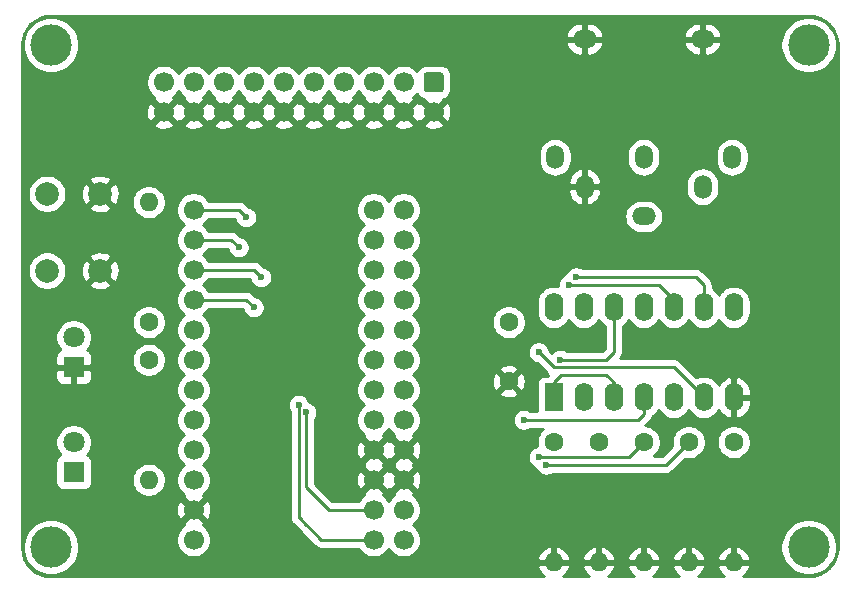
<source format=gbl>
G04 #@! TF.GenerationSoftware,KiCad,Pcbnew,(5.1.8)-1*
G04 #@! TF.CreationDate,2021-03-10T03:23:54+01:00*
G04 #@! TF.ProjectId,C64 XUM1541-II,43363420-5855-44d3-9135-34312d49492e,rev?*
G04 #@! TF.SameCoordinates,Original*
G04 #@! TF.FileFunction,Copper,L2,Bot*
G04 #@! TF.FilePolarity,Positive*
%FSLAX46Y46*%
G04 Gerber Fmt 4.6, Leading zero omitted, Abs format (unit mm)*
G04 Created by KiCad (PCBNEW (5.1.8)-1) date 2021-03-10 03:23:54*
%MOMM*%
%LPD*%
G01*
G04 APERTURE LIST*
G04 #@! TA.AperFunction,ComponentPad*
%ADD10C,1.600000*%
G04 #@! TD*
G04 #@! TA.AperFunction,ComponentPad*
%ADD11O,1.600000X1.600000*%
G04 #@! TD*
G04 #@! TA.AperFunction,ComponentPad*
%ADD12C,1.700000*%
G04 #@! TD*
G04 #@! TA.AperFunction,ComponentPad*
%ADD13O,2.000000X1.524000*%
G04 #@! TD*
G04 #@! TA.AperFunction,ComponentPad*
%ADD14O,1.524000X2.000000*%
G04 #@! TD*
G04 #@! TA.AperFunction,ComponentPad*
%ADD15C,3.500000*%
G04 #@! TD*
G04 #@! TA.AperFunction,ComponentPad*
%ADD16C,2.000000*%
G04 #@! TD*
G04 #@! TA.AperFunction,ComponentPad*
%ADD17R,1.600000X2.400000*%
G04 #@! TD*
G04 #@! TA.AperFunction,ComponentPad*
%ADD18O,1.600000X2.400000*%
G04 #@! TD*
G04 #@! TA.AperFunction,ComponentPad*
%ADD19R,1.800000X1.800000*%
G04 #@! TD*
G04 #@! TA.AperFunction,ComponentPad*
%ADD20C,1.800000*%
G04 #@! TD*
G04 #@! TA.AperFunction,ViaPad*
%ADD21C,0.600000*%
G04 #@! TD*
G04 #@! TA.AperFunction,Conductor*
%ADD22C,0.250000*%
G04 #@! TD*
G04 #@! TA.AperFunction,Conductor*
%ADD23C,0.254000*%
G04 #@! TD*
G04 #@! TA.AperFunction,Conductor*
%ADD24C,0.100000*%
G04 #@! TD*
G04 APERTURE END LIST*
D10*
X111125000Y-84455000D03*
D11*
X111125000Y-94615000D03*
D12*
X135255000Y-63500000D03*
X132715000Y-63500000D03*
X130175000Y-63500000D03*
X127635000Y-63500000D03*
X125095000Y-63500000D03*
X122555000Y-63500000D03*
X120015000Y-63500000D03*
X117475000Y-63500000D03*
X114935000Y-63500000D03*
X112395000Y-60960000D03*
X117475000Y-60960000D03*
X122555000Y-60960000D03*
X127635000Y-60960000D03*
X132715000Y-60960000D03*
X112395000Y-63500000D03*
X114935000Y-60960000D03*
X120015000Y-60960000D03*
X125095000Y-60960000D03*
X130175000Y-60960000D03*
G04 #@! TA.AperFunction,ComponentPad*
G36*
G01*
X134655000Y-60110000D02*
X135855000Y-60110000D01*
G75*
G02*
X136105000Y-60360000I0J-250000D01*
G01*
X136105000Y-61560000D01*
G75*
G02*
X135855000Y-61810000I-250000J0D01*
G01*
X134655000Y-61810000D01*
G75*
G02*
X134405000Y-61560000I0J250000D01*
G01*
X134405000Y-60360000D01*
G75*
G02*
X134655000Y-60110000I250000J0D01*
G01*
G37*
G04 #@! TD.AperFunction*
D13*
X153035000Y-72310000D03*
D14*
X153035000Y-67310000D03*
D13*
X148035000Y-57310000D03*
X158035000Y-57310000D03*
D14*
X145535000Y-67310000D03*
X160535000Y-67310000D03*
X148035000Y-69810000D03*
X158035000Y-69810000D03*
D12*
X130175000Y-71755000D03*
X130175000Y-74295000D03*
X130175000Y-76835000D03*
X130175000Y-79375000D03*
X130175000Y-81915000D03*
X130175000Y-84455000D03*
X130175000Y-86995000D03*
X130175000Y-89535000D03*
X130175000Y-92075000D03*
X130175000Y-94615000D03*
X130175000Y-97155000D03*
X130175000Y-99695000D03*
X132715000Y-97155000D03*
X132715000Y-94615000D03*
X132715000Y-92075000D03*
X132715000Y-89535000D03*
X132715000Y-86995000D03*
X132715000Y-84455000D03*
X132715000Y-81915000D03*
X132715000Y-79375000D03*
X132715000Y-76835000D03*
X132715000Y-74295000D03*
X132715000Y-71755000D03*
X114935000Y-71755000D03*
X114935000Y-74295000D03*
X114935000Y-76835000D03*
X114935000Y-79375000D03*
X114935000Y-81915000D03*
X114935000Y-84455000D03*
X114935000Y-86995000D03*
X114935000Y-89535000D03*
X114935000Y-92075000D03*
X114935000Y-94615000D03*
X114935000Y-97155000D03*
X114935000Y-99695000D03*
X132715000Y-99695000D03*
D10*
X141605000Y-81280000D03*
X141605000Y-86280000D03*
D15*
X102870000Y-100330000D03*
X167005000Y-100330000D03*
X167005000Y-57785000D03*
X102870000Y-57785000D03*
D10*
X111125000Y-81280000D03*
D11*
X111125000Y-71120000D03*
X156845000Y-101600000D03*
D10*
X156845000Y-91440000D03*
X145415000Y-91440000D03*
D11*
X145415000Y-101600000D03*
D10*
X160655000Y-91440000D03*
D11*
X160655000Y-101600000D03*
D10*
X153035000Y-91440000D03*
D11*
X153035000Y-101600000D03*
X149225000Y-101600000D03*
D10*
X149225000Y-91440000D03*
D16*
X107025000Y-76910000D03*
X102525000Y-76910000D03*
X107025000Y-70410000D03*
X102525000Y-70410000D03*
D17*
X145415000Y-87630000D03*
D18*
X160655000Y-80010000D03*
X147955000Y-87630000D03*
X158115000Y-80010000D03*
X150495000Y-87630000D03*
X155575000Y-80010000D03*
X153035000Y-87630000D03*
X153035000Y-80010000D03*
X155575000Y-87630000D03*
X150495000Y-80010000D03*
X158115000Y-87630000D03*
X147955000Y-80010000D03*
X160655000Y-87630000D03*
X145415000Y-80010000D03*
D19*
X104775000Y-85090000D03*
D20*
X104775000Y-82550000D03*
D19*
X104775000Y-93980000D03*
D20*
X104775000Y-91440000D03*
D21*
X147320000Y-77470000D03*
X146685000Y-78105000D03*
X144145000Y-83820000D03*
X145994500Y-84455000D03*
X124460000Y-88900000D03*
X123825000Y-88265000D03*
X144145000Y-92710000D03*
X119380000Y-72390000D03*
X118745000Y-74930000D03*
X144780034Y-93345000D03*
X120650000Y-77470000D03*
X142874998Y-89535000D03*
X120015000Y-80010000D03*
D22*
X158115000Y-80010000D02*
X158115000Y-78105000D01*
X157480000Y-77470000D02*
X147320000Y-77470000D01*
X158115000Y-78105000D02*
X157480000Y-77470000D01*
X146685000Y-78105000D02*
X154305000Y-78105000D01*
X155575000Y-79375000D02*
X154305000Y-78105000D01*
X155575000Y-80010000D02*
X155575000Y-79375000D01*
X145415000Y-85090000D02*
X144145000Y-83820000D01*
X155575000Y-85090000D02*
X145415000Y-85090000D01*
X158115000Y-87630000D02*
X155575000Y-85090000D01*
X150495000Y-80010000D02*
X150495000Y-83820000D01*
X149860000Y-84455000D02*
X145994500Y-84455000D01*
X150495000Y-83820000D02*
X149860000Y-84455000D01*
X124460000Y-88900000D02*
X124460000Y-95250000D01*
X124460000Y-95250000D02*
X125095000Y-95885000D01*
X130175000Y-97155000D02*
X126365000Y-97155000D01*
X126365000Y-97155000D02*
X124460000Y-95250000D01*
X123825000Y-97790000D02*
X123825000Y-88265000D01*
X124460000Y-98425000D02*
X123825000Y-97790000D01*
X125730000Y-99695000D02*
X123825000Y-97790000D01*
X130175000Y-99695000D02*
X125730000Y-99695000D01*
X146050000Y-92710000D02*
X144145000Y-92710000D01*
X151765000Y-92710000D02*
X146050000Y-92710000D01*
X153035000Y-91440000D02*
X151765000Y-92710000D01*
X119380000Y-72390000D02*
X118745000Y-71755000D01*
X118745000Y-71755000D02*
X114935000Y-71755000D01*
X118110000Y-74295000D02*
X118745000Y-74930000D01*
X114935000Y-74295000D02*
X118110000Y-74295000D01*
X156845000Y-91440000D02*
X154940000Y-93345000D01*
X154940000Y-93345000D02*
X144780034Y-93345000D01*
X145415000Y-87630000D02*
X145415000Y-86360000D01*
X145415000Y-86360000D02*
X146050000Y-85725000D01*
X146050000Y-85725000D02*
X149860000Y-85725000D01*
X150495000Y-86360000D02*
X150495000Y-87630000D01*
X149860000Y-85725000D02*
X150495000Y-86360000D01*
X120015000Y-76835000D02*
X120650000Y-77470000D01*
X114935000Y-76835000D02*
X120015000Y-76835000D01*
X152580000Y-89535000D02*
X142874998Y-89535000D01*
X153035000Y-87630000D02*
X153035000Y-89080000D01*
X153035000Y-89080000D02*
X152580000Y-89535000D01*
X119380000Y-79375000D02*
X120015000Y-80010000D01*
X114935000Y-79375000D02*
X119380000Y-79375000D01*
D23*
X167483123Y-55370284D02*
X167943040Y-55509142D01*
X168367225Y-55734685D01*
X168739527Y-56038326D01*
X169045754Y-56408493D01*
X169274254Y-56831093D01*
X169416318Y-57290031D01*
X169470001Y-57800783D01*
X169470000Y-72424876D01*
X169470001Y-72424886D01*
X169470000Y-100295271D01*
X169419716Y-100808123D01*
X169280858Y-101268040D01*
X169055315Y-101692225D01*
X168751675Y-102064524D01*
X168381506Y-102370755D01*
X167958906Y-102599255D01*
X167499969Y-102741318D01*
X166989228Y-102795000D01*
X161441037Y-102795000D01*
X161618414Y-102663519D01*
X161807385Y-102455131D01*
X161952070Y-102213881D01*
X162046909Y-101949040D01*
X161925624Y-101727000D01*
X160782000Y-101727000D01*
X160782000Y-101747000D01*
X160528000Y-101747000D01*
X160528000Y-101727000D01*
X159384376Y-101727000D01*
X159263091Y-101949040D01*
X159357930Y-102213881D01*
X159502615Y-102455131D01*
X159691586Y-102663519D01*
X159868963Y-102795000D01*
X157631037Y-102795000D01*
X157808414Y-102663519D01*
X157997385Y-102455131D01*
X158142070Y-102213881D01*
X158236909Y-101949040D01*
X158115624Y-101727000D01*
X156972000Y-101727000D01*
X156972000Y-101747000D01*
X156718000Y-101747000D01*
X156718000Y-101727000D01*
X155574376Y-101727000D01*
X155453091Y-101949040D01*
X155547930Y-102213881D01*
X155692615Y-102455131D01*
X155881586Y-102663519D01*
X156058963Y-102795000D01*
X153821037Y-102795000D01*
X153998414Y-102663519D01*
X154187385Y-102455131D01*
X154332070Y-102213881D01*
X154426909Y-101949040D01*
X154305624Y-101727000D01*
X153162000Y-101727000D01*
X153162000Y-101747000D01*
X152908000Y-101747000D01*
X152908000Y-101727000D01*
X151764376Y-101727000D01*
X151643091Y-101949040D01*
X151737930Y-102213881D01*
X151882615Y-102455131D01*
X152071586Y-102663519D01*
X152248963Y-102795000D01*
X150011037Y-102795000D01*
X150188414Y-102663519D01*
X150377385Y-102455131D01*
X150522070Y-102213881D01*
X150616909Y-101949040D01*
X150495624Y-101727000D01*
X149352000Y-101727000D01*
X149352000Y-101747000D01*
X149098000Y-101747000D01*
X149098000Y-101727000D01*
X147954376Y-101727000D01*
X147833091Y-101949040D01*
X147927930Y-102213881D01*
X148072615Y-102455131D01*
X148261586Y-102663519D01*
X148438963Y-102795000D01*
X146201037Y-102795000D01*
X146378414Y-102663519D01*
X146567385Y-102455131D01*
X146712070Y-102213881D01*
X146806909Y-101949040D01*
X146685624Y-101727000D01*
X145542000Y-101727000D01*
X145542000Y-101747000D01*
X145288000Y-101747000D01*
X145288000Y-101727000D01*
X144144376Y-101727000D01*
X144023091Y-101949040D01*
X144117930Y-102213881D01*
X144262615Y-102455131D01*
X144451586Y-102663519D01*
X144628963Y-102795000D01*
X102904729Y-102795000D01*
X102391877Y-102744716D01*
X101931960Y-102605858D01*
X101507775Y-102380315D01*
X101135476Y-102076675D01*
X100829245Y-101706506D01*
X100600745Y-101283906D01*
X100458682Y-100824969D01*
X100405000Y-100314228D01*
X100405000Y-100095098D01*
X100485000Y-100095098D01*
X100485000Y-100564902D01*
X100576654Y-101025679D01*
X100756440Y-101459721D01*
X101017450Y-101850349D01*
X101349651Y-102182550D01*
X101740279Y-102443560D01*
X102174321Y-102623346D01*
X102635098Y-102715000D01*
X103104902Y-102715000D01*
X103565679Y-102623346D01*
X103999721Y-102443560D01*
X104390349Y-102182550D01*
X104722550Y-101850349D01*
X104983560Y-101459721D01*
X105070031Y-101250960D01*
X144023091Y-101250960D01*
X144144376Y-101473000D01*
X145288000Y-101473000D01*
X145288000Y-100330085D01*
X145542000Y-100330085D01*
X145542000Y-101473000D01*
X146685624Y-101473000D01*
X146806909Y-101250960D01*
X147833091Y-101250960D01*
X147954376Y-101473000D01*
X149098000Y-101473000D01*
X149098000Y-100330085D01*
X149352000Y-100330085D01*
X149352000Y-101473000D01*
X150495624Y-101473000D01*
X150616909Y-101250960D01*
X151643091Y-101250960D01*
X151764376Y-101473000D01*
X152908000Y-101473000D01*
X152908000Y-100330085D01*
X153162000Y-100330085D01*
X153162000Y-101473000D01*
X154305624Y-101473000D01*
X154426909Y-101250960D01*
X155453091Y-101250960D01*
X155574376Y-101473000D01*
X156718000Y-101473000D01*
X156718000Y-100330085D01*
X156972000Y-100330085D01*
X156972000Y-101473000D01*
X158115624Y-101473000D01*
X158236909Y-101250960D01*
X159263091Y-101250960D01*
X159384376Y-101473000D01*
X160528000Y-101473000D01*
X160528000Y-100330085D01*
X160782000Y-100330085D01*
X160782000Y-101473000D01*
X161925624Y-101473000D01*
X162046909Y-101250960D01*
X161952070Y-100986119D01*
X161807385Y-100744869D01*
X161618414Y-100536481D01*
X161392420Y-100368963D01*
X161138087Y-100248754D01*
X161004039Y-100208096D01*
X160782000Y-100330085D01*
X160528000Y-100330085D01*
X160305961Y-100208096D01*
X160171913Y-100248754D01*
X159917580Y-100368963D01*
X159691586Y-100536481D01*
X159502615Y-100744869D01*
X159357930Y-100986119D01*
X159263091Y-101250960D01*
X158236909Y-101250960D01*
X158142070Y-100986119D01*
X157997385Y-100744869D01*
X157808414Y-100536481D01*
X157582420Y-100368963D01*
X157328087Y-100248754D01*
X157194039Y-100208096D01*
X156972000Y-100330085D01*
X156718000Y-100330085D01*
X156495961Y-100208096D01*
X156361913Y-100248754D01*
X156107580Y-100368963D01*
X155881586Y-100536481D01*
X155692615Y-100744869D01*
X155547930Y-100986119D01*
X155453091Y-101250960D01*
X154426909Y-101250960D01*
X154332070Y-100986119D01*
X154187385Y-100744869D01*
X153998414Y-100536481D01*
X153772420Y-100368963D01*
X153518087Y-100248754D01*
X153384039Y-100208096D01*
X153162000Y-100330085D01*
X152908000Y-100330085D01*
X152685961Y-100208096D01*
X152551913Y-100248754D01*
X152297580Y-100368963D01*
X152071586Y-100536481D01*
X151882615Y-100744869D01*
X151737930Y-100986119D01*
X151643091Y-101250960D01*
X150616909Y-101250960D01*
X150522070Y-100986119D01*
X150377385Y-100744869D01*
X150188414Y-100536481D01*
X149962420Y-100368963D01*
X149708087Y-100248754D01*
X149574039Y-100208096D01*
X149352000Y-100330085D01*
X149098000Y-100330085D01*
X148875961Y-100208096D01*
X148741913Y-100248754D01*
X148487580Y-100368963D01*
X148261586Y-100536481D01*
X148072615Y-100744869D01*
X147927930Y-100986119D01*
X147833091Y-101250960D01*
X146806909Y-101250960D01*
X146712070Y-100986119D01*
X146567385Y-100744869D01*
X146378414Y-100536481D01*
X146152420Y-100368963D01*
X145898087Y-100248754D01*
X145764039Y-100208096D01*
X145542000Y-100330085D01*
X145288000Y-100330085D01*
X145065961Y-100208096D01*
X144931913Y-100248754D01*
X144677580Y-100368963D01*
X144451586Y-100536481D01*
X144262615Y-100744869D01*
X144117930Y-100986119D01*
X144023091Y-101250960D01*
X105070031Y-101250960D01*
X105163346Y-101025679D01*
X105255000Y-100564902D01*
X105255000Y-100095098D01*
X105163346Y-99634321D01*
X105127898Y-99548740D01*
X113450000Y-99548740D01*
X113450000Y-99841260D01*
X113507068Y-100128158D01*
X113619010Y-100398411D01*
X113781525Y-100641632D01*
X113988368Y-100848475D01*
X114231589Y-101010990D01*
X114501842Y-101122932D01*
X114788740Y-101180000D01*
X115081260Y-101180000D01*
X115368158Y-101122932D01*
X115638411Y-101010990D01*
X115881632Y-100848475D01*
X116088475Y-100641632D01*
X116250990Y-100398411D01*
X116362932Y-100128158D01*
X116420000Y-99841260D01*
X116420000Y-99548740D01*
X116362932Y-99261842D01*
X116250990Y-98991589D01*
X116088475Y-98748368D01*
X115881632Y-98541525D01*
X115708271Y-98425689D01*
X115783792Y-98183397D01*
X114935000Y-97334605D01*
X114086208Y-98183397D01*
X114161729Y-98425689D01*
X113988368Y-98541525D01*
X113781525Y-98748368D01*
X113619010Y-98991589D01*
X113507068Y-99261842D01*
X113450000Y-99548740D01*
X105127898Y-99548740D01*
X104983560Y-99200279D01*
X104722550Y-98809651D01*
X104390349Y-98477450D01*
X103999721Y-98216440D01*
X103565679Y-98036654D01*
X103104902Y-97945000D01*
X102635098Y-97945000D01*
X102174321Y-98036654D01*
X101740279Y-98216440D01*
X101349651Y-98477450D01*
X101017450Y-98809651D01*
X100756440Y-99200279D01*
X100576654Y-99634321D01*
X100485000Y-100095098D01*
X100405000Y-100095098D01*
X100405000Y-97223531D01*
X113444389Y-97223531D01*
X113486401Y-97513019D01*
X113584081Y-97788747D01*
X113657528Y-97926157D01*
X113906603Y-98003792D01*
X114755395Y-97155000D01*
X115114605Y-97155000D01*
X115963397Y-98003792D01*
X116212472Y-97926157D01*
X116338371Y-97662117D01*
X116410339Y-97378589D01*
X116425611Y-97086469D01*
X116383599Y-96796981D01*
X116285919Y-96521253D01*
X116212472Y-96383843D01*
X115963397Y-96306208D01*
X115114605Y-97155000D01*
X114755395Y-97155000D01*
X113906603Y-96306208D01*
X113657528Y-96383843D01*
X113531629Y-96647883D01*
X113459661Y-96931411D01*
X113444389Y-97223531D01*
X100405000Y-97223531D01*
X100405000Y-93080000D01*
X103236928Y-93080000D01*
X103236928Y-94880000D01*
X103249188Y-95004482D01*
X103285498Y-95124180D01*
X103344463Y-95234494D01*
X103423815Y-95331185D01*
X103520506Y-95410537D01*
X103630820Y-95469502D01*
X103750518Y-95505812D01*
X103875000Y-95518072D01*
X105675000Y-95518072D01*
X105799482Y-95505812D01*
X105919180Y-95469502D01*
X106029494Y-95410537D01*
X106126185Y-95331185D01*
X106205537Y-95234494D01*
X106264502Y-95124180D01*
X106300812Y-95004482D01*
X106313072Y-94880000D01*
X106313072Y-94473665D01*
X109690000Y-94473665D01*
X109690000Y-94756335D01*
X109745147Y-95033574D01*
X109853320Y-95294727D01*
X110010363Y-95529759D01*
X110210241Y-95729637D01*
X110445273Y-95886680D01*
X110706426Y-95994853D01*
X110983665Y-96050000D01*
X111266335Y-96050000D01*
X111543574Y-95994853D01*
X111804727Y-95886680D01*
X112039759Y-95729637D01*
X112239637Y-95529759D01*
X112396680Y-95294727D01*
X112504853Y-95033574D01*
X112560000Y-94756335D01*
X112560000Y-94473665D01*
X112504853Y-94196426D01*
X112396680Y-93935273D01*
X112239637Y-93700241D01*
X112039759Y-93500363D01*
X111804727Y-93343320D01*
X111543574Y-93235147D01*
X111266335Y-93180000D01*
X110983665Y-93180000D01*
X110706426Y-93235147D01*
X110445273Y-93343320D01*
X110210241Y-93500363D01*
X110010363Y-93700241D01*
X109853320Y-93935273D01*
X109745147Y-94196426D01*
X109690000Y-94473665D01*
X106313072Y-94473665D01*
X106313072Y-93080000D01*
X106300812Y-92955518D01*
X106264502Y-92835820D01*
X106205537Y-92725506D01*
X106126185Y-92628815D01*
X106029494Y-92549463D01*
X105919180Y-92490498D01*
X105900873Y-92484944D01*
X105967312Y-92418505D01*
X106135299Y-92167095D01*
X106251011Y-91887743D01*
X106310000Y-91591184D01*
X106310000Y-91288816D01*
X106251011Y-90992257D01*
X106135299Y-90712905D01*
X105967312Y-90461495D01*
X105753505Y-90247688D01*
X105502095Y-90079701D01*
X105222743Y-89963989D01*
X104926184Y-89905000D01*
X104623816Y-89905000D01*
X104327257Y-89963989D01*
X104047905Y-90079701D01*
X103796495Y-90247688D01*
X103582688Y-90461495D01*
X103414701Y-90712905D01*
X103298989Y-90992257D01*
X103240000Y-91288816D01*
X103240000Y-91591184D01*
X103298989Y-91887743D01*
X103414701Y-92167095D01*
X103582688Y-92418505D01*
X103649127Y-92484944D01*
X103630820Y-92490498D01*
X103520506Y-92549463D01*
X103423815Y-92628815D01*
X103344463Y-92725506D01*
X103285498Y-92835820D01*
X103249188Y-92955518D01*
X103236928Y-93080000D01*
X100405000Y-93080000D01*
X100405000Y-85990000D01*
X103236928Y-85990000D01*
X103249188Y-86114482D01*
X103285498Y-86234180D01*
X103344463Y-86344494D01*
X103423815Y-86441185D01*
X103520506Y-86520537D01*
X103630820Y-86579502D01*
X103750518Y-86615812D01*
X103875000Y-86628072D01*
X104489250Y-86625000D01*
X104648000Y-86466250D01*
X104648000Y-85217000D01*
X104902000Y-85217000D01*
X104902000Y-86466250D01*
X105060750Y-86625000D01*
X105675000Y-86628072D01*
X105799482Y-86615812D01*
X105919180Y-86579502D01*
X106029494Y-86520537D01*
X106126185Y-86441185D01*
X106205537Y-86344494D01*
X106264502Y-86234180D01*
X106300812Y-86114482D01*
X106313072Y-85990000D01*
X106310000Y-85375750D01*
X106151250Y-85217000D01*
X104902000Y-85217000D01*
X104648000Y-85217000D01*
X103398750Y-85217000D01*
X103240000Y-85375750D01*
X103236928Y-85990000D01*
X100405000Y-85990000D01*
X100405000Y-84190000D01*
X103236928Y-84190000D01*
X103240000Y-84804250D01*
X103398750Y-84963000D01*
X104648000Y-84963000D01*
X104648000Y-84943000D01*
X104902000Y-84943000D01*
X104902000Y-84963000D01*
X106151250Y-84963000D01*
X106310000Y-84804250D01*
X106312453Y-84313665D01*
X109690000Y-84313665D01*
X109690000Y-84596335D01*
X109745147Y-84873574D01*
X109853320Y-85134727D01*
X110010363Y-85369759D01*
X110210241Y-85569637D01*
X110445273Y-85726680D01*
X110706426Y-85834853D01*
X110983665Y-85890000D01*
X111266335Y-85890000D01*
X111543574Y-85834853D01*
X111804727Y-85726680D01*
X112039759Y-85569637D01*
X112239637Y-85369759D01*
X112396680Y-85134727D01*
X112504853Y-84873574D01*
X112560000Y-84596335D01*
X112560000Y-84313665D01*
X112504853Y-84036426D01*
X112396680Y-83775273D01*
X112239637Y-83540241D01*
X112039759Y-83340363D01*
X111804727Y-83183320D01*
X111543574Y-83075147D01*
X111266335Y-83020000D01*
X110983665Y-83020000D01*
X110706426Y-83075147D01*
X110445273Y-83183320D01*
X110210241Y-83340363D01*
X110010363Y-83540241D01*
X109853320Y-83775273D01*
X109745147Y-84036426D01*
X109690000Y-84313665D01*
X106312453Y-84313665D01*
X106313072Y-84190000D01*
X106300812Y-84065518D01*
X106264502Y-83945820D01*
X106205537Y-83835506D01*
X106126185Y-83738815D01*
X106029494Y-83659463D01*
X105919180Y-83600498D01*
X105900873Y-83594944D01*
X105967312Y-83528505D01*
X106135299Y-83277095D01*
X106251011Y-82997743D01*
X106310000Y-82701184D01*
X106310000Y-82398816D01*
X106251011Y-82102257D01*
X106135299Y-81822905D01*
X105967312Y-81571495D01*
X105753505Y-81357688D01*
X105502095Y-81189701D01*
X105378884Y-81138665D01*
X109690000Y-81138665D01*
X109690000Y-81421335D01*
X109745147Y-81698574D01*
X109853320Y-81959727D01*
X110010363Y-82194759D01*
X110210241Y-82394637D01*
X110445273Y-82551680D01*
X110706426Y-82659853D01*
X110983665Y-82715000D01*
X111266335Y-82715000D01*
X111543574Y-82659853D01*
X111804727Y-82551680D01*
X112039759Y-82394637D01*
X112239637Y-82194759D01*
X112396680Y-81959727D01*
X112504853Y-81698574D01*
X112560000Y-81421335D01*
X112560000Y-81138665D01*
X112504853Y-80861426D01*
X112396680Y-80600273D01*
X112239637Y-80365241D01*
X112039759Y-80165363D01*
X111804727Y-80008320D01*
X111543574Y-79900147D01*
X111266335Y-79845000D01*
X110983665Y-79845000D01*
X110706426Y-79900147D01*
X110445273Y-80008320D01*
X110210241Y-80165363D01*
X110010363Y-80365241D01*
X109853320Y-80600273D01*
X109745147Y-80861426D01*
X109690000Y-81138665D01*
X105378884Y-81138665D01*
X105222743Y-81073989D01*
X104926184Y-81015000D01*
X104623816Y-81015000D01*
X104327257Y-81073989D01*
X104047905Y-81189701D01*
X103796495Y-81357688D01*
X103582688Y-81571495D01*
X103414701Y-81822905D01*
X103298989Y-82102257D01*
X103240000Y-82398816D01*
X103240000Y-82701184D01*
X103298989Y-82997743D01*
X103414701Y-83277095D01*
X103582688Y-83528505D01*
X103649127Y-83594944D01*
X103630820Y-83600498D01*
X103520506Y-83659463D01*
X103423815Y-83738815D01*
X103344463Y-83835506D01*
X103285498Y-83945820D01*
X103249188Y-84065518D01*
X103236928Y-84190000D01*
X100405000Y-84190000D01*
X100405000Y-76748967D01*
X100890000Y-76748967D01*
X100890000Y-77071033D01*
X100952832Y-77386912D01*
X101076082Y-77684463D01*
X101255013Y-77952252D01*
X101482748Y-78179987D01*
X101750537Y-78358918D01*
X102048088Y-78482168D01*
X102363967Y-78545000D01*
X102686033Y-78545000D01*
X103001912Y-78482168D01*
X103299463Y-78358918D01*
X103567252Y-78179987D01*
X103701826Y-78045413D01*
X106069192Y-78045413D01*
X106164956Y-78309814D01*
X106454571Y-78450704D01*
X106766108Y-78532384D01*
X107087595Y-78551718D01*
X107406675Y-78507961D01*
X107711088Y-78402795D01*
X107885044Y-78309814D01*
X107980808Y-78045413D01*
X107025000Y-77089605D01*
X106069192Y-78045413D01*
X103701826Y-78045413D01*
X103794987Y-77952252D01*
X103973918Y-77684463D01*
X104097168Y-77386912D01*
X104160000Y-77071033D01*
X104160000Y-76972595D01*
X105383282Y-76972595D01*
X105427039Y-77291675D01*
X105532205Y-77596088D01*
X105625186Y-77770044D01*
X105889587Y-77865808D01*
X106845395Y-76910000D01*
X107204605Y-76910000D01*
X108160413Y-77865808D01*
X108424814Y-77770044D01*
X108565704Y-77480429D01*
X108647384Y-77168892D01*
X108666718Y-76847405D01*
X108622961Y-76528325D01*
X108517795Y-76223912D01*
X108424814Y-76049956D01*
X108160413Y-75954192D01*
X107204605Y-76910000D01*
X106845395Y-76910000D01*
X105889587Y-75954192D01*
X105625186Y-76049956D01*
X105484296Y-76339571D01*
X105402616Y-76651108D01*
X105383282Y-76972595D01*
X104160000Y-76972595D01*
X104160000Y-76748967D01*
X104097168Y-76433088D01*
X103973918Y-76135537D01*
X103794987Y-75867748D01*
X103701826Y-75774587D01*
X106069192Y-75774587D01*
X107025000Y-76730395D01*
X107980808Y-75774587D01*
X107885044Y-75510186D01*
X107595429Y-75369296D01*
X107283892Y-75287616D01*
X106962405Y-75268282D01*
X106643325Y-75312039D01*
X106338912Y-75417205D01*
X106164956Y-75510186D01*
X106069192Y-75774587D01*
X103701826Y-75774587D01*
X103567252Y-75640013D01*
X103299463Y-75461082D01*
X103001912Y-75337832D01*
X102686033Y-75275000D01*
X102363967Y-75275000D01*
X102048088Y-75337832D01*
X101750537Y-75461082D01*
X101482748Y-75640013D01*
X101255013Y-75867748D01*
X101076082Y-76135537D01*
X100952832Y-76433088D01*
X100890000Y-76748967D01*
X100405000Y-76748967D01*
X100405000Y-70248967D01*
X100890000Y-70248967D01*
X100890000Y-70571033D01*
X100952832Y-70886912D01*
X101076082Y-71184463D01*
X101255013Y-71452252D01*
X101482748Y-71679987D01*
X101750537Y-71858918D01*
X102048088Y-71982168D01*
X102363967Y-72045000D01*
X102686033Y-72045000D01*
X103001912Y-71982168D01*
X103299463Y-71858918D01*
X103567252Y-71679987D01*
X103701826Y-71545413D01*
X106069192Y-71545413D01*
X106164956Y-71809814D01*
X106454571Y-71950704D01*
X106766108Y-72032384D01*
X107087595Y-72051718D01*
X107406675Y-72007961D01*
X107711088Y-71902795D01*
X107885044Y-71809814D01*
X107980808Y-71545413D01*
X107025000Y-70589605D01*
X106069192Y-71545413D01*
X103701826Y-71545413D01*
X103794987Y-71452252D01*
X103973918Y-71184463D01*
X104097168Y-70886912D01*
X104160000Y-70571033D01*
X104160000Y-70472595D01*
X105383282Y-70472595D01*
X105427039Y-70791675D01*
X105532205Y-71096088D01*
X105625186Y-71270044D01*
X105889587Y-71365808D01*
X106845395Y-70410000D01*
X107204605Y-70410000D01*
X108160413Y-71365808D01*
X108424814Y-71270044D01*
X108565704Y-70980429D01*
X108566166Y-70978665D01*
X109690000Y-70978665D01*
X109690000Y-71261335D01*
X109745147Y-71538574D01*
X109853320Y-71799727D01*
X110010363Y-72034759D01*
X110210241Y-72234637D01*
X110445273Y-72391680D01*
X110706426Y-72499853D01*
X110983665Y-72555000D01*
X111266335Y-72555000D01*
X111543574Y-72499853D01*
X111804727Y-72391680D01*
X112039759Y-72234637D01*
X112239637Y-72034759D01*
X112396680Y-71799727D01*
X112475789Y-71608740D01*
X113450000Y-71608740D01*
X113450000Y-71901260D01*
X113507068Y-72188158D01*
X113619010Y-72458411D01*
X113781525Y-72701632D01*
X113988368Y-72908475D01*
X114162760Y-73025000D01*
X113988368Y-73141525D01*
X113781525Y-73348368D01*
X113619010Y-73591589D01*
X113507068Y-73861842D01*
X113450000Y-74148740D01*
X113450000Y-74441260D01*
X113507068Y-74728158D01*
X113619010Y-74998411D01*
X113781525Y-75241632D01*
X113988368Y-75448475D01*
X114162760Y-75565000D01*
X113988368Y-75681525D01*
X113781525Y-75888368D01*
X113619010Y-76131589D01*
X113507068Y-76401842D01*
X113450000Y-76688740D01*
X113450000Y-76981260D01*
X113507068Y-77268158D01*
X113619010Y-77538411D01*
X113781525Y-77781632D01*
X113988368Y-77988475D01*
X114162760Y-78105000D01*
X113988368Y-78221525D01*
X113781525Y-78428368D01*
X113619010Y-78671589D01*
X113507068Y-78941842D01*
X113450000Y-79228740D01*
X113450000Y-79521260D01*
X113507068Y-79808158D01*
X113619010Y-80078411D01*
X113781525Y-80321632D01*
X113988368Y-80528475D01*
X114162760Y-80645000D01*
X113988368Y-80761525D01*
X113781525Y-80968368D01*
X113619010Y-81211589D01*
X113507068Y-81481842D01*
X113450000Y-81768740D01*
X113450000Y-82061260D01*
X113507068Y-82348158D01*
X113619010Y-82618411D01*
X113781525Y-82861632D01*
X113988368Y-83068475D01*
X114162760Y-83185000D01*
X113988368Y-83301525D01*
X113781525Y-83508368D01*
X113619010Y-83751589D01*
X113507068Y-84021842D01*
X113450000Y-84308740D01*
X113450000Y-84601260D01*
X113507068Y-84888158D01*
X113619010Y-85158411D01*
X113781525Y-85401632D01*
X113988368Y-85608475D01*
X114162760Y-85725000D01*
X113988368Y-85841525D01*
X113781525Y-86048368D01*
X113619010Y-86291589D01*
X113507068Y-86561842D01*
X113450000Y-86848740D01*
X113450000Y-87141260D01*
X113507068Y-87428158D01*
X113619010Y-87698411D01*
X113781525Y-87941632D01*
X113988368Y-88148475D01*
X114162760Y-88265000D01*
X113988368Y-88381525D01*
X113781525Y-88588368D01*
X113619010Y-88831589D01*
X113507068Y-89101842D01*
X113450000Y-89388740D01*
X113450000Y-89681260D01*
X113507068Y-89968158D01*
X113619010Y-90238411D01*
X113781525Y-90481632D01*
X113988368Y-90688475D01*
X114162760Y-90805000D01*
X113988368Y-90921525D01*
X113781525Y-91128368D01*
X113619010Y-91371589D01*
X113507068Y-91641842D01*
X113450000Y-91928740D01*
X113450000Y-92221260D01*
X113507068Y-92508158D01*
X113619010Y-92778411D01*
X113781525Y-93021632D01*
X113988368Y-93228475D01*
X114162760Y-93345000D01*
X113988368Y-93461525D01*
X113781525Y-93668368D01*
X113619010Y-93911589D01*
X113507068Y-94181842D01*
X113450000Y-94468740D01*
X113450000Y-94761260D01*
X113507068Y-95048158D01*
X113619010Y-95318411D01*
X113781525Y-95561632D01*
X113988368Y-95768475D01*
X114161729Y-95884311D01*
X114086208Y-96126603D01*
X114935000Y-96975395D01*
X115783792Y-96126603D01*
X115708271Y-95884311D01*
X115881632Y-95768475D01*
X116088475Y-95561632D01*
X116250990Y-95318411D01*
X116362932Y-95048158D01*
X116420000Y-94761260D01*
X116420000Y-94468740D01*
X116362932Y-94181842D01*
X116250990Y-93911589D01*
X116088475Y-93668368D01*
X115881632Y-93461525D01*
X115707240Y-93345000D01*
X115881632Y-93228475D01*
X116088475Y-93021632D01*
X116250990Y-92778411D01*
X116362932Y-92508158D01*
X116420000Y-92221260D01*
X116420000Y-91928740D01*
X116362932Y-91641842D01*
X116250990Y-91371589D01*
X116088475Y-91128368D01*
X115881632Y-90921525D01*
X115707240Y-90805000D01*
X115881632Y-90688475D01*
X116088475Y-90481632D01*
X116250990Y-90238411D01*
X116362932Y-89968158D01*
X116420000Y-89681260D01*
X116420000Y-89388740D01*
X116362932Y-89101842D01*
X116250990Y-88831589D01*
X116088475Y-88588368D01*
X115881632Y-88381525D01*
X115707240Y-88265000D01*
X115845060Y-88172911D01*
X122890000Y-88172911D01*
X122890000Y-88357089D01*
X122925932Y-88537729D01*
X122996414Y-88707889D01*
X123065001Y-88810537D01*
X123065000Y-97752678D01*
X123061324Y-97790000D01*
X123065000Y-97827322D01*
X123065000Y-97827332D01*
X123075997Y-97938985D01*
X123095656Y-98003792D01*
X123119454Y-98082246D01*
X123190026Y-98214276D01*
X123229871Y-98262826D01*
X123284999Y-98330001D01*
X123314002Y-98353803D01*
X123948997Y-98988799D01*
X123949001Y-98988802D01*
X125166201Y-100206003D01*
X125189999Y-100235001D01*
X125305724Y-100329974D01*
X125437753Y-100400546D01*
X125581014Y-100444003D01*
X125692667Y-100455000D01*
X125692677Y-100455000D01*
X125730000Y-100458676D01*
X125767323Y-100455000D01*
X128896822Y-100455000D01*
X129021525Y-100641632D01*
X129228368Y-100848475D01*
X129471589Y-101010990D01*
X129741842Y-101122932D01*
X130028740Y-101180000D01*
X130321260Y-101180000D01*
X130608158Y-101122932D01*
X130878411Y-101010990D01*
X131121632Y-100848475D01*
X131328475Y-100641632D01*
X131445000Y-100467240D01*
X131561525Y-100641632D01*
X131768368Y-100848475D01*
X132011589Y-101010990D01*
X132281842Y-101122932D01*
X132568740Y-101180000D01*
X132861260Y-101180000D01*
X133148158Y-101122932D01*
X133418411Y-101010990D01*
X133661632Y-100848475D01*
X133868475Y-100641632D01*
X134030990Y-100398411D01*
X134142932Y-100128158D01*
X134149508Y-100095098D01*
X164620000Y-100095098D01*
X164620000Y-100564902D01*
X164711654Y-101025679D01*
X164891440Y-101459721D01*
X165152450Y-101850349D01*
X165484651Y-102182550D01*
X165875279Y-102443560D01*
X166309321Y-102623346D01*
X166770098Y-102715000D01*
X167239902Y-102715000D01*
X167700679Y-102623346D01*
X168134721Y-102443560D01*
X168525349Y-102182550D01*
X168857550Y-101850349D01*
X169118560Y-101459721D01*
X169298346Y-101025679D01*
X169390000Y-100564902D01*
X169390000Y-100095098D01*
X169298346Y-99634321D01*
X169118560Y-99200279D01*
X168857550Y-98809651D01*
X168525349Y-98477450D01*
X168134721Y-98216440D01*
X167700679Y-98036654D01*
X167239902Y-97945000D01*
X166770098Y-97945000D01*
X166309321Y-98036654D01*
X165875279Y-98216440D01*
X165484651Y-98477450D01*
X165152450Y-98809651D01*
X164891440Y-99200279D01*
X164711654Y-99634321D01*
X164620000Y-100095098D01*
X134149508Y-100095098D01*
X134200000Y-99841260D01*
X134200000Y-99548740D01*
X134142932Y-99261842D01*
X134030990Y-98991589D01*
X133868475Y-98748368D01*
X133661632Y-98541525D01*
X133487240Y-98425000D01*
X133661632Y-98308475D01*
X133868475Y-98101632D01*
X134030990Y-97858411D01*
X134142932Y-97588158D01*
X134200000Y-97301260D01*
X134200000Y-97008740D01*
X134142932Y-96721842D01*
X134030990Y-96451589D01*
X133868475Y-96208368D01*
X133661632Y-96001525D01*
X133488271Y-95885689D01*
X133563792Y-95643397D01*
X132715000Y-94794605D01*
X131866208Y-95643397D01*
X131941729Y-95885689D01*
X131768368Y-96001525D01*
X131561525Y-96208368D01*
X131445000Y-96382760D01*
X131328475Y-96208368D01*
X131121632Y-96001525D01*
X130948271Y-95885689D01*
X131023792Y-95643397D01*
X130175000Y-94794605D01*
X129326208Y-95643397D01*
X129401729Y-95885689D01*
X129228368Y-96001525D01*
X129021525Y-96208368D01*
X128896822Y-96395000D01*
X126679802Y-96395000D01*
X125658802Y-95374001D01*
X125658799Y-95373997D01*
X125220000Y-94935199D01*
X125220000Y-94683531D01*
X128684389Y-94683531D01*
X128726401Y-94973019D01*
X128824081Y-95248747D01*
X128897528Y-95386157D01*
X129146603Y-95463792D01*
X129995395Y-94615000D01*
X130354605Y-94615000D01*
X131203397Y-95463792D01*
X131445000Y-95388486D01*
X131686603Y-95463792D01*
X132535395Y-94615000D01*
X132894605Y-94615000D01*
X133743397Y-95463792D01*
X133992472Y-95386157D01*
X134118371Y-95122117D01*
X134190339Y-94838589D01*
X134205611Y-94546469D01*
X134163599Y-94256981D01*
X134065919Y-93981253D01*
X133992472Y-93843843D01*
X133743397Y-93766208D01*
X132894605Y-94615000D01*
X132535395Y-94615000D01*
X131686603Y-93766208D01*
X131445000Y-93841514D01*
X131203397Y-93766208D01*
X130354605Y-94615000D01*
X129995395Y-94615000D01*
X129146603Y-93766208D01*
X128897528Y-93843843D01*
X128771629Y-94107883D01*
X128699661Y-94391411D01*
X128684389Y-94683531D01*
X125220000Y-94683531D01*
X125220000Y-93103397D01*
X129326208Y-93103397D01*
X129401514Y-93345000D01*
X129326208Y-93586603D01*
X130175000Y-94435395D01*
X131023792Y-93586603D01*
X130948486Y-93345000D01*
X131023792Y-93103397D01*
X131866208Y-93103397D01*
X131941514Y-93345000D01*
X131866208Y-93586603D01*
X132715000Y-94435395D01*
X133563792Y-93586603D01*
X133488486Y-93345000D01*
X133563792Y-93103397D01*
X132715000Y-92254605D01*
X131866208Y-93103397D01*
X131023792Y-93103397D01*
X130175000Y-92254605D01*
X129326208Y-93103397D01*
X125220000Y-93103397D01*
X125220000Y-92143531D01*
X128684389Y-92143531D01*
X128726401Y-92433019D01*
X128824081Y-92708747D01*
X128897528Y-92846157D01*
X129146603Y-92923792D01*
X129995395Y-92075000D01*
X130354605Y-92075000D01*
X131203397Y-92923792D01*
X131445000Y-92848486D01*
X131686603Y-92923792D01*
X132535395Y-92075000D01*
X132894605Y-92075000D01*
X133743397Y-92923792D01*
X133992472Y-92846157D01*
X134118371Y-92582117D01*
X134190339Y-92298589D01*
X134205611Y-92006469D01*
X134163599Y-91716981D01*
X134065919Y-91441253D01*
X133992472Y-91303843D01*
X133743397Y-91226208D01*
X132894605Y-92075000D01*
X132535395Y-92075000D01*
X131686603Y-91226208D01*
X131445000Y-91301514D01*
X131203397Y-91226208D01*
X130354605Y-92075000D01*
X129995395Y-92075000D01*
X129146603Y-91226208D01*
X128897528Y-91303843D01*
X128771629Y-91567883D01*
X128699661Y-91851411D01*
X128684389Y-92143531D01*
X125220000Y-92143531D01*
X125220000Y-89445535D01*
X125288586Y-89342889D01*
X125359068Y-89172729D01*
X125395000Y-88992089D01*
X125395000Y-88807911D01*
X125359068Y-88627271D01*
X125288586Y-88457111D01*
X125186262Y-88303972D01*
X125056028Y-88173738D01*
X124902889Y-88071414D01*
X124732729Y-88000932D01*
X124725505Y-87999495D01*
X124724068Y-87992271D01*
X124653586Y-87822111D01*
X124551262Y-87668972D01*
X124421028Y-87538738D01*
X124267889Y-87436414D01*
X124097729Y-87365932D01*
X123917089Y-87330000D01*
X123732911Y-87330000D01*
X123552271Y-87365932D01*
X123382111Y-87436414D01*
X123228972Y-87538738D01*
X123098738Y-87668972D01*
X122996414Y-87822111D01*
X122925932Y-87992271D01*
X122890000Y-88172911D01*
X115845060Y-88172911D01*
X115881632Y-88148475D01*
X116088475Y-87941632D01*
X116250990Y-87698411D01*
X116362932Y-87428158D01*
X116420000Y-87141260D01*
X116420000Y-86848740D01*
X116362932Y-86561842D01*
X116250990Y-86291589D01*
X116088475Y-86048368D01*
X115881632Y-85841525D01*
X115707240Y-85725000D01*
X115881632Y-85608475D01*
X116088475Y-85401632D01*
X116250990Y-85158411D01*
X116362932Y-84888158D01*
X116420000Y-84601260D01*
X116420000Y-84308740D01*
X116362932Y-84021842D01*
X116250990Y-83751589D01*
X116088475Y-83508368D01*
X115881632Y-83301525D01*
X115707240Y-83185000D01*
X115881632Y-83068475D01*
X116088475Y-82861632D01*
X116250990Y-82618411D01*
X116362932Y-82348158D01*
X116420000Y-82061260D01*
X116420000Y-81768740D01*
X116362932Y-81481842D01*
X116250990Y-81211589D01*
X116088475Y-80968368D01*
X115881632Y-80761525D01*
X115707240Y-80645000D01*
X115881632Y-80528475D01*
X116088475Y-80321632D01*
X116213178Y-80135000D01*
X119065199Y-80135000D01*
X119091847Y-80161649D01*
X119115932Y-80282729D01*
X119186414Y-80452889D01*
X119288738Y-80606028D01*
X119418972Y-80736262D01*
X119572111Y-80838586D01*
X119742271Y-80909068D01*
X119922911Y-80945000D01*
X120107089Y-80945000D01*
X120287729Y-80909068D01*
X120457889Y-80838586D01*
X120611028Y-80736262D01*
X120741262Y-80606028D01*
X120843586Y-80452889D01*
X120914068Y-80282729D01*
X120950000Y-80102089D01*
X120950000Y-79917911D01*
X120914068Y-79737271D01*
X120843586Y-79567111D01*
X120741262Y-79413972D01*
X120611028Y-79283738D01*
X120457889Y-79181414D01*
X120287729Y-79110932D01*
X120166649Y-79086847D01*
X119943803Y-78864002D01*
X119920001Y-78834999D01*
X119804276Y-78740026D01*
X119672247Y-78669454D01*
X119528986Y-78625997D01*
X119417333Y-78615000D01*
X119417322Y-78615000D01*
X119380000Y-78611324D01*
X119342678Y-78615000D01*
X116213178Y-78615000D01*
X116088475Y-78428368D01*
X115881632Y-78221525D01*
X115707240Y-78105000D01*
X115881632Y-77988475D01*
X116088475Y-77781632D01*
X116213178Y-77595000D01*
X119700199Y-77595000D01*
X119726847Y-77621649D01*
X119750932Y-77742729D01*
X119821414Y-77912889D01*
X119923738Y-78066028D01*
X120053972Y-78196262D01*
X120207111Y-78298586D01*
X120377271Y-78369068D01*
X120557911Y-78405000D01*
X120742089Y-78405000D01*
X120922729Y-78369068D01*
X121092889Y-78298586D01*
X121246028Y-78196262D01*
X121376262Y-78066028D01*
X121478586Y-77912889D01*
X121549068Y-77742729D01*
X121585000Y-77562089D01*
X121585000Y-77377911D01*
X121549068Y-77197271D01*
X121478586Y-77027111D01*
X121376262Y-76873972D01*
X121246028Y-76743738D01*
X121092889Y-76641414D01*
X120922729Y-76570932D01*
X120801649Y-76546847D01*
X120578803Y-76324002D01*
X120555001Y-76294999D01*
X120439276Y-76200026D01*
X120307247Y-76129454D01*
X120163986Y-76085997D01*
X120052333Y-76075000D01*
X120052322Y-76075000D01*
X120015000Y-76071324D01*
X119977678Y-76075000D01*
X116213178Y-76075000D01*
X116088475Y-75888368D01*
X115881632Y-75681525D01*
X115707240Y-75565000D01*
X115881632Y-75448475D01*
X116088475Y-75241632D01*
X116213178Y-75055000D01*
X117795199Y-75055000D01*
X117821847Y-75081649D01*
X117845932Y-75202729D01*
X117916414Y-75372889D01*
X118018738Y-75526028D01*
X118148972Y-75656262D01*
X118302111Y-75758586D01*
X118472271Y-75829068D01*
X118652911Y-75865000D01*
X118837089Y-75865000D01*
X119017729Y-75829068D01*
X119187889Y-75758586D01*
X119341028Y-75656262D01*
X119471262Y-75526028D01*
X119573586Y-75372889D01*
X119644068Y-75202729D01*
X119680000Y-75022089D01*
X119680000Y-74837911D01*
X119644068Y-74657271D01*
X119573586Y-74487111D01*
X119471262Y-74333972D01*
X119341028Y-74203738D01*
X119187889Y-74101414D01*
X119017729Y-74030932D01*
X118896649Y-74006847D01*
X118673803Y-73784002D01*
X118650001Y-73754999D01*
X118534276Y-73660026D01*
X118402247Y-73589454D01*
X118258986Y-73545997D01*
X118147333Y-73535000D01*
X118147322Y-73535000D01*
X118110000Y-73531324D01*
X118072678Y-73535000D01*
X116213178Y-73535000D01*
X116088475Y-73348368D01*
X115881632Y-73141525D01*
X115707240Y-73025000D01*
X115881632Y-72908475D01*
X116088475Y-72701632D01*
X116213178Y-72515000D01*
X118430199Y-72515000D01*
X118456847Y-72541649D01*
X118480932Y-72662729D01*
X118551414Y-72832889D01*
X118653738Y-72986028D01*
X118783972Y-73116262D01*
X118937111Y-73218586D01*
X119107271Y-73289068D01*
X119287911Y-73325000D01*
X119472089Y-73325000D01*
X119652729Y-73289068D01*
X119822889Y-73218586D01*
X119976028Y-73116262D01*
X120106262Y-72986028D01*
X120208586Y-72832889D01*
X120279068Y-72662729D01*
X120315000Y-72482089D01*
X120315000Y-72297911D01*
X120279068Y-72117271D01*
X120208586Y-71947111D01*
X120106262Y-71793972D01*
X119976028Y-71663738D01*
X119893718Y-71608740D01*
X128690000Y-71608740D01*
X128690000Y-71901260D01*
X128747068Y-72188158D01*
X128859010Y-72458411D01*
X129021525Y-72701632D01*
X129228368Y-72908475D01*
X129402760Y-73025000D01*
X129228368Y-73141525D01*
X129021525Y-73348368D01*
X128859010Y-73591589D01*
X128747068Y-73861842D01*
X128690000Y-74148740D01*
X128690000Y-74441260D01*
X128747068Y-74728158D01*
X128859010Y-74998411D01*
X129021525Y-75241632D01*
X129228368Y-75448475D01*
X129402760Y-75565000D01*
X129228368Y-75681525D01*
X129021525Y-75888368D01*
X128859010Y-76131589D01*
X128747068Y-76401842D01*
X128690000Y-76688740D01*
X128690000Y-76981260D01*
X128747068Y-77268158D01*
X128859010Y-77538411D01*
X129021525Y-77781632D01*
X129228368Y-77988475D01*
X129402760Y-78105000D01*
X129228368Y-78221525D01*
X129021525Y-78428368D01*
X128859010Y-78671589D01*
X128747068Y-78941842D01*
X128690000Y-79228740D01*
X128690000Y-79521260D01*
X128747068Y-79808158D01*
X128859010Y-80078411D01*
X129021525Y-80321632D01*
X129228368Y-80528475D01*
X129402760Y-80645000D01*
X129228368Y-80761525D01*
X129021525Y-80968368D01*
X128859010Y-81211589D01*
X128747068Y-81481842D01*
X128690000Y-81768740D01*
X128690000Y-82061260D01*
X128747068Y-82348158D01*
X128859010Y-82618411D01*
X129021525Y-82861632D01*
X129228368Y-83068475D01*
X129402760Y-83185000D01*
X129228368Y-83301525D01*
X129021525Y-83508368D01*
X128859010Y-83751589D01*
X128747068Y-84021842D01*
X128690000Y-84308740D01*
X128690000Y-84601260D01*
X128747068Y-84888158D01*
X128859010Y-85158411D01*
X129021525Y-85401632D01*
X129228368Y-85608475D01*
X129402760Y-85725000D01*
X129228368Y-85841525D01*
X129021525Y-86048368D01*
X128859010Y-86291589D01*
X128747068Y-86561842D01*
X128690000Y-86848740D01*
X128690000Y-87141260D01*
X128747068Y-87428158D01*
X128859010Y-87698411D01*
X129021525Y-87941632D01*
X129228368Y-88148475D01*
X129402760Y-88265000D01*
X129228368Y-88381525D01*
X129021525Y-88588368D01*
X128859010Y-88831589D01*
X128747068Y-89101842D01*
X128690000Y-89388740D01*
X128690000Y-89681260D01*
X128747068Y-89968158D01*
X128859010Y-90238411D01*
X129021525Y-90481632D01*
X129228368Y-90688475D01*
X129401729Y-90804311D01*
X129326208Y-91046603D01*
X130175000Y-91895395D01*
X131023792Y-91046603D01*
X130948271Y-90804311D01*
X131121632Y-90688475D01*
X131328475Y-90481632D01*
X131445000Y-90307240D01*
X131561525Y-90481632D01*
X131768368Y-90688475D01*
X131941729Y-90804311D01*
X131866208Y-91046603D01*
X132715000Y-91895395D01*
X133563792Y-91046603D01*
X133488271Y-90804311D01*
X133661632Y-90688475D01*
X133868475Y-90481632D01*
X134030990Y-90238411D01*
X134142932Y-89968158D01*
X134200000Y-89681260D01*
X134200000Y-89442911D01*
X141939998Y-89442911D01*
X141939998Y-89627089D01*
X141975930Y-89807729D01*
X142046412Y-89977889D01*
X142148736Y-90131028D01*
X142278970Y-90261262D01*
X142432109Y-90363586D01*
X142602269Y-90434068D01*
X142782909Y-90470000D01*
X142967087Y-90470000D01*
X143147727Y-90434068D01*
X143317887Y-90363586D01*
X143420533Y-90295000D01*
X144545683Y-90295000D01*
X144500241Y-90325363D01*
X144300363Y-90525241D01*
X144143320Y-90760273D01*
X144035147Y-91021426D01*
X143980000Y-91298665D01*
X143980000Y-91581335D01*
X144019832Y-91781580D01*
X143872271Y-91810932D01*
X143702111Y-91881414D01*
X143548972Y-91983738D01*
X143418738Y-92113972D01*
X143316414Y-92267111D01*
X143245932Y-92437271D01*
X143210000Y-92617911D01*
X143210000Y-92802089D01*
X143245932Y-92982729D01*
X143316414Y-93152889D01*
X143418738Y-93306028D01*
X143548972Y-93436262D01*
X143702111Y-93538586D01*
X143872271Y-93609068D01*
X143879530Y-93610512D01*
X143880966Y-93617729D01*
X143951448Y-93787889D01*
X144053772Y-93941028D01*
X144184006Y-94071262D01*
X144337145Y-94173586D01*
X144507305Y-94244068D01*
X144687945Y-94280000D01*
X144872123Y-94280000D01*
X145052763Y-94244068D01*
X145222923Y-94173586D01*
X145325569Y-94105000D01*
X154902678Y-94105000D01*
X154940000Y-94108676D01*
X154977322Y-94105000D01*
X154977333Y-94105000D01*
X155088986Y-94094003D01*
X155232247Y-94050546D01*
X155364276Y-93979974D01*
X155480001Y-93885001D01*
X155503804Y-93855997D01*
X156521114Y-92838688D01*
X156703665Y-92875000D01*
X156986335Y-92875000D01*
X157263574Y-92819853D01*
X157524727Y-92711680D01*
X157759759Y-92554637D01*
X157959637Y-92354759D01*
X158116680Y-92119727D01*
X158224853Y-91858574D01*
X158280000Y-91581335D01*
X158280000Y-91298665D01*
X159220000Y-91298665D01*
X159220000Y-91581335D01*
X159275147Y-91858574D01*
X159383320Y-92119727D01*
X159540363Y-92354759D01*
X159740241Y-92554637D01*
X159975273Y-92711680D01*
X160236426Y-92819853D01*
X160513665Y-92875000D01*
X160796335Y-92875000D01*
X161073574Y-92819853D01*
X161334727Y-92711680D01*
X161569759Y-92554637D01*
X161769637Y-92354759D01*
X161926680Y-92119727D01*
X162034853Y-91858574D01*
X162090000Y-91581335D01*
X162090000Y-91298665D01*
X162034853Y-91021426D01*
X161926680Y-90760273D01*
X161769637Y-90525241D01*
X161569759Y-90325363D01*
X161334727Y-90168320D01*
X161073574Y-90060147D01*
X160796335Y-90005000D01*
X160513665Y-90005000D01*
X160236426Y-90060147D01*
X159975273Y-90168320D01*
X159740241Y-90325363D01*
X159540363Y-90525241D01*
X159383320Y-90760273D01*
X159275147Y-91021426D01*
X159220000Y-91298665D01*
X158280000Y-91298665D01*
X158224853Y-91021426D01*
X158116680Y-90760273D01*
X157959637Y-90525241D01*
X157759759Y-90325363D01*
X157524727Y-90168320D01*
X157263574Y-90060147D01*
X156986335Y-90005000D01*
X156703665Y-90005000D01*
X156426426Y-90060147D01*
X156165273Y-90168320D01*
X155930241Y-90325363D01*
X155730363Y-90525241D01*
X155573320Y-90760273D01*
X155465147Y-91021426D01*
X155410000Y-91298665D01*
X155410000Y-91581335D01*
X155446312Y-91763886D01*
X154625199Y-92585000D01*
X153904317Y-92585000D01*
X153949759Y-92554637D01*
X154149637Y-92354759D01*
X154306680Y-92119727D01*
X154414853Y-91858574D01*
X154470000Y-91581335D01*
X154470000Y-91298665D01*
X154414853Y-91021426D01*
X154306680Y-90760273D01*
X154149637Y-90525241D01*
X153949759Y-90325363D01*
X153714727Y-90168320D01*
X153453574Y-90060147D01*
X153183396Y-90006405D01*
X153545997Y-89643804D01*
X153575001Y-89620001D01*
X153669974Y-89504276D01*
X153740546Y-89372247D01*
X153773941Y-89262157D01*
X153836101Y-89228932D01*
X154054608Y-89049608D01*
X154233932Y-88831101D01*
X154305000Y-88698142D01*
X154376068Y-88831101D01*
X154555393Y-89049608D01*
X154773900Y-89228932D01*
X155023193Y-89362182D01*
X155293692Y-89444236D01*
X155575000Y-89471943D01*
X155856309Y-89444236D01*
X156126808Y-89362182D01*
X156376101Y-89228932D01*
X156594608Y-89049608D01*
X156773932Y-88831101D01*
X156845000Y-88698142D01*
X156916068Y-88831101D01*
X157095393Y-89049608D01*
X157313900Y-89228932D01*
X157563193Y-89362182D01*
X157833692Y-89444236D01*
X158115000Y-89471943D01*
X158396309Y-89444236D01*
X158666808Y-89362182D01*
X158916101Y-89228932D01*
X159134608Y-89049608D01*
X159313932Y-88831101D01*
X159382265Y-88703259D01*
X159532399Y-88932839D01*
X159730105Y-89134500D01*
X159963354Y-89293715D01*
X160223182Y-89404367D01*
X160305961Y-89421904D01*
X160528000Y-89299915D01*
X160528000Y-87757000D01*
X160782000Y-87757000D01*
X160782000Y-89299915D01*
X161004039Y-89421904D01*
X161086818Y-89404367D01*
X161346646Y-89293715D01*
X161579895Y-89134500D01*
X161777601Y-88932839D01*
X161932166Y-88696483D01*
X162037650Y-88434514D01*
X162090000Y-88157000D01*
X162090000Y-87757000D01*
X160782000Y-87757000D01*
X160528000Y-87757000D01*
X160508000Y-87757000D01*
X160508000Y-87503000D01*
X160528000Y-87503000D01*
X160528000Y-85960085D01*
X160782000Y-85960085D01*
X160782000Y-87503000D01*
X162090000Y-87503000D01*
X162090000Y-87103000D01*
X162037650Y-86825486D01*
X161932166Y-86563517D01*
X161777601Y-86327161D01*
X161579895Y-86125500D01*
X161346646Y-85966285D01*
X161086818Y-85855633D01*
X161004039Y-85838096D01*
X160782000Y-85960085D01*
X160528000Y-85960085D01*
X160305961Y-85838096D01*
X160223182Y-85855633D01*
X159963354Y-85966285D01*
X159730105Y-86125500D01*
X159532399Y-86327161D01*
X159382265Y-86556741D01*
X159313932Y-86428899D01*
X159134607Y-86210392D01*
X158916100Y-86031068D01*
X158666807Y-85897818D01*
X158396308Y-85815764D01*
X158115000Y-85788057D01*
X157833691Y-85815764D01*
X157563192Y-85897818D01*
X157494394Y-85934592D01*
X156138804Y-84579003D01*
X156115001Y-84549999D01*
X155999276Y-84455026D01*
X155867247Y-84384454D01*
X155723986Y-84340997D01*
X155612333Y-84330000D01*
X155612322Y-84330000D01*
X155575000Y-84326324D01*
X155537678Y-84330000D01*
X151059622Y-84330000D01*
X151129974Y-84244276D01*
X151200546Y-84112247D01*
X151244003Y-83968986D01*
X151255000Y-83857333D01*
X151258677Y-83820000D01*
X151255000Y-83782667D01*
X151255000Y-81630901D01*
X151296101Y-81608932D01*
X151514608Y-81429608D01*
X151693932Y-81211101D01*
X151765000Y-81078142D01*
X151836068Y-81211101D01*
X152015393Y-81429608D01*
X152233900Y-81608932D01*
X152483193Y-81742182D01*
X152753692Y-81824236D01*
X153035000Y-81851943D01*
X153316309Y-81824236D01*
X153586808Y-81742182D01*
X153836101Y-81608932D01*
X154054608Y-81429608D01*
X154233932Y-81211101D01*
X154305000Y-81078142D01*
X154376068Y-81211101D01*
X154555393Y-81429608D01*
X154773900Y-81608932D01*
X155023193Y-81742182D01*
X155293692Y-81824236D01*
X155575000Y-81851943D01*
X155856309Y-81824236D01*
X156126808Y-81742182D01*
X156376101Y-81608932D01*
X156594608Y-81429608D01*
X156773932Y-81211101D01*
X156845000Y-81078142D01*
X156916068Y-81211101D01*
X157095393Y-81429608D01*
X157313900Y-81608932D01*
X157563193Y-81742182D01*
X157833692Y-81824236D01*
X158115000Y-81851943D01*
X158396309Y-81824236D01*
X158666808Y-81742182D01*
X158916101Y-81608932D01*
X159134608Y-81429608D01*
X159313932Y-81211101D01*
X159385000Y-81078142D01*
X159456068Y-81211101D01*
X159635393Y-81429608D01*
X159853900Y-81608932D01*
X160103193Y-81742182D01*
X160373692Y-81824236D01*
X160655000Y-81851943D01*
X160936309Y-81824236D01*
X161206808Y-81742182D01*
X161456101Y-81608932D01*
X161674608Y-81429608D01*
X161853932Y-81211101D01*
X161987182Y-80961808D01*
X162069236Y-80691309D01*
X162090000Y-80480491D01*
X162090000Y-79539508D01*
X162069236Y-79328691D01*
X161987182Y-79058192D01*
X161853932Y-78808899D01*
X161674607Y-78590392D01*
X161456100Y-78411068D01*
X161206807Y-78277818D01*
X160936308Y-78195764D01*
X160655000Y-78168057D01*
X160373691Y-78195764D01*
X160103192Y-78277818D01*
X159853899Y-78411068D01*
X159635392Y-78590393D01*
X159456068Y-78808900D01*
X159385000Y-78941858D01*
X159313932Y-78808899D01*
X159134607Y-78590392D01*
X158916100Y-78411068D01*
X158875000Y-78389100D01*
X158875000Y-78142333D01*
X158878677Y-78105000D01*
X158864003Y-77956014D01*
X158820546Y-77812753D01*
X158749974Y-77680724D01*
X158678799Y-77593997D01*
X158655001Y-77564999D01*
X158626002Y-77541200D01*
X158043803Y-76959002D01*
X158020001Y-76929999D01*
X157904276Y-76835026D01*
X157772247Y-76764454D01*
X157628986Y-76720997D01*
X157517333Y-76710000D01*
X157517322Y-76710000D01*
X157480000Y-76706324D01*
X157442678Y-76710000D01*
X147865535Y-76710000D01*
X147762889Y-76641414D01*
X147592729Y-76570932D01*
X147412089Y-76535000D01*
X147227911Y-76535000D01*
X147047271Y-76570932D01*
X146877111Y-76641414D01*
X146723972Y-76743738D01*
X146593738Y-76873972D01*
X146491414Y-77027111D01*
X146420932Y-77197271D01*
X146419495Y-77204495D01*
X146412271Y-77205932D01*
X146242111Y-77276414D01*
X146088972Y-77378738D01*
X145958738Y-77508972D01*
X145856414Y-77662111D01*
X145785932Y-77832271D01*
X145750000Y-78012911D01*
X145750000Y-78197089D01*
X145753167Y-78213012D01*
X145696308Y-78195764D01*
X145415000Y-78168057D01*
X145133691Y-78195764D01*
X144863192Y-78277818D01*
X144613899Y-78411068D01*
X144395392Y-78590393D01*
X144216068Y-78808900D01*
X144082818Y-79058193D01*
X144000764Y-79328692D01*
X143980000Y-79539509D01*
X143980000Y-80480492D01*
X144000764Y-80691309D01*
X144082818Y-80961808D01*
X144216068Y-81211101D01*
X144395393Y-81429608D01*
X144613900Y-81608932D01*
X144863193Y-81742182D01*
X145133692Y-81824236D01*
X145415000Y-81851943D01*
X145696309Y-81824236D01*
X145966808Y-81742182D01*
X146216101Y-81608932D01*
X146434608Y-81429608D01*
X146613932Y-81211101D01*
X146685000Y-81078142D01*
X146756068Y-81211101D01*
X146935393Y-81429608D01*
X147153900Y-81608932D01*
X147403193Y-81742182D01*
X147673692Y-81824236D01*
X147955000Y-81851943D01*
X148236309Y-81824236D01*
X148506808Y-81742182D01*
X148756101Y-81608932D01*
X148974608Y-81429608D01*
X149153932Y-81211101D01*
X149225000Y-81078142D01*
X149296068Y-81211101D01*
X149475393Y-81429608D01*
X149693900Y-81608932D01*
X149735000Y-81630901D01*
X149735001Y-83505197D01*
X149545199Y-83695000D01*
X146540035Y-83695000D01*
X146437389Y-83626414D01*
X146267229Y-83555932D01*
X146086589Y-83520000D01*
X145902411Y-83520000D01*
X145721771Y-83555932D01*
X145551611Y-83626414D01*
X145398472Y-83728738D01*
X145268238Y-83858972D01*
X145264447Y-83864646D01*
X145068153Y-83668351D01*
X145044068Y-83547271D01*
X144973586Y-83377111D01*
X144871262Y-83223972D01*
X144741028Y-83093738D01*
X144587889Y-82991414D01*
X144417729Y-82920932D01*
X144237089Y-82885000D01*
X144052911Y-82885000D01*
X143872271Y-82920932D01*
X143702111Y-82991414D01*
X143548972Y-83093738D01*
X143418738Y-83223972D01*
X143316414Y-83377111D01*
X143245932Y-83547271D01*
X143210000Y-83727911D01*
X143210000Y-83912089D01*
X143245932Y-84092729D01*
X143316414Y-84262889D01*
X143418738Y-84416028D01*
X143548972Y-84546262D01*
X143702111Y-84648586D01*
X143872271Y-84719068D01*
X143993351Y-84743153D01*
X144851200Y-85601002D01*
X144874999Y-85630001D01*
X144982211Y-85717988D01*
X144908271Y-85791928D01*
X144615000Y-85791928D01*
X144490518Y-85804188D01*
X144370820Y-85840498D01*
X144260506Y-85899463D01*
X144163815Y-85978815D01*
X144084463Y-86075506D01*
X144025498Y-86185820D01*
X143989188Y-86305518D01*
X143976928Y-86430000D01*
X143976928Y-88775000D01*
X143420533Y-88775000D01*
X143317887Y-88706414D01*
X143147727Y-88635932D01*
X142967087Y-88600000D01*
X142782909Y-88600000D01*
X142602269Y-88635932D01*
X142432109Y-88706414D01*
X142278970Y-88808738D01*
X142148736Y-88938972D01*
X142046412Y-89092111D01*
X141975930Y-89262271D01*
X141939998Y-89442911D01*
X134200000Y-89442911D01*
X134200000Y-89388740D01*
X134142932Y-89101842D01*
X134030990Y-88831589D01*
X133868475Y-88588368D01*
X133661632Y-88381525D01*
X133487240Y-88265000D01*
X133661632Y-88148475D01*
X133868475Y-87941632D01*
X134030990Y-87698411D01*
X134142932Y-87428158D01*
X134173854Y-87272702D01*
X140791903Y-87272702D01*
X140863486Y-87516671D01*
X141118996Y-87637571D01*
X141393184Y-87706300D01*
X141675512Y-87720217D01*
X141955130Y-87678787D01*
X142221292Y-87583603D01*
X142346514Y-87516671D01*
X142418097Y-87272702D01*
X141605000Y-86459605D01*
X140791903Y-87272702D01*
X134173854Y-87272702D01*
X134200000Y-87141260D01*
X134200000Y-86848740D01*
X134142932Y-86561842D01*
X134055397Y-86350512D01*
X140164783Y-86350512D01*
X140206213Y-86630130D01*
X140301397Y-86896292D01*
X140368329Y-87021514D01*
X140612298Y-87093097D01*
X141425395Y-86280000D01*
X141784605Y-86280000D01*
X142597702Y-87093097D01*
X142841671Y-87021514D01*
X142962571Y-86766004D01*
X143031300Y-86491816D01*
X143045217Y-86209488D01*
X143003787Y-85929870D01*
X142908603Y-85663708D01*
X142841671Y-85538486D01*
X142597702Y-85466903D01*
X141784605Y-86280000D01*
X141425395Y-86280000D01*
X140612298Y-85466903D01*
X140368329Y-85538486D01*
X140247429Y-85793996D01*
X140178700Y-86068184D01*
X140164783Y-86350512D01*
X134055397Y-86350512D01*
X134030990Y-86291589D01*
X133868475Y-86048368D01*
X133661632Y-85841525D01*
X133487240Y-85725000D01*
X133661632Y-85608475D01*
X133868475Y-85401632D01*
X133944870Y-85287298D01*
X140791903Y-85287298D01*
X141605000Y-86100395D01*
X142418097Y-85287298D01*
X142346514Y-85043329D01*
X142091004Y-84922429D01*
X141816816Y-84853700D01*
X141534488Y-84839783D01*
X141254870Y-84881213D01*
X140988708Y-84976397D01*
X140863486Y-85043329D01*
X140791903Y-85287298D01*
X133944870Y-85287298D01*
X134030990Y-85158411D01*
X134142932Y-84888158D01*
X134200000Y-84601260D01*
X134200000Y-84308740D01*
X134142932Y-84021842D01*
X134030990Y-83751589D01*
X133868475Y-83508368D01*
X133661632Y-83301525D01*
X133487240Y-83185000D01*
X133661632Y-83068475D01*
X133868475Y-82861632D01*
X134030990Y-82618411D01*
X134142932Y-82348158D01*
X134200000Y-82061260D01*
X134200000Y-81768740D01*
X134142932Y-81481842D01*
X134030990Y-81211589D01*
X133982264Y-81138665D01*
X140170000Y-81138665D01*
X140170000Y-81421335D01*
X140225147Y-81698574D01*
X140333320Y-81959727D01*
X140490363Y-82194759D01*
X140690241Y-82394637D01*
X140925273Y-82551680D01*
X141186426Y-82659853D01*
X141463665Y-82715000D01*
X141746335Y-82715000D01*
X142023574Y-82659853D01*
X142284727Y-82551680D01*
X142519759Y-82394637D01*
X142719637Y-82194759D01*
X142876680Y-81959727D01*
X142984853Y-81698574D01*
X143040000Y-81421335D01*
X143040000Y-81138665D01*
X142984853Y-80861426D01*
X142876680Y-80600273D01*
X142719637Y-80365241D01*
X142519759Y-80165363D01*
X142284727Y-80008320D01*
X142023574Y-79900147D01*
X141746335Y-79845000D01*
X141463665Y-79845000D01*
X141186426Y-79900147D01*
X140925273Y-80008320D01*
X140690241Y-80165363D01*
X140490363Y-80365241D01*
X140333320Y-80600273D01*
X140225147Y-80861426D01*
X140170000Y-81138665D01*
X133982264Y-81138665D01*
X133868475Y-80968368D01*
X133661632Y-80761525D01*
X133487240Y-80645000D01*
X133661632Y-80528475D01*
X133868475Y-80321632D01*
X134030990Y-80078411D01*
X134142932Y-79808158D01*
X134200000Y-79521260D01*
X134200000Y-79228740D01*
X134142932Y-78941842D01*
X134030990Y-78671589D01*
X133868475Y-78428368D01*
X133661632Y-78221525D01*
X133487240Y-78105000D01*
X133661632Y-77988475D01*
X133868475Y-77781632D01*
X134030990Y-77538411D01*
X134142932Y-77268158D01*
X134200000Y-76981260D01*
X134200000Y-76688740D01*
X134142932Y-76401842D01*
X134030990Y-76131589D01*
X133868475Y-75888368D01*
X133661632Y-75681525D01*
X133487240Y-75565000D01*
X133661632Y-75448475D01*
X133868475Y-75241632D01*
X134030990Y-74998411D01*
X134142932Y-74728158D01*
X134200000Y-74441260D01*
X134200000Y-74148740D01*
X134142932Y-73861842D01*
X134030990Y-73591589D01*
X133868475Y-73348368D01*
X133661632Y-73141525D01*
X133487240Y-73025000D01*
X133661632Y-72908475D01*
X133868475Y-72701632D01*
X134030990Y-72458411D01*
X134092463Y-72310000D01*
X151393241Y-72310000D01*
X151420214Y-72583860D01*
X151500096Y-72847195D01*
X151629817Y-73089887D01*
X151804392Y-73302608D01*
X152017113Y-73477183D01*
X152259805Y-73606904D01*
X152523140Y-73686786D01*
X152728375Y-73707000D01*
X153341625Y-73707000D01*
X153546860Y-73686786D01*
X153810195Y-73606904D01*
X154052887Y-73477183D01*
X154265608Y-73302608D01*
X154440183Y-73089887D01*
X154569904Y-72847195D01*
X154649786Y-72583860D01*
X154676759Y-72310000D01*
X154649786Y-72036140D01*
X154569904Y-71772805D01*
X154440183Y-71530113D01*
X154265608Y-71317392D01*
X154052887Y-71142817D01*
X153810195Y-71013096D01*
X153546860Y-70933214D01*
X153341625Y-70913000D01*
X152728375Y-70913000D01*
X152523140Y-70933214D01*
X152259805Y-71013096D01*
X152017113Y-71142817D01*
X151804392Y-71317392D01*
X151629817Y-71530113D01*
X151500096Y-71772805D01*
X151420214Y-72036140D01*
X151393241Y-72310000D01*
X134092463Y-72310000D01*
X134142932Y-72188158D01*
X134200000Y-71901260D01*
X134200000Y-71608740D01*
X134142932Y-71321842D01*
X134030990Y-71051589D01*
X133868475Y-70808368D01*
X133661632Y-70601525D01*
X133418411Y-70439010D01*
X133148158Y-70327068D01*
X132861260Y-70270000D01*
X132568740Y-70270000D01*
X132281842Y-70327068D01*
X132011589Y-70439010D01*
X131768368Y-70601525D01*
X131561525Y-70808368D01*
X131445000Y-70982760D01*
X131328475Y-70808368D01*
X131121632Y-70601525D01*
X130878411Y-70439010D01*
X130608158Y-70327068D01*
X130321260Y-70270000D01*
X130028740Y-70270000D01*
X129741842Y-70327068D01*
X129471589Y-70439010D01*
X129228368Y-70601525D01*
X129021525Y-70808368D01*
X128859010Y-71051589D01*
X128747068Y-71321842D01*
X128690000Y-71608740D01*
X119893718Y-71608740D01*
X119822889Y-71561414D01*
X119652729Y-71490932D01*
X119531649Y-71466847D01*
X119308803Y-71244002D01*
X119285001Y-71214999D01*
X119169276Y-71120026D01*
X119037247Y-71049454D01*
X118893986Y-71005997D01*
X118782333Y-70995000D01*
X118782322Y-70995000D01*
X118745000Y-70991324D01*
X118707678Y-70995000D01*
X116213178Y-70995000D01*
X116088475Y-70808368D01*
X115881632Y-70601525D01*
X115638411Y-70439010D01*
X115368158Y-70327068D01*
X115081260Y-70270000D01*
X114788740Y-70270000D01*
X114501842Y-70327068D01*
X114231589Y-70439010D01*
X113988368Y-70601525D01*
X113781525Y-70808368D01*
X113619010Y-71051589D01*
X113507068Y-71321842D01*
X113450000Y-71608740D01*
X112475789Y-71608740D01*
X112504853Y-71538574D01*
X112560000Y-71261335D01*
X112560000Y-70978665D01*
X112504853Y-70701426D01*
X112396680Y-70440273D01*
X112239637Y-70205241D01*
X112192089Y-70157693D01*
X146632865Y-70157693D01*
X146681207Y-70429128D01*
X146781574Y-70685917D01*
X146930110Y-70918191D01*
X147121106Y-71117024D01*
X147347222Y-71274775D01*
X147599769Y-71385382D01*
X147691930Y-71402220D01*
X147908000Y-71279720D01*
X147908000Y-69937000D01*
X148162000Y-69937000D01*
X148162000Y-71279720D01*
X148378070Y-71402220D01*
X148470231Y-71385382D01*
X148722778Y-71274775D01*
X148948894Y-71117024D01*
X149139890Y-70918191D01*
X149288426Y-70685917D01*
X149388793Y-70429128D01*
X149437135Y-70157693D01*
X149278282Y-69937000D01*
X148162000Y-69937000D01*
X147908000Y-69937000D01*
X146791718Y-69937000D01*
X146632865Y-70157693D01*
X112192089Y-70157693D01*
X112039759Y-70005363D01*
X111804727Y-69848320D01*
X111543574Y-69740147D01*
X111266335Y-69685000D01*
X110983665Y-69685000D01*
X110706426Y-69740147D01*
X110445273Y-69848320D01*
X110210241Y-70005363D01*
X110010363Y-70205241D01*
X109853320Y-70440273D01*
X109745147Y-70701426D01*
X109690000Y-70978665D01*
X108566166Y-70978665D01*
X108647384Y-70668892D01*
X108666718Y-70347405D01*
X108622961Y-70028325D01*
X108517795Y-69723912D01*
X108424814Y-69549956D01*
X108182819Y-69462307D01*
X146632865Y-69462307D01*
X146791718Y-69683000D01*
X147908000Y-69683000D01*
X147908000Y-68340280D01*
X148162000Y-68340280D01*
X148162000Y-69683000D01*
X149278282Y-69683000D01*
X149407574Y-69503375D01*
X156638000Y-69503375D01*
X156638000Y-70116624D01*
X156658214Y-70321859D01*
X156738096Y-70585194D01*
X156867817Y-70827886D01*
X157042392Y-71040607D01*
X157255113Y-71215183D01*
X157497805Y-71344904D01*
X157761140Y-71424786D01*
X158035000Y-71451759D01*
X158308859Y-71424786D01*
X158572194Y-71344904D01*
X158814886Y-71215183D01*
X159027607Y-71040608D01*
X159202183Y-70827887D01*
X159331904Y-70585195D01*
X159411786Y-70321860D01*
X159432000Y-70116625D01*
X159432000Y-69503376D01*
X159411786Y-69298141D01*
X159331904Y-69034806D01*
X159202183Y-68792113D01*
X159027608Y-68579392D01*
X158814887Y-68404817D01*
X158572195Y-68275096D01*
X158308860Y-68195214D01*
X158035000Y-68168241D01*
X157761141Y-68195214D01*
X157497806Y-68275096D01*
X157255114Y-68404817D01*
X157042393Y-68579392D01*
X156867817Y-68792113D01*
X156738096Y-69034805D01*
X156658214Y-69298140D01*
X156638000Y-69503375D01*
X149407574Y-69503375D01*
X149437135Y-69462307D01*
X149388793Y-69190872D01*
X149288426Y-68934083D01*
X149139890Y-68701809D01*
X148948894Y-68502976D01*
X148722778Y-68345225D01*
X148470231Y-68234618D01*
X148378070Y-68217780D01*
X148162000Y-68340280D01*
X147908000Y-68340280D01*
X147691930Y-68217780D01*
X147599769Y-68234618D01*
X147347222Y-68345225D01*
X147121106Y-68502976D01*
X146930110Y-68701809D01*
X146781574Y-68934083D01*
X146681207Y-69190872D01*
X146632865Y-69462307D01*
X108182819Y-69462307D01*
X108160413Y-69454192D01*
X107204605Y-70410000D01*
X106845395Y-70410000D01*
X105889587Y-69454192D01*
X105625186Y-69549956D01*
X105484296Y-69839571D01*
X105402616Y-70151108D01*
X105383282Y-70472595D01*
X104160000Y-70472595D01*
X104160000Y-70248967D01*
X104097168Y-69933088D01*
X103973918Y-69635537D01*
X103794987Y-69367748D01*
X103701826Y-69274587D01*
X106069192Y-69274587D01*
X107025000Y-70230395D01*
X107980808Y-69274587D01*
X107885044Y-69010186D01*
X107595429Y-68869296D01*
X107283892Y-68787616D01*
X106962405Y-68768282D01*
X106643325Y-68812039D01*
X106338912Y-68917205D01*
X106164956Y-69010186D01*
X106069192Y-69274587D01*
X103701826Y-69274587D01*
X103567252Y-69140013D01*
X103299463Y-68961082D01*
X103001912Y-68837832D01*
X102686033Y-68775000D01*
X102363967Y-68775000D01*
X102048088Y-68837832D01*
X101750537Y-68961082D01*
X101482748Y-69140013D01*
X101255013Y-69367748D01*
X101076082Y-69635537D01*
X100952832Y-69933088D01*
X100890000Y-70248967D01*
X100405000Y-70248967D01*
X100405000Y-67003375D01*
X144138000Y-67003375D01*
X144138000Y-67616624D01*
X144158214Y-67821859D01*
X144238096Y-68085194D01*
X144367817Y-68327886D01*
X144542392Y-68540607D01*
X144755113Y-68715183D01*
X144997805Y-68844904D01*
X145261140Y-68924786D01*
X145535000Y-68951759D01*
X145808859Y-68924786D01*
X146072194Y-68844904D01*
X146314886Y-68715183D01*
X146527607Y-68540608D01*
X146702183Y-68327887D01*
X146831904Y-68085195D01*
X146911786Y-67821860D01*
X146932000Y-67616625D01*
X146932000Y-67003376D01*
X146932000Y-67003375D01*
X151638000Y-67003375D01*
X151638000Y-67616624D01*
X151658214Y-67821859D01*
X151738096Y-68085194D01*
X151867817Y-68327886D01*
X152042392Y-68540607D01*
X152255113Y-68715183D01*
X152497805Y-68844904D01*
X152761140Y-68924786D01*
X153035000Y-68951759D01*
X153308859Y-68924786D01*
X153572194Y-68844904D01*
X153814886Y-68715183D01*
X154027607Y-68540608D01*
X154202183Y-68327887D01*
X154331904Y-68085195D01*
X154411786Y-67821860D01*
X154432000Y-67616625D01*
X154432000Y-67003376D01*
X154432000Y-67003375D01*
X159138000Y-67003375D01*
X159138000Y-67616624D01*
X159158214Y-67821859D01*
X159238096Y-68085194D01*
X159367817Y-68327886D01*
X159542392Y-68540607D01*
X159755113Y-68715183D01*
X159997805Y-68844904D01*
X160261140Y-68924786D01*
X160535000Y-68951759D01*
X160808859Y-68924786D01*
X161072194Y-68844904D01*
X161314886Y-68715183D01*
X161527607Y-68540608D01*
X161702183Y-68327887D01*
X161831904Y-68085195D01*
X161911786Y-67821860D01*
X161932000Y-67616625D01*
X161932000Y-67003376D01*
X161911786Y-66798141D01*
X161831904Y-66534806D01*
X161702183Y-66292113D01*
X161527608Y-66079392D01*
X161314887Y-65904817D01*
X161072195Y-65775096D01*
X160808860Y-65695214D01*
X160535000Y-65668241D01*
X160261141Y-65695214D01*
X159997806Y-65775096D01*
X159755114Y-65904817D01*
X159542393Y-66079392D01*
X159367817Y-66292113D01*
X159238096Y-66534805D01*
X159158214Y-66798140D01*
X159138000Y-67003375D01*
X154432000Y-67003375D01*
X154411786Y-66798141D01*
X154331904Y-66534806D01*
X154202183Y-66292113D01*
X154027608Y-66079392D01*
X153814887Y-65904817D01*
X153572195Y-65775096D01*
X153308860Y-65695214D01*
X153035000Y-65668241D01*
X152761141Y-65695214D01*
X152497806Y-65775096D01*
X152255114Y-65904817D01*
X152042393Y-66079392D01*
X151867817Y-66292113D01*
X151738096Y-66534805D01*
X151658214Y-66798140D01*
X151638000Y-67003375D01*
X146932000Y-67003375D01*
X146911786Y-66798141D01*
X146831904Y-66534806D01*
X146702183Y-66292113D01*
X146527608Y-66079392D01*
X146314887Y-65904817D01*
X146072195Y-65775096D01*
X145808860Y-65695214D01*
X145535000Y-65668241D01*
X145261141Y-65695214D01*
X144997806Y-65775096D01*
X144755114Y-65904817D01*
X144542393Y-66079392D01*
X144367817Y-66292113D01*
X144238096Y-66534805D01*
X144158214Y-66798140D01*
X144138000Y-67003375D01*
X100405000Y-67003375D01*
X100405000Y-64528397D01*
X111546208Y-64528397D01*
X111623843Y-64777472D01*
X111887883Y-64903371D01*
X112171411Y-64975339D01*
X112463531Y-64990611D01*
X112753019Y-64948599D01*
X113028747Y-64850919D01*
X113166157Y-64777472D01*
X113243792Y-64528397D01*
X114086208Y-64528397D01*
X114163843Y-64777472D01*
X114427883Y-64903371D01*
X114711411Y-64975339D01*
X115003531Y-64990611D01*
X115293019Y-64948599D01*
X115568747Y-64850919D01*
X115706157Y-64777472D01*
X115783792Y-64528397D01*
X116626208Y-64528397D01*
X116703843Y-64777472D01*
X116967883Y-64903371D01*
X117251411Y-64975339D01*
X117543531Y-64990611D01*
X117833019Y-64948599D01*
X118108747Y-64850919D01*
X118246157Y-64777472D01*
X118323792Y-64528397D01*
X119166208Y-64528397D01*
X119243843Y-64777472D01*
X119507883Y-64903371D01*
X119791411Y-64975339D01*
X120083531Y-64990611D01*
X120373019Y-64948599D01*
X120648747Y-64850919D01*
X120786157Y-64777472D01*
X120863792Y-64528397D01*
X121706208Y-64528397D01*
X121783843Y-64777472D01*
X122047883Y-64903371D01*
X122331411Y-64975339D01*
X122623531Y-64990611D01*
X122913019Y-64948599D01*
X123188747Y-64850919D01*
X123326157Y-64777472D01*
X123403792Y-64528397D01*
X124246208Y-64528397D01*
X124323843Y-64777472D01*
X124587883Y-64903371D01*
X124871411Y-64975339D01*
X125163531Y-64990611D01*
X125453019Y-64948599D01*
X125728747Y-64850919D01*
X125866157Y-64777472D01*
X125943792Y-64528397D01*
X126786208Y-64528397D01*
X126863843Y-64777472D01*
X127127883Y-64903371D01*
X127411411Y-64975339D01*
X127703531Y-64990611D01*
X127993019Y-64948599D01*
X128268747Y-64850919D01*
X128406157Y-64777472D01*
X128483792Y-64528397D01*
X129326208Y-64528397D01*
X129403843Y-64777472D01*
X129667883Y-64903371D01*
X129951411Y-64975339D01*
X130243531Y-64990611D01*
X130533019Y-64948599D01*
X130808747Y-64850919D01*
X130946157Y-64777472D01*
X131023792Y-64528397D01*
X131866208Y-64528397D01*
X131943843Y-64777472D01*
X132207883Y-64903371D01*
X132491411Y-64975339D01*
X132783531Y-64990611D01*
X133073019Y-64948599D01*
X133348747Y-64850919D01*
X133486157Y-64777472D01*
X133563792Y-64528397D01*
X134406208Y-64528397D01*
X134483843Y-64777472D01*
X134747883Y-64903371D01*
X135031411Y-64975339D01*
X135323531Y-64990611D01*
X135613019Y-64948599D01*
X135888747Y-64850919D01*
X136026157Y-64777472D01*
X136103792Y-64528397D01*
X135255000Y-63679605D01*
X134406208Y-64528397D01*
X133563792Y-64528397D01*
X132715000Y-63679605D01*
X131866208Y-64528397D01*
X131023792Y-64528397D01*
X130175000Y-63679605D01*
X129326208Y-64528397D01*
X128483792Y-64528397D01*
X127635000Y-63679605D01*
X126786208Y-64528397D01*
X125943792Y-64528397D01*
X125095000Y-63679605D01*
X124246208Y-64528397D01*
X123403792Y-64528397D01*
X122555000Y-63679605D01*
X121706208Y-64528397D01*
X120863792Y-64528397D01*
X120015000Y-63679605D01*
X119166208Y-64528397D01*
X118323792Y-64528397D01*
X117475000Y-63679605D01*
X116626208Y-64528397D01*
X115783792Y-64528397D01*
X114935000Y-63679605D01*
X114086208Y-64528397D01*
X113243792Y-64528397D01*
X112395000Y-63679605D01*
X111546208Y-64528397D01*
X100405000Y-64528397D01*
X100405000Y-63568531D01*
X110904389Y-63568531D01*
X110946401Y-63858019D01*
X111044081Y-64133747D01*
X111117528Y-64271157D01*
X111366603Y-64348792D01*
X112215395Y-63500000D01*
X112574605Y-63500000D01*
X113423397Y-64348792D01*
X113665000Y-64273486D01*
X113906603Y-64348792D01*
X114755395Y-63500000D01*
X115114605Y-63500000D01*
X115963397Y-64348792D01*
X116205000Y-64273486D01*
X116446603Y-64348792D01*
X117295395Y-63500000D01*
X117654605Y-63500000D01*
X118503397Y-64348792D01*
X118745000Y-64273486D01*
X118986603Y-64348792D01*
X119835395Y-63500000D01*
X120194605Y-63500000D01*
X121043397Y-64348792D01*
X121285000Y-64273486D01*
X121526603Y-64348792D01*
X122375395Y-63500000D01*
X122734605Y-63500000D01*
X123583397Y-64348792D01*
X123825000Y-64273486D01*
X124066603Y-64348792D01*
X124915395Y-63500000D01*
X125274605Y-63500000D01*
X126123397Y-64348792D01*
X126365000Y-64273486D01*
X126606603Y-64348792D01*
X127455395Y-63500000D01*
X127814605Y-63500000D01*
X128663397Y-64348792D01*
X128905000Y-64273486D01*
X129146603Y-64348792D01*
X129995395Y-63500000D01*
X130354605Y-63500000D01*
X131203397Y-64348792D01*
X131445000Y-64273486D01*
X131686603Y-64348792D01*
X132535395Y-63500000D01*
X132894605Y-63500000D01*
X133743397Y-64348792D01*
X133985000Y-64273486D01*
X134226603Y-64348792D01*
X135075395Y-63500000D01*
X135434605Y-63500000D01*
X136283397Y-64348792D01*
X136532472Y-64271157D01*
X136658371Y-64007117D01*
X136730339Y-63723589D01*
X136745611Y-63431469D01*
X136703599Y-63141981D01*
X136605919Y-62866253D01*
X136532472Y-62728843D01*
X136283397Y-62651208D01*
X135434605Y-63500000D01*
X135075395Y-63500000D01*
X134226603Y-62651208D01*
X133985000Y-62726514D01*
X133743397Y-62651208D01*
X132894605Y-63500000D01*
X132535395Y-63500000D01*
X131686603Y-62651208D01*
X131445000Y-62726514D01*
X131203397Y-62651208D01*
X130354605Y-63500000D01*
X129995395Y-63500000D01*
X129146603Y-62651208D01*
X128905000Y-62726514D01*
X128663397Y-62651208D01*
X127814605Y-63500000D01*
X127455395Y-63500000D01*
X126606603Y-62651208D01*
X126365000Y-62726514D01*
X126123397Y-62651208D01*
X125274605Y-63500000D01*
X124915395Y-63500000D01*
X124066603Y-62651208D01*
X123825000Y-62726514D01*
X123583397Y-62651208D01*
X122734605Y-63500000D01*
X122375395Y-63500000D01*
X121526603Y-62651208D01*
X121285000Y-62726514D01*
X121043397Y-62651208D01*
X120194605Y-63500000D01*
X119835395Y-63500000D01*
X118986603Y-62651208D01*
X118745000Y-62726514D01*
X118503397Y-62651208D01*
X117654605Y-63500000D01*
X117295395Y-63500000D01*
X116446603Y-62651208D01*
X116205000Y-62726514D01*
X115963397Y-62651208D01*
X115114605Y-63500000D01*
X114755395Y-63500000D01*
X113906603Y-62651208D01*
X113665000Y-62726514D01*
X113423397Y-62651208D01*
X112574605Y-63500000D01*
X112215395Y-63500000D01*
X111366603Y-62651208D01*
X111117528Y-62728843D01*
X110991629Y-62992883D01*
X110919661Y-63276411D01*
X110904389Y-63568531D01*
X100405000Y-63568531D01*
X100405000Y-60813740D01*
X110910000Y-60813740D01*
X110910000Y-61106260D01*
X110967068Y-61393158D01*
X111079010Y-61663411D01*
X111241525Y-61906632D01*
X111448368Y-62113475D01*
X111621729Y-62229311D01*
X111546208Y-62471603D01*
X112395000Y-63320395D01*
X113243792Y-62471603D01*
X113168271Y-62229311D01*
X113341632Y-62113475D01*
X113548475Y-61906632D01*
X113665000Y-61732240D01*
X113781525Y-61906632D01*
X113988368Y-62113475D01*
X114161729Y-62229311D01*
X114086208Y-62471603D01*
X114935000Y-63320395D01*
X115783792Y-62471603D01*
X115708271Y-62229311D01*
X115881632Y-62113475D01*
X116088475Y-61906632D01*
X116205000Y-61732240D01*
X116321525Y-61906632D01*
X116528368Y-62113475D01*
X116701729Y-62229311D01*
X116626208Y-62471603D01*
X117475000Y-63320395D01*
X118323792Y-62471603D01*
X118248271Y-62229311D01*
X118421632Y-62113475D01*
X118628475Y-61906632D01*
X118745000Y-61732240D01*
X118861525Y-61906632D01*
X119068368Y-62113475D01*
X119241729Y-62229311D01*
X119166208Y-62471603D01*
X120015000Y-63320395D01*
X120863792Y-62471603D01*
X120788271Y-62229311D01*
X120961632Y-62113475D01*
X121168475Y-61906632D01*
X121285000Y-61732240D01*
X121401525Y-61906632D01*
X121608368Y-62113475D01*
X121781729Y-62229311D01*
X121706208Y-62471603D01*
X122555000Y-63320395D01*
X123403792Y-62471603D01*
X123328271Y-62229311D01*
X123501632Y-62113475D01*
X123708475Y-61906632D01*
X123825000Y-61732240D01*
X123941525Y-61906632D01*
X124148368Y-62113475D01*
X124321729Y-62229311D01*
X124246208Y-62471603D01*
X125095000Y-63320395D01*
X125943792Y-62471603D01*
X125868271Y-62229311D01*
X126041632Y-62113475D01*
X126248475Y-61906632D01*
X126365000Y-61732240D01*
X126481525Y-61906632D01*
X126688368Y-62113475D01*
X126861729Y-62229311D01*
X126786208Y-62471603D01*
X127635000Y-63320395D01*
X128483792Y-62471603D01*
X128408271Y-62229311D01*
X128581632Y-62113475D01*
X128788475Y-61906632D01*
X128905000Y-61732240D01*
X129021525Y-61906632D01*
X129228368Y-62113475D01*
X129401729Y-62229311D01*
X129326208Y-62471603D01*
X130175000Y-63320395D01*
X131023792Y-62471603D01*
X130948271Y-62229311D01*
X131121632Y-62113475D01*
X131328475Y-61906632D01*
X131445000Y-61732240D01*
X131561525Y-61906632D01*
X131768368Y-62113475D01*
X131941729Y-62229311D01*
X131866208Y-62471603D01*
X132715000Y-63320395D01*
X133563792Y-62471603D01*
X133488271Y-62229311D01*
X133661632Y-62113475D01*
X133848715Y-61926392D01*
X133916595Y-62053386D01*
X134027038Y-62187962D01*
X134161614Y-62298405D01*
X134315150Y-62380472D01*
X134424293Y-62413580D01*
X134406208Y-62471603D01*
X135255000Y-63320395D01*
X136103792Y-62471603D01*
X136085707Y-62413580D01*
X136194850Y-62380472D01*
X136348386Y-62298405D01*
X136482962Y-62187962D01*
X136593405Y-62053386D01*
X136675472Y-61899850D01*
X136726008Y-61733254D01*
X136743072Y-61560000D01*
X136743072Y-60360000D01*
X136726008Y-60186746D01*
X136675472Y-60020150D01*
X136593405Y-59866614D01*
X136482962Y-59732038D01*
X136348386Y-59621595D01*
X136194850Y-59539528D01*
X136028254Y-59488992D01*
X135855000Y-59471928D01*
X134655000Y-59471928D01*
X134481746Y-59488992D01*
X134315150Y-59539528D01*
X134161614Y-59621595D01*
X134027038Y-59732038D01*
X133916595Y-59866614D01*
X133848715Y-59993608D01*
X133661632Y-59806525D01*
X133418411Y-59644010D01*
X133148158Y-59532068D01*
X132861260Y-59475000D01*
X132568740Y-59475000D01*
X132281842Y-59532068D01*
X132011589Y-59644010D01*
X131768368Y-59806525D01*
X131561525Y-60013368D01*
X131445000Y-60187760D01*
X131328475Y-60013368D01*
X131121632Y-59806525D01*
X130878411Y-59644010D01*
X130608158Y-59532068D01*
X130321260Y-59475000D01*
X130028740Y-59475000D01*
X129741842Y-59532068D01*
X129471589Y-59644010D01*
X129228368Y-59806525D01*
X129021525Y-60013368D01*
X128905000Y-60187760D01*
X128788475Y-60013368D01*
X128581632Y-59806525D01*
X128338411Y-59644010D01*
X128068158Y-59532068D01*
X127781260Y-59475000D01*
X127488740Y-59475000D01*
X127201842Y-59532068D01*
X126931589Y-59644010D01*
X126688368Y-59806525D01*
X126481525Y-60013368D01*
X126365000Y-60187760D01*
X126248475Y-60013368D01*
X126041632Y-59806525D01*
X125798411Y-59644010D01*
X125528158Y-59532068D01*
X125241260Y-59475000D01*
X124948740Y-59475000D01*
X124661842Y-59532068D01*
X124391589Y-59644010D01*
X124148368Y-59806525D01*
X123941525Y-60013368D01*
X123825000Y-60187760D01*
X123708475Y-60013368D01*
X123501632Y-59806525D01*
X123258411Y-59644010D01*
X122988158Y-59532068D01*
X122701260Y-59475000D01*
X122408740Y-59475000D01*
X122121842Y-59532068D01*
X121851589Y-59644010D01*
X121608368Y-59806525D01*
X121401525Y-60013368D01*
X121285000Y-60187760D01*
X121168475Y-60013368D01*
X120961632Y-59806525D01*
X120718411Y-59644010D01*
X120448158Y-59532068D01*
X120161260Y-59475000D01*
X119868740Y-59475000D01*
X119581842Y-59532068D01*
X119311589Y-59644010D01*
X119068368Y-59806525D01*
X118861525Y-60013368D01*
X118745000Y-60187760D01*
X118628475Y-60013368D01*
X118421632Y-59806525D01*
X118178411Y-59644010D01*
X117908158Y-59532068D01*
X117621260Y-59475000D01*
X117328740Y-59475000D01*
X117041842Y-59532068D01*
X116771589Y-59644010D01*
X116528368Y-59806525D01*
X116321525Y-60013368D01*
X116205000Y-60187760D01*
X116088475Y-60013368D01*
X115881632Y-59806525D01*
X115638411Y-59644010D01*
X115368158Y-59532068D01*
X115081260Y-59475000D01*
X114788740Y-59475000D01*
X114501842Y-59532068D01*
X114231589Y-59644010D01*
X113988368Y-59806525D01*
X113781525Y-60013368D01*
X113665000Y-60187760D01*
X113548475Y-60013368D01*
X113341632Y-59806525D01*
X113098411Y-59644010D01*
X112828158Y-59532068D01*
X112541260Y-59475000D01*
X112248740Y-59475000D01*
X111961842Y-59532068D01*
X111691589Y-59644010D01*
X111448368Y-59806525D01*
X111241525Y-60013368D01*
X111079010Y-60256589D01*
X110967068Y-60526842D01*
X110910000Y-60813740D01*
X100405000Y-60813740D01*
X100405000Y-57819719D01*
X100431436Y-57550098D01*
X100485000Y-57550098D01*
X100485000Y-58019902D01*
X100576654Y-58480679D01*
X100756440Y-58914721D01*
X101017450Y-59305349D01*
X101349651Y-59637550D01*
X101740279Y-59898560D01*
X102174321Y-60078346D01*
X102635098Y-60170000D01*
X103104902Y-60170000D01*
X103565679Y-60078346D01*
X103999721Y-59898560D01*
X104390349Y-59637550D01*
X104722550Y-59305349D01*
X104983560Y-58914721D01*
X105163346Y-58480679D01*
X105255000Y-58019902D01*
X105255000Y-57653070D01*
X146442780Y-57653070D01*
X146459618Y-57745231D01*
X146570225Y-57997778D01*
X146727976Y-58223894D01*
X146926809Y-58414890D01*
X147159083Y-58563426D01*
X147415872Y-58663793D01*
X147687307Y-58712135D01*
X147908000Y-58553282D01*
X147908000Y-57437000D01*
X148162000Y-57437000D01*
X148162000Y-58553282D01*
X148382693Y-58712135D01*
X148654128Y-58663793D01*
X148910917Y-58563426D01*
X149143191Y-58414890D01*
X149342024Y-58223894D01*
X149499775Y-57997778D01*
X149610382Y-57745231D01*
X149627220Y-57653070D01*
X156442780Y-57653070D01*
X156459618Y-57745231D01*
X156570225Y-57997778D01*
X156727976Y-58223894D01*
X156926809Y-58414890D01*
X157159083Y-58563426D01*
X157415872Y-58663793D01*
X157687307Y-58712135D01*
X157908000Y-58553282D01*
X157908000Y-57437000D01*
X158162000Y-57437000D01*
X158162000Y-58553282D01*
X158382693Y-58712135D01*
X158654128Y-58663793D01*
X158910917Y-58563426D01*
X159143191Y-58414890D01*
X159342024Y-58223894D01*
X159499775Y-57997778D01*
X159610382Y-57745231D01*
X159627220Y-57653070D01*
X159568841Y-57550098D01*
X164620000Y-57550098D01*
X164620000Y-58019902D01*
X164711654Y-58480679D01*
X164891440Y-58914721D01*
X165152450Y-59305349D01*
X165484651Y-59637550D01*
X165875279Y-59898560D01*
X166309321Y-60078346D01*
X166770098Y-60170000D01*
X167239902Y-60170000D01*
X167700679Y-60078346D01*
X168134721Y-59898560D01*
X168525349Y-59637550D01*
X168857550Y-59305349D01*
X169118560Y-58914721D01*
X169298346Y-58480679D01*
X169390000Y-58019902D01*
X169390000Y-57550098D01*
X169298346Y-57089321D01*
X169118560Y-56655279D01*
X168857550Y-56264651D01*
X168525349Y-55932450D01*
X168134721Y-55671440D01*
X167700679Y-55491654D01*
X167239902Y-55400000D01*
X166770098Y-55400000D01*
X166309321Y-55491654D01*
X165875279Y-55671440D01*
X165484651Y-55932450D01*
X165152450Y-56264651D01*
X164891440Y-56655279D01*
X164711654Y-57089321D01*
X164620000Y-57550098D01*
X159568841Y-57550098D01*
X159504720Y-57437000D01*
X158162000Y-57437000D01*
X157908000Y-57437000D01*
X156565280Y-57437000D01*
X156442780Y-57653070D01*
X149627220Y-57653070D01*
X149504720Y-57437000D01*
X148162000Y-57437000D01*
X147908000Y-57437000D01*
X146565280Y-57437000D01*
X146442780Y-57653070D01*
X105255000Y-57653070D01*
X105255000Y-57550098D01*
X105163346Y-57089321D01*
X105112651Y-56966930D01*
X146442780Y-56966930D01*
X146565280Y-57183000D01*
X147908000Y-57183000D01*
X147908000Y-56066718D01*
X148162000Y-56066718D01*
X148162000Y-57183000D01*
X149504720Y-57183000D01*
X149627220Y-56966930D01*
X156442780Y-56966930D01*
X156565280Y-57183000D01*
X157908000Y-57183000D01*
X157908000Y-56066718D01*
X158162000Y-56066718D01*
X158162000Y-57183000D01*
X159504720Y-57183000D01*
X159627220Y-56966930D01*
X159610382Y-56874769D01*
X159499775Y-56622222D01*
X159342024Y-56396106D01*
X159143191Y-56205110D01*
X158910917Y-56056574D01*
X158654128Y-55956207D01*
X158382693Y-55907865D01*
X158162000Y-56066718D01*
X157908000Y-56066718D01*
X157687307Y-55907865D01*
X157415872Y-55956207D01*
X157159083Y-56056574D01*
X156926809Y-56205110D01*
X156727976Y-56396106D01*
X156570225Y-56622222D01*
X156459618Y-56874769D01*
X156442780Y-56966930D01*
X149627220Y-56966930D01*
X149610382Y-56874769D01*
X149499775Y-56622222D01*
X149342024Y-56396106D01*
X149143191Y-56205110D01*
X148910917Y-56056574D01*
X148654128Y-55956207D01*
X148382693Y-55907865D01*
X148162000Y-56066718D01*
X147908000Y-56066718D01*
X147687307Y-55907865D01*
X147415872Y-55956207D01*
X147159083Y-56056574D01*
X146926809Y-56205110D01*
X146727976Y-56396106D01*
X146570225Y-56622222D01*
X146459618Y-56874769D01*
X146442780Y-56966930D01*
X105112651Y-56966930D01*
X104983560Y-56655279D01*
X104722550Y-56264651D01*
X104390349Y-55932450D01*
X103999721Y-55671440D01*
X103565679Y-55491654D01*
X103104902Y-55400000D01*
X102635098Y-55400000D01*
X102174321Y-55491654D01*
X101740279Y-55671440D01*
X101349651Y-55932450D01*
X101017450Y-56264651D01*
X100756440Y-56655279D01*
X100576654Y-57089321D01*
X100485000Y-57550098D01*
X100431436Y-57550098D01*
X100455284Y-57306877D01*
X100594142Y-56846960D01*
X100819685Y-56422775D01*
X101123326Y-56050473D01*
X101493493Y-55744246D01*
X101916093Y-55515746D01*
X102375031Y-55373682D01*
X102885773Y-55320000D01*
X166970281Y-55320000D01*
X167483123Y-55370284D01*
G04 #@! TA.AperFunction,Conductor*
D24*
G36*
X167483123Y-55370284D02*
G01*
X167943040Y-55509142D01*
X168367225Y-55734685D01*
X168739527Y-56038326D01*
X169045754Y-56408493D01*
X169274254Y-56831093D01*
X169416318Y-57290031D01*
X169470001Y-57800783D01*
X169470000Y-72424876D01*
X169470001Y-72424886D01*
X169470000Y-100295271D01*
X169419716Y-100808123D01*
X169280858Y-101268040D01*
X169055315Y-101692225D01*
X168751675Y-102064524D01*
X168381506Y-102370755D01*
X167958906Y-102599255D01*
X167499969Y-102741318D01*
X166989228Y-102795000D01*
X161441037Y-102795000D01*
X161618414Y-102663519D01*
X161807385Y-102455131D01*
X161952070Y-102213881D01*
X162046909Y-101949040D01*
X161925624Y-101727000D01*
X160782000Y-101727000D01*
X160782000Y-101747000D01*
X160528000Y-101747000D01*
X160528000Y-101727000D01*
X159384376Y-101727000D01*
X159263091Y-101949040D01*
X159357930Y-102213881D01*
X159502615Y-102455131D01*
X159691586Y-102663519D01*
X159868963Y-102795000D01*
X157631037Y-102795000D01*
X157808414Y-102663519D01*
X157997385Y-102455131D01*
X158142070Y-102213881D01*
X158236909Y-101949040D01*
X158115624Y-101727000D01*
X156972000Y-101727000D01*
X156972000Y-101747000D01*
X156718000Y-101747000D01*
X156718000Y-101727000D01*
X155574376Y-101727000D01*
X155453091Y-101949040D01*
X155547930Y-102213881D01*
X155692615Y-102455131D01*
X155881586Y-102663519D01*
X156058963Y-102795000D01*
X153821037Y-102795000D01*
X153998414Y-102663519D01*
X154187385Y-102455131D01*
X154332070Y-102213881D01*
X154426909Y-101949040D01*
X154305624Y-101727000D01*
X153162000Y-101727000D01*
X153162000Y-101747000D01*
X152908000Y-101747000D01*
X152908000Y-101727000D01*
X151764376Y-101727000D01*
X151643091Y-101949040D01*
X151737930Y-102213881D01*
X151882615Y-102455131D01*
X152071586Y-102663519D01*
X152248963Y-102795000D01*
X150011037Y-102795000D01*
X150188414Y-102663519D01*
X150377385Y-102455131D01*
X150522070Y-102213881D01*
X150616909Y-101949040D01*
X150495624Y-101727000D01*
X149352000Y-101727000D01*
X149352000Y-101747000D01*
X149098000Y-101747000D01*
X149098000Y-101727000D01*
X147954376Y-101727000D01*
X147833091Y-101949040D01*
X147927930Y-102213881D01*
X148072615Y-102455131D01*
X148261586Y-102663519D01*
X148438963Y-102795000D01*
X146201037Y-102795000D01*
X146378414Y-102663519D01*
X146567385Y-102455131D01*
X146712070Y-102213881D01*
X146806909Y-101949040D01*
X146685624Y-101727000D01*
X145542000Y-101727000D01*
X145542000Y-101747000D01*
X145288000Y-101747000D01*
X145288000Y-101727000D01*
X144144376Y-101727000D01*
X144023091Y-101949040D01*
X144117930Y-102213881D01*
X144262615Y-102455131D01*
X144451586Y-102663519D01*
X144628963Y-102795000D01*
X102904729Y-102795000D01*
X102391877Y-102744716D01*
X101931960Y-102605858D01*
X101507775Y-102380315D01*
X101135476Y-102076675D01*
X100829245Y-101706506D01*
X100600745Y-101283906D01*
X100458682Y-100824969D01*
X100405000Y-100314228D01*
X100405000Y-100095098D01*
X100485000Y-100095098D01*
X100485000Y-100564902D01*
X100576654Y-101025679D01*
X100756440Y-101459721D01*
X101017450Y-101850349D01*
X101349651Y-102182550D01*
X101740279Y-102443560D01*
X102174321Y-102623346D01*
X102635098Y-102715000D01*
X103104902Y-102715000D01*
X103565679Y-102623346D01*
X103999721Y-102443560D01*
X104390349Y-102182550D01*
X104722550Y-101850349D01*
X104983560Y-101459721D01*
X105070031Y-101250960D01*
X144023091Y-101250960D01*
X144144376Y-101473000D01*
X145288000Y-101473000D01*
X145288000Y-100330085D01*
X145542000Y-100330085D01*
X145542000Y-101473000D01*
X146685624Y-101473000D01*
X146806909Y-101250960D01*
X147833091Y-101250960D01*
X147954376Y-101473000D01*
X149098000Y-101473000D01*
X149098000Y-100330085D01*
X149352000Y-100330085D01*
X149352000Y-101473000D01*
X150495624Y-101473000D01*
X150616909Y-101250960D01*
X151643091Y-101250960D01*
X151764376Y-101473000D01*
X152908000Y-101473000D01*
X152908000Y-100330085D01*
X153162000Y-100330085D01*
X153162000Y-101473000D01*
X154305624Y-101473000D01*
X154426909Y-101250960D01*
X155453091Y-101250960D01*
X155574376Y-101473000D01*
X156718000Y-101473000D01*
X156718000Y-100330085D01*
X156972000Y-100330085D01*
X156972000Y-101473000D01*
X158115624Y-101473000D01*
X158236909Y-101250960D01*
X159263091Y-101250960D01*
X159384376Y-101473000D01*
X160528000Y-101473000D01*
X160528000Y-100330085D01*
X160782000Y-100330085D01*
X160782000Y-101473000D01*
X161925624Y-101473000D01*
X162046909Y-101250960D01*
X161952070Y-100986119D01*
X161807385Y-100744869D01*
X161618414Y-100536481D01*
X161392420Y-100368963D01*
X161138087Y-100248754D01*
X161004039Y-100208096D01*
X160782000Y-100330085D01*
X160528000Y-100330085D01*
X160305961Y-100208096D01*
X160171913Y-100248754D01*
X159917580Y-100368963D01*
X159691586Y-100536481D01*
X159502615Y-100744869D01*
X159357930Y-100986119D01*
X159263091Y-101250960D01*
X158236909Y-101250960D01*
X158142070Y-100986119D01*
X157997385Y-100744869D01*
X157808414Y-100536481D01*
X157582420Y-100368963D01*
X157328087Y-100248754D01*
X157194039Y-100208096D01*
X156972000Y-100330085D01*
X156718000Y-100330085D01*
X156495961Y-100208096D01*
X156361913Y-100248754D01*
X156107580Y-100368963D01*
X155881586Y-100536481D01*
X155692615Y-100744869D01*
X155547930Y-100986119D01*
X155453091Y-101250960D01*
X154426909Y-101250960D01*
X154332070Y-100986119D01*
X154187385Y-100744869D01*
X153998414Y-100536481D01*
X153772420Y-100368963D01*
X153518087Y-100248754D01*
X153384039Y-100208096D01*
X153162000Y-100330085D01*
X152908000Y-100330085D01*
X152685961Y-100208096D01*
X152551913Y-100248754D01*
X152297580Y-100368963D01*
X152071586Y-100536481D01*
X151882615Y-100744869D01*
X151737930Y-100986119D01*
X151643091Y-101250960D01*
X150616909Y-101250960D01*
X150522070Y-100986119D01*
X150377385Y-100744869D01*
X150188414Y-100536481D01*
X149962420Y-100368963D01*
X149708087Y-100248754D01*
X149574039Y-100208096D01*
X149352000Y-100330085D01*
X149098000Y-100330085D01*
X148875961Y-100208096D01*
X148741913Y-100248754D01*
X148487580Y-100368963D01*
X148261586Y-100536481D01*
X148072615Y-100744869D01*
X147927930Y-100986119D01*
X147833091Y-101250960D01*
X146806909Y-101250960D01*
X146712070Y-100986119D01*
X146567385Y-100744869D01*
X146378414Y-100536481D01*
X146152420Y-100368963D01*
X145898087Y-100248754D01*
X145764039Y-100208096D01*
X145542000Y-100330085D01*
X145288000Y-100330085D01*
X145065961Y-100208096D01*
X144931913Y-100248754D01*
X144677580Y-100368963D01*
X144451586Y-100536481D01*
X144262615Y-100744869D01*
X144117930Y-100986119D01*
X144023091Y-101250960D01*
X105070031Y-101250960D01*
X105163346Y-101025679D01*
X105255000Y-100564902D01*
X105255000Y-100095098D01*
X105163346Y-99634321D01*
X105127898Y-99548740D01*
X113450000Y-99548740D01*
X113450000Y-99841260D01*
X113507068Y-100128158D01*
X113619010Y-100398411D01*
X113781525Y-100641632D01*
X113988368Y-100848475D01*
X114231589Y-101010990D01*
X114501842Y-101122932D01*
X114788740Y-101180000D01*
X115081260Y-101180000D01*
X115368158Y-101122932D01*
X115638411Y-101010990D01*
X115881632Y-100848475D01*
X116088475Y-100641632D01*
X116250990Y-100398411D01*
X116362932Y-100128158D01*
X116420000Y-99841260D01*
X116420000Y-99548740D01*
X116362932Y-99261842D01*
X116250990Y-98991589D01*
X116088475Y-98748368D01*
X115881632Y-98541525D01*
X115708271Y-98425689D01*
X115783792Y-98183397D01*
X114935000Y-97334605D01*
X114086208Y-98183397D01*
X114161729Y-98425689D01*
X113988368Y-98541525D01*
X113781525Y-98748368D01*
X113619010Y-98991589D01*
X113507068Y-99261842D01*
X113450000Y-99548740D01*
X105127898Y-99548740D01*
X104983560Y-99200279D01*
X104722550Y-98809651D01*
X104390349Y-98477450D01*
X103999721Y-98216440D01*
X103565679Y-98036654D01*
X103104902Y-97945000D01*
X102635098Y-97945000D01*
X102174321Y-98036654D01*
X101740279Y-98216440D01*
X101349651Y-98477450D01*
X101017450Y-98809651D01*
X100756440Y-99200279D01*
X100576654Y-99634321D01*
X100485000Y-100095098D01*
X100405000Y-100095098D01*
X100405000Y-97223531D01*
X113444389Y-97223531D01*
X113486401Y-97513019D01*
X113584081Y-97788747D01*
X113657528Y-97926157D01*
X113906603Y-98003792D01*
X114755395Y-97155000D01*
X115114605Y-97155000D01*
X115963397Y-98003792D01*
X116212472Y-97926157D01*
X116338371Y-97662117D01*
X116410339Y-97378589D01*
X116425611Y-97086469D01*
X116383599Y-96796981D01*
X116285919Y-96521253D01*
X116212472Y-96383843D01*
X115963397Y-96306208D01*
X115114605Y-97155000D01*
X114755395Y-97155000D01*
X113906603Y-96306208D01*
X113657528Y-96383843D01*
X113531629Y-96647883D01*
X113459661Y-96931411D01*
X113444389Y-97223531D01*
X100405000Y-97223531D01*
X100405000Y-93080000D01*
X103236928Y-93080000D01*
X103236928Y-94880000D01*
X103249188Y-95004482D01*
X103285498Y-95124180D01*
X103344463Y-95234494D01*
X103423815Y-95331185D01*
X103520506Y-95410537D01*
X103630820Y-95469502D01*
X103750518Y-95505812D01*
X103875000Y-95518072D01*
X105675000Y-95518072D01*
X105799482Y-95505812D01*
X105919180Y-95469502D01*
X106029494Y-95410537D01*
X106126185Y-95331185D01*
X106205537Y-95234494D01*
X106264502Y-95124180D01*
X106300812Y-95004482D01*
X106313072Y-94880000D01*
X106313072Y-94473665D01*
X109690000Y-94473665D01*
X109690000Y-94756335D01*
X109745147Y-95033574D01*
X109853320Y-95294727D01*
X110010363Y-95529759D01*
X110210241Y-95729637D01*
X110445273Y-95886680D01*
X110706426Y-95994853D01*
X110983665Y-96050000D01*
X111266335Y-96050000D01*
X111543574Y-95994853D01*
X111804727Y-95886680D01*
X112039759Y-95729637D01*
X112239637Y-95529759D01*
X112396680Y-95294727D01*
X112504853Y-95033574D01*
X112560000Y-94756335D01*
X112560000Y-94473665D01*
X112504853Y-94196426D01*
X112396680Y-93935273D01*
X112239637Y-93700241D01*
X112039759Y-93500363D01*
X111804727Y-93343320D01*
X111543574Y-93235147D01*
X111266335Y-93180000D01*
X110983665Y-93180000D01*
X110706426Y-93235147D01*
X110445273Y-93343320D01*
X110210241Y-93500363D01*
X110010363Y-93700241D01*
X109853320Y-93935273D01*
X109745147Y-94196426D01*
X109690000Y-94473665D01*
X106313072Y-94473665D01*
X106313072Y-93080000D01*
X106300812Y-92955518D01*
X106264502Y-92835820D01*
X106205537Y-92725506D01*
X106126185Y-92628815D01*
X106029494Y-92549463D01*
X105919180Y-92490498D01*
X105900873Y-92484944D01*
X105967312Y-92418505D01*
X106135299Y-92167095D01*
X106251011Y-91887743D01*
X106310000Y-91591184D01*
X106310000Y-91288816D01*
X106251011Y-90992257D01*
X106135299Y-90712905D01*
X105967312Y-90461495D01*
X105753505Y-90247688D01*
X105502095Y-90079701D01*
X105222743Y-89963989D01*
X104926184Y-89905000D01*
X104623816Y-89905000D01*
X104327257Y-89963989D01*
X104047905Y-90079701D01*
X103796495Y-90247688D01*
X103582688Y-90461495D01*
X103414701Y-90712905D01*
X103298989Y-90992257D01*
X103240000Y-91288816D01*
X103240000Y-91591184D01*
X103298989Y-91887743D01*
X103414701Y-92167095D01*
X103582688Y-92418505D01*
X103649127Y-92484944D01*
X103630820Y-92490498D01*
X103520506Y-92549463D01*
X103423815Y-92628815D01*
X103344463Y-92725506D01*
X103285498Y-92835820D01*
X103249188Y-92955518D01*
X103236928Y-93080000D01*
X100405000Y-93080000D01*
X100405000Y-85990000D01*
X103236928Y-85990000D01*
X103249188Y-86114482D01*
X103285498Y-86234180D01*
X103344463Y-86344494D01*
X103423815Y-86441185D01*
X103520506Y-86520537D01*
X103630820Y-86579502D01*
X103750518Y-86615812D01*
X103875000Y-86628072D01*
X104489250Y-86625000D01*
X104648000Y-86466250D01*
X104648000Y-85217000D01*
X104902000Y-85217000D01*
X104902000Y-86466250D01*
X105060750Y-86625000D01*
X105675000Y-86628072D01*
X105799482Y-86615812D01*
X105919180Y-86579502D01*
X106029494Y-86520537D01*
X106126185Y-86441185D01*
X106205537Y-86344494D01*
X106264502Y-86234180D01*
X106300812Y-86114482D01*
X106313072Y-85990000D01*
X106310000Y-85375750D01*
X106151250Y-85217000D01*
X104902000Y-85217000D01*
X104648000Y-85217000D01*
X103398750Y-85217000D01*
X103240000Y-85375750D01*
X103236928Y-85990000D01*
X100405000Y-85990000D01*
X100405000Y-84190000D01*
X103236928Y-84190000D01*
X103240000Y-84804250D01*
X103398750Y-84963000D01*
X104648000Y-84963000D01*
X104648000Y-84943000D01*
X104902000Y-84943000D01*
X104902000Y-84963000D01*
X106151250Y-84963000D01*
X106310000Y-84804250D01*
X106312453Y-84313665D01*
X109690000Y-84313665D01*
X109690000Y-84596335D01*
X109745147Y-84873574D01*
X109853320Y-85134727D01*
X110010363Y-85369759D01*
X110210241Y-85569637D01*
X110445273Y-85726680D01*
X110706426Y-85834853D01*
X110983665Y-85890000D01*
X111266335Y-85890000D01*
X111543574Y-85834853D01*
X111804727Y-85726680D01*
X112039759Y-85569637D01*
X112239637Y-85369759D01*
X112396680Y-85134727D01*
X112504853Y-84873574D01*
X112560000Y-84596335D01*
X112560000Y-84313665D01*
X112504853Y-84036426D01*
X112396680Y-83775273D01*
X112239637Y-83540241D01*
X112039759Y-83340363D01*
X111804727Y-83183320D01*
X111543574Y-83075147D01*
X111266335Y-83020000D01*
X110983665Y-83020000D01*
X110706426Y-83075147D01*
X110445273Y-83183320D01*
X110210241Y-83340363D01*
X110010363Y-83540241D01*
X109853320Y-83775273D01*
X109745147Y-84036426D01*
X109690000Y-84313665D01*
X106312453Y-84313665D01*
X106313072Y-84190000D01*
X106300812Y-84065518D01*
X106264502Y-83945820D01*
X106205537Y-83835506D01*
X106126185Y-83738815D01*
X106029494Y-83659463D01*
X105919180Y-83600498D01*
X105900873Y-83594944D01*
X105967312Y-83528505D01*
X106135299Y-83277095D01*
X106251011Y-82997743D01*
X106310000Y-82701184D01*
X106310000Y-82398816D01*
X106251011Y-82102257D01*
X106135299Y-81822905D01*
X105967312Y-81571495D01*
X105753505Y-81357688D01*
X105502095Y-81189701D01*
X105378884Y-81138665D01*
X109690000Y-81138665D01*
X109690000Y-81421335D01*
X109745147Y-81698574D01*
X109853320Y-81959727D01*
X110010363Y-82194759D01*
X110210241Y-82394637D01*
X110445273Y-82551680D01*
X110706426Y-82659853D01*
X110983665Y-82715000D01*
X111266335Y-82715000D01*
X111543574Y-82659853D01*
X111804727Y-82551680D01*
X112039759Y-82394637D01*
X112239637Y-82194759D01*
X112396680Y-81959727D01*
X112504853Y-81698574D01*
X112560000Y-81421335D01*
X112560000Y-81138665D01*
X112504853Y-80861426D01*
X112396680Y-80600273D01*
X112239637Y-80365241D01*
X112039759Y-80165363D01*
X111804727Y-80008320D01*
X111543574Y-79900147D01*
X111266335Y-79845000D01*
X110983665Y-79845000D01*
X110706426Y-79900147D01*
X110445273Y-80008320D01*
X110210241Y-80165363D01*
X110010363Y-80365241D01*
X109853320Y-80600273D01*
X109745147Y-80861426D01*
X109690000Y-81138665D01*
X105378884Y-81138665D01*
X105222743Y-81073989D01*
X104926184Y-81015000D01*
X104623816Y-81015000D01*
X104327257Y-81073989D01*
X104047905Y-81189701D01*
X103796495Y-81357688D01*
X103582688Y-81571495D01*
X103414701Y-81822905D01*
X103298989Y-82102257D01*
X103240000Y-82398816D01*
X103240000Y-82701184D01*
X103298989Y-82997743D01*
X103414701Y-83277095D01*
X103582688Y-83528505D01*
X103649127Y-83594944D01*
X103630820Y-83600498D01*
X103520506Y-83659463D01*
X103423815Y-83738815D01*
X103344463Y-83835506D01*
X103285498Y-83945820D01*
X103249188Y-84065518D01*
X103236928Y-84190000D01*
X100405000Y-84190000D01*
X100405000Y-76748967D01*
X100890000Y-76748967D01*
X100890000Y-77071033D01*
X100952832Y-77386912D01*
X101076082Y-77684463D01*
X101255013Y-77952252D01*
X101482748Y-78179987D01*
X101750537Y-78358918D01*
X102048088Y-78482168D01*
X102363967Y-78545000D01*
X102686033Y-78545000D01*
X103001912Y-78482168D01*
X103299463Y-78358918D01*
X103567252Y-78179987D01*
X103701826Y-78045413D01*
X106069192Y-78045413D01*
X106164956Y-78309814D01*
X106454571Y-78450704D01*
X106766108Y-78532384D01*
X107087595Y-78551718D01*
X107406675Y-78507961D01*
X107711088Y-78402795D01*
X107885044Y-78309814D01*
X107980808Y-78045413D01*
X107025000Y-77089605D01*
X106069192Y-78045413D01*
X103701826Y-78045413D01*
X103794987Y-77952252D01*
X103973918Y-77684463D01*
X104097168Y-77386912D01*
X104160000Y-77071033D01*
X104160000Y-76972595D01*
X105383282Y-76972595D01*
X105427039Y-77291675D01*
X105532205Y-77596088D01*
X105625186Y-77770044D01*
X105889587Y-77865808D01*
X106845395Y-76910000D01*
X107204605Y-76910000D01*
X108160413Y-77865808D01*
X108424814Y-77770044D01*
X108565704Y-77480429D01*
X108647384Y-77168892D01*
X108666718Y-76847405D01*
X108622961Y-76528325D01*
X108517795Y-76223912D01*
X108424814Y-76049956D01*
X108160413Y-75954192D01*
X107204605Y-76910000D01*
X106845395Y-76910000D01*
X105889587Y-75954192D01*
X105625186Y-76049956D01*
X105484296Y-76339571D01*
X105402616Y-76651108D01*
X105383282Y-76972595D01*
X104160000Y-76972595D01*
X104160000Y-76748967D01*
X104097168Y-76433088D01*
X103973918Y-76135537D01*
X103794987Y-75867748D01*
X103701826Y-75774587D01*
X106069192Y-75774587D01*
X107025000Y-76730395D01*
X107980808Y-75774587D01*
X107885044Y-75510186D01*
X107595429Y-75369296D01*
X107283892Y-75287616D01*
X106962405Y-75268282D01*
X106643325Y-75312039D01*
X106338912Y-75417205D01*
X106164956Y-75510186D01*
X106069192Y-75774587D01*
X103701826Y-75774587D01*
X103567252Y-75640013D01*
X103299463Y-75461082D01*
X103001912Y-75337832D01*
X102686033Y-75275000D01*
X102363967Y-75275000D01*
X102048088Y-75337832D01*
X101750537Y-75461082D01*
X101482748Y-75640013D01*
X101255013Y-75867748D01*
X101076082Y-76135537D01*
X100952832Y-76433088D01*
X100890000Y-76748967D01*
X100405000Y-76748967D01*
X100405000Y-70248967D01*
X100890000Y-70248967D01*
X100890000Y-70571033D01*
X100952832Y-70886912D01*
X101076082Y-71184463D01*
X101255013Y-71452252D01*
X101482748Y-71679987D01*
X101750537Y-71858918D01*
X102048088Y-71982168D01*
X102363967Y-72045000D01*
X102686033Y-72045000D01*
X103001912Y-71982168D01*
X103299463Y-71858918D01*
X103567252Y-71679987D01*
X103701826Y-71545413D01*
X106069192Y-71545413D01*
X106164956Y-71809814D01*
X106454571Y-71950704D01*
X106766108Y-72032384D01*
X107087595Y-72051718D01*
X107406675Y-72007961D01*
X107711088Y-71902795D01*
X107885044Y-71809814D01*
X107980808Y-71545413D01*
X107025000Y-70589605D01*
X106069192Y-71545413D01*
X103701826Y-71545413D01*
X103794987Y-71452252D01*
X103973918Y-71184463D01*
X104097168Y-70886912D01*
X104160000Y-70571033D01*
X104160000Y-70472595D01*
X105383282Y-70472595D01*
X105427039Y-70791675D01*
X105532205Y-71096088D01*
X105625186Y-71270044D01*
X105889587Y-71365808D01*
X106845395Y-70410000D01*
X107204605Y-70410000D01*
X108160413Y-71365808D01*
X108424814Y-71270044D01*
X108565704Y-70980429D01*
X108566166Y-70978665D01*
X109690000Y-70978665D01*
X109690000Y-71261335D01*
X109745147Y-71538574D01*
X109853320Y-71799727D01*
X110010363Y-72034759D01*
X110210241Y-72234637D01*
X110445273Y-72391680D01*
X110706426Y-72499853D01*
X110983665Y-72555000D01*
X111266335Y-72555000D01*
X111543574Y-72499853D01*
X111804727Y-72391680D01*
X112039759Y-72234637D01*
X112239637Y-72034759D01*
X112396680Y-71799727D01*
X112475789Y-71608740D01*
X113450000Y-71608740D01*
X113450000Y-71901260D01*
X113507068Y-72188158D01*
X113619010Y-72458411D01*
X113781525Y-72701632D01*
X113988368Y-72908475D01*
X114162760Y-73025000D01*
X113988368Y-73141525D01*
X113781525Y-73348368D01*
X113619010Y-73591589D01*
X113507068Y-73861842D01*
X113450000Y-74148740D01*
X113450000Y-74441260D01*
X113507068Y-74728158D01*
X113619010Y-74998411D01*
X113781525Y-75241632D01*
X113988368Y-75448475D01*
X114162760Y-75565000D01*
X113988368Y-75681525D01*
X113781525Y-75888368D01*
X113619010Y-76131589D01*
X113507068Y-76401842D01*
X113450000Y-76688740D01*
X113450000Y-76981260D01*
X113507068Y-77268158D01*
X113619010Y-77538411D01*
X113781525Y-77781632D01*
X113988368Y-77988475D01*
X114162760Y-78105000D01*
X113988368Y-78221525D01*
X113781525Y-78428368D01*
X113619010Y-78671589D01*
X113507068Y-78941842D01*
X113450000Y-79228740D01*
X113450000Y-79521260D01*
X113507068Y-79808158D01*
X113619010Y-80078411D01*
X113781525Y-80321632D01*
X113988368Y-80528475D01*
X114162760Y-80645000D01*
X113988368Y-80761525D01*
X113781525Y-80968368D01*
X113619010Y-81211589D01*
X113507068Y-81481842D01*
X113450000Y-81768740D01*
X113450000Y-82061260D01*
X113507068Y-82348158D01*
X113619010Y-82618411D01*
X113781525Y-82861632D01*
X113988368Y-83068475D01*
X114162760Y-83185000D01*
X113988368Y-83301525D01*
X113781525Y-83508368D01*
X113619010Y-83751589D01*
X113507068Y-84021842D01*
X113450000Y-84308740D01*
X113450000Y-84601260D01*
X113507068Y-84888158D01*
X113619010Y-85158411D01*
X113781525Y-85401632D01*
X113988368Y-85608475D01*
X114162760Y-85725000D01*
X113988368Y-85841525D01*
X113781525Y-86048368D01*
X113619010Y-86291589D01*
X113507068Y-86561842D01*
X113450000Y-86848740D01*
X113450000Y-87141260D01*
X113507068Y-87428158D01*
X113619010Y-87698411D01*
X113781525Y-87941632D01*
X113988368Y-88148475D01*
X114162760Y-88265000D01*
X113988368Y-88381525D01*
X113781525Y-88588368D01*
X113619010Y-88831589D01*
X113507068Y-89101842D01*
X113450000Y-89388740D01*
X113450000Y-89681260D01*
X113507068Y-89968158D01*
X113619010Y-90238411D01*
X113781525Y-90481632D01*
X113988368Y-90688475D01*
X114162760Y-90805000D01*
X113988368Y-90921525D01*
X113781525Y-91128368D01*
X113619010Y-91371589D01*
X113507068Y-91641842D01*
X113450000Y-91928740D01*
X113450000Y-92221260D01*
X113507068Y-92508158D01*
X113619010Y-92778411D01*
X113781525Y-93021632D01*
X113988368Y-93228475D01*
X114162760Y-93345000D01*
X113988368Y-93461525D01*
X113781525Y-93668368D01*
X113619010Y-93911589D01*
X113507068Y-94181842D01*
X113450000Y-94468740D01*
X113450000Y-94761260D01*
X113507068Y-95048158D01*
X113619010Y-95318411D01*
X113781525Y-95561632D01*
X113988368Y-95768475D01*
X114161729Y-95884311D01*
X114086208Y-96126603D01*
X114935000Y-96975395D01*
X115783792Y-96126603D01*
X115708271Y-95884311D01*
X115881632Y-95768475D01*
X116088475Y-95561632D01*
X116250990Y-95318411D01*
X116362932Y-95048158D01*
X116420000Y-94761260D01*
X116420000Y-94468740D01*
X116362932Y-94181842D01*
X116250990Y-93911589D01*
X116088475Y-93668368D01*
X115881632Y-93461525D01*
X115707240Y-93345000D01*
X115881632Y-93228475D01*
X116088475Y-93021632D01*
X116250990Y-92778411D01*
X116362932Y-92508158D01*
X116420000Y-92221260D01*
X116420000Y-91928740D01*
X116362932Y-91641842D01*
X116250990Y-91371589D01*
X116088475Y-91128368D01*
X115881632Y-90921525D01*
X115707240Y-90805000D01*
X115881632Y-90688475D01*
X116088475Y-90481632D01*
X116250990Y-90238411D01*
X116362932Y-89968158D01*
X116420000Y-89681260D01*
X116420000Y-89388740D01*
X116362932Y-89101842D01*
X116250990Y-88831589D01*
X116088475Y-88588368D01*
X115881632Y-88381525D01*
X115707240Y-88265000D01*
X115845060Y-88172911D01*
X122890000Y-88172911D01*
X122890000Y-88357089D01*
X122925932Y-88537729D01*
X122996414Y-88707889D01*
X123065001Y-88810537D01*
X123065000Y-97752678D01*
X123061324Y-97790000D01*
X123065000Y-97827322D01*
X123065000Y-97827332D01*
X123075997Y-97938985D01*
X123095656Y-98003792D01*
X123119454Y-98082246D01*
X123190026Y-98214276D01*
X123229871Y-98262826D01*
X123284999Y-98330001D01*
X123314002Y-98353803D01*
X123948997Y-98988799D01*
X123949001Y-98988802D01*
X125166201Y-100206003D01*
X125189999Y-100235001D01*
X125305724Y-100329974D01*
X125437753Y-100400546D01*
X125581014Y-100444003D01*
X125692667Y-100455000D01*
X125692677Y-100455000D01*
X125730000Y-100458676D01*
X125767323Y-100455000D01*
X128896822Y-100455000D01*
X129021525Y-100641632D01*
X129228368Y-100848475D01*
X129471589Y-101010990D01*
X129741842Y-101122932D01*
X130028740Y-101180000D01*
X130321260Y-101180000D01*
X130608158Y-101122932D01*
X130878411Y-101010990D01*
X131121632Y-100848475D01*
X131328475Y-100641632D01*
X131445000Y-100467240D01*
X131561525Y-100641632D01*
X131768368Y-100848475D01*
X132011589Y-101010990D01*
X132281842Y-101122932D01*
X132568740Y-101180000D01*
X132861260Y-101180000D01*
X133148158Y-101122932D01*
X133418411Y-101010990D01*
X133661632Y-100848475D01*
X133868475Y-100641632D01*
X134030990Y-100398411D01*
X134142932Y-100128158D01*
X134149508Y-100095098D01*
X164620000Y-100095098D01*
X164620000Y-100564902D01*
X164711654Y-101025679D01*
X164891440Y-101459721D01*
X165152450Y-101850349D01*
X165484651Y-102182550D01*
X165875279Y-102443560D01*
X166309321Y-102623346D01*
X166770098Y-102715000D01*
X167239902Y-102715000D01*
X167700679Y-102623346D01*
X168134721Y-102443560D01*
X168525349Y-102182550D01*
X168857550Y-101850349D01*
X169118560Y-101459721D01*
X169298346Y-101025679D01*
X169390000Y-100564902D01*
X169390000Y-100095098D01*
X169298346Y-99634321D01*
X169118560Y-99200279D01*
X168857550Y-98809651D01*
X168525349Y-98477450D01*
X168134721Y-98216440D01*
X167700679Y-98036654D01*
X167239902Y-97945000D01*
X166770098Y-97945000D01*
X166309321Y-98036654D01*
X165875279Y-98216440D01*
X165484651Y-98477450D01*
X165152450Y-98809651D01*
X164891440Y-99200279D01*
X164711654Y-99634321D01*
X164620000Y-100095098D01*
X134149508Y-100095098D01*
X134200000Y-99841260D01*
X134200000Y-99548740D01*
X134142932Y-99261842D01*
X134030990Y-98991589D01*
X133868475Y-98748368D01*
X133661632Y-98541525D01*
X133487240Y-98425000D01*
X133661632Y-98308475D01*
X133868475Y-98101632D01*
X134030990Y-97858411D01*
X134142932Y-97588158D01*
X134200000Y-97301260D01*
X134200000Y-97008740D01*
X134142932Y-96721842D01*
X134030990Y-96451589D01*
X133868475Y-96208368D01*
X133661632Y-96001525D01*
X133488271Y-95885689D01*
X133563792Y-95643397D01*
X132715000Y-94794605D01*
X131866208Y-95643397D01*
X131941729Y-95885689D01*
X131768368Y-96001525D01*
X131561525Y-96208368D01*
X131445000Y-96382760D01*
X131328475Y-96208368D01*
X131121632Y-96001525D01*
X130948271Y-95885689D01*
X131023792Y-95643397D01*
X130175000Y-94794605D01*
X129326208Y-95643397D01*
X129401729Y-95885689D01*
X129228368Y-96001525D01*
X129021525Y-96208368D01*
X128896822Y-96395000D01*
X126679802Y-96395000D01*
X125658802Y-95374001D01*
X125658799Y-95373997D01*
X125220000Y-94935199D01*
X125220000Y-94683531D01*
X128684389Y-94683531D01*
X128726401Y-94973019D01*
X128824081Y-95248747D01*
X128897528Y-95386157D01*
X129146603Y-95463792D01*
X129995395Y-94615000D01*
X130354605Y-94615000D01*
X131203397Y-95463792D01*
X131445000Y-95388486D01*
X131686603Y-95463792D01*
X132535395Y-94615000D01*
X132894605Y-94615000D01*
X133743397Y-95463792D01*
X133992472Y-95386157D01*
X134118371Y-95122117D01*
X134190339Y-94838589D01*
X134205611Y-94546469D01*
X134163599Y-94256981D01*
X134065919Y-93981253D01*
X133992472Y-93843843D01*
X133743397Y-93766208D01*
X132894605Y-94615000D01*
X132535395Y-94615000D01*
X131686603Y-93766208D01*
X131445000Y-93841514D01*
X131203397Y-93766208D01*
X130354605Y-94615000D01*
X129995395Y-94615000D01*
X129146603Y-93766208D01*
X128897528Y-93843843D01*
X128771629Y-94107883D01*
X128699661Y-94391411D01*
X128684389Y-94683531D01*
X125220000Y-94683531D01*
X125220000Y-93103397D01*
X129326208Y-93103397D01*
X129401514Y-93345000D01*
X129326208Y-93586603D01*
X130175000Y-94435395D01*
X131023792Y-93586603D01*
X130948486Y-93345000D01*
X131023792Y-93103397D01*
X131866208Y-93103397D01*
X131941514Y-93345000D01*
X131866208Y-93586603D01*
X132715000Y-94435395D01*
X133563792Y-93586603D01*
X133488486Y-93345000D01*
X133563792Y-93103397D01*
X132715000Y-92254605D01*
X131866208Y-93103397D01*
X131023792Y-93103397D01*
X130175000Y-92254605D01*
X129326208Y-93103397D01*
X125220000Y-93103397D01*
X125220000Y-92143531D01*
X128684389Y-92143531D01*
X128726401Y-92433019D01*
X128824081Y-92708747D01*
X128897528Y-92846157D01*
X129146603Y-92923792D01*
X129995395Y-92075000D01*
X130354605Y-92075000D01*
X131203397Y-92923792D01*
X131445000Y-92848486D01*
X131686603Y-92923792D01*
X132535395Y-92075000D01*
X132894605Y-92075000D01*
X133743397Y-92923792D01*
X133992472Y-92846157D01*
X134118371Y-92582117D01*
X134190339Y-92298589D01*
X134205611Y-92006469D01*
X134163599Y-91716981D01*
X134065919Y-91441253D01*
X133992472Y-91303843D01*
X133743397Y-91226208D01*
X132894605Y-92075000D01*
X132535395Y-92075000D01*
X131686603Y-91226208D01*
X131445000Y-91301514D01*
X131203397Y-91226208D01*
X130354605Y-92075000D01*
X129995395Y-92075000D01*
X129146603Y-91226208D01*
X128897528Y-91303843D01*
X128771629Y-91567883D01*
X128699661Y-91851411D01*
X128684389Y-92143531D01*
X125220000Y-92143531D01*
X125220000Y-89445535D01*
X125288586Y-89342889D01*
X125359068Y-89172729D01*
X125395000Y-88992089D01*
X125395000Y-88807911D01*
X125359068Y-88627271D01*
X125288586Y-88457111D01*
X125186262Y-88303972D01*
X125056028Y-88173738D01*
X124902889Y-88071414D01*
X124732729Y-88000932D01*
X124725505Y-87999495D01*
X124724068Y-87992271D01*
X124653586Y-87822111D01*
X124551262Y-87668972D01*
X124421028Y-87538738D01*
X124267889Y-87436414D01*
X124097729Y-87365932D01*
X123917089Y-87330000D01*
X123732911Y-87330000D01*
X123552271Y-87365932D01*
X123382111Y-87436414D01*
X123228972Y-87538738D01*
X123098738Y-87668972D01*
X122996414Y-87822111D01*
X122925932Y-87992271D01*
X122890000Y-88172911D01*
X115845060Y-88172911D01*
X115881632Y-88148475D01*
X116088475Y-87941632D01*
X116250990Y-87698411D01*
X116362932Y-87428158D01*
X116420000Y-87141260D01*
X116420000Y-86848740D01*
X116362932Y-86561842D01*
X116250990Y-86291589D01*
X116088475Y-86048368D01*
X115881632Y-85841525D01*
X115707240Y-85725000D01*
X115881632Y-85608475D01*
X116088475Y-85401632D01*
X116250990Y-85158411D01*
X116362932Y-84888158D01*
X116420000Y-84601260D01*
X116420000Y-84308740D01*
X116362932Y-84021842D01*
X116250990Y-83751589D01*
X116088475Y-83508368D01*
X115881632Y-83301525D01*
X115707240Y-83185000D01*
X115881632Y-83068475D01*
X116088475Y-82861632D01*
X116250990Y-82618411D01*
X116362932Y-82348158D01*
X116420000Y-82061260D01*
X116420000Y-81768740D01*
X116362932Y-81481842D01*
X116250990Y-81211589D01*
X116088475Y-80968368D01*
X115881632Y-80761525D01*
X115707240Y-80645000D01*
X115881632Y-80528475D01*
X116088475Y-80321632D01*
X116213178Y-80135000D01*
X119065199Y-80135000D01*
X119091847Y-80161649D01*
X119115932Y-80282729D01*
X119186414Y-80452889D01*
X119288738Y-80606028D01*
X119418972Y-80736262D01*
X119572111Y-80838586D01*
X119742271Y-80909068D01*
X119922911Y-80945000D01*
X120107089Y-80945000D01*
X120287729Y-80909068D01*
X120457889Y-80838586D01*
X120611028Y-80736262D01*
X120741262Y-80606028D01*
X120843586Y-80452889D01*
X120914068Y-80282729D01*
X120950000Y-80102089D01*
X120950000Y-79917911D01*
X120914068Y-79737271D01*
X120843586Y-79567111D01*
X120741262Y-79413972D01*
X120611028Y-79283738D01*
X120457889Y-79181414D01*
X120287729Y-79110932D01*
X120166649Y-79086847D01*
X119943803Y-78864002D01*
X119920001Y-78834999D01*
X119804276Y-78740026D01*
X119672247Y-78669454D01*
X119528986Y-78625997D01*
X119417333Y-78615000D01*
X119417322Y-78615000D01*
X119380000Y-78611324D01*
X119342678Y-78615000D01*
X116213178Y-78615000D01*
X116088475Y-78428368D01*
X115881632Y-78221525D01*
X115707240Y-78105000D01*
X115881632Y-77988475D01*
X116088475Y-77781632D01*
X116213178Y-77595000D01*
X119700199Y-77595000D01*
X119726847Y-77621649D01*
X119750932Y-77742729D01*
X119821414Y-77912889D01*
X119923738Y-78066028D01*
X120053972Y-78196262D01*
X120207111Y-78298586D01*
X120377271Y-78369068D01*
X120557911Y-78405000D01*
X120742089Y-78405000D01*
X120922729Y-78369068D01*
X121092889Y-78298586D01*
X121246028Y-78196262D01*
X121376262Y-78066028D01*
X121478586Y-77912889D01*
X121549068Y-77742729D01*
X121585000Y-77562089D01*
X121585000Y-77377911D01*
X121549068Y-77197271D01*
X121478586Y-77027111D01*
X121376262Y-76873972D01*
X121246028Y-76743738D01*
X121092889Y-76641414D01*
X120922729Y-76570932D01*
X120801649Y-76546847D01*
X120578803Y-76324002D01*
X120555001Y-76294999D01*
X120439276Y-76200026D01*
X120307247Y-76129454D01*
X120163986Y-76085997D01*
X120052333Y-76075000D01*
X120052322Y-76075000D01*
X120015000Y-76071324D01*
X119977678Y-76075000D01*
X116213178Y-76075000D01*
X116088475Y-75888368D01*
X115881632Y-75681525D01*
X115707240Y-75565000D01*
X115881632Y-75448475D01*
X116088475Y-75241632D01*
X116213178Y-75055000D01*
X117795199Y-75055000D01*
X117821847Y-75081649D01*
X117845932Y-75202729D01*
X117916414Y-75372889D01*
X118018738Y-75526028D01*
X118148972Y-75656262D01*
X118302111Y-75758586D01*
X118472271Y-75829068D01*
X118652911Y-75865000D01*
X118837089Y-75865000D01*
X119017729Y-75829068D01*
X119187889Y-75758586D01*
X119341028Y-75656262D01*
X119471262Y-75526028D01*
X119573586Y-75372889D01*
X119644068Y-75202729D01*
X119680000Y-75022089D01*
X119680000Y-74837911D01*
X119644068Y-74657271D01*
X119573586Y-74487111D01*
X119471262Y-74333972D01*
X119341028Y-74203738D01*
X119187889Y-74101414D01*
X119017729Y-74030932D01*
X118896649Y-74006847D01*
X118673803Y-73784002D01*
X118650001Y-73754999D01*
X118534276Y-73660026D01*
X118402247Y-73589454D01*
X118258986Y-73545997D01*
X118147333Y-73535000D01*
X118147322Y-73535000D01*
X118110000Y-73531324D01*
X118072678Y-73535000D01*
X116213178Y-73535000D01*
X116088475Y-73348368D01*
X115881632Y-73141525D01*
X115707240Y-73025000D01*
X115881632Y-72908475D01*
X116088475Y-72701632D01*
X116213178Y-72515000D01*
X118430199Y-72515000D01*
X118456847Y-72541649D01*
X118480932Y-72662729D01*
X118551414Y-72832889D01*
X118653738Y-72986028D01*
X118783972Y-73116262D01*
X118937111Y-73218586D01*
X119107271Y-73289068D01*
X119287911Y-73325000D01*
X119472089Y-73325000D01*
X119652729Y-73289068D01*
X119822889Y-73218586D01*
X119976028Y-73116262D01*
X120106262Y-72986028D01*
X120208586Y-72832889D01*
X120279068Y-72662729D01*
X120315000Y-72482089D01*
X120315000Y-72297911D01*
X120279068Y-72117271D01*
X120208586Y-71947111D01*
X120106262Y-71793972D01*
X119976028Y-71663738D01*
X119893718Y-71608740D01*
X128690000Y-71608740D01*
X128690000Y-71901260D01*
X128747068Y-72188158D01*
X128859010Y-72458411D01*
X129021525Y-72701632D01*
X129228368Y-72908475D01*
X129402760Y-73025000D01*
X129228368Y-73141525D01*
X129021525Y-73348368D01*
X128859010Y-73591589D01*
X128747068Y-73861842D01*
X128690000Y-74148740D01*
X128690000Y-74441260D01*
X128747068Y-74728158D01*
X128859010Y-74998411D01*
X129021525Y-75241632D01*
X129228368Y-75448475D01*
X129402760Y-75565000D01*
X129228368Y-75681525D01*
X129021525Y-75888368D01*
X128859010Y-76131589D01*
X128747068Y-76401842D01*
X128690000Y-76688740D01*
X128690000Y-76981260D01*
X128747068Y-77268158D01*
X128859010Y-77538411D01*
X129021525Y-77781632D01*
X129228368Y-77988475D01*
X129402760Y-78105000D01*
X129228368Y-78221525D01*
X129021525Y-78428368D01*
X128859010Y-78671589D01*
X128747068Y-78941842D01*
X128690000Y-79228740D01*
X128690000Y-79521260D01*
X128747068Y-79808158D01*
X128859010Y-80078411D01*
X129021525Y-80321632D01*
X129228368Y-80528475D01*
X129402760Y-80645000D01*
X129228368Y-80761525D01*
X129021525Y-80968368D01*
X128859010Y-81211589D01*
X128747068Y-81481842D01*
X128690000Y-81768740D01*
X128690000Y-82061260D01*
X128747068Y-82348158D01*
X128859010Y-82618411D01*
X129021525Y-82861632D01*
X129228368Y-83068475D01*
X129402760Y-83185000D01*
X129228368Y-83301525D01*
X129021525Y-83508368D01*
X128859010Y-83751589D01*
X128747068Y-84021842D01*
X128690000Y-84308740D01*
X128690000Y-84601260D01*
X128747068Y-84888158D01*
X128859010Y-85158411D01*
X129021525Y-85401632D01*
X129228368Y-85608475D01*
X129402760Y-85725000D01*
X129228368Y-85841525D01*
X129021525Y-86048368D01*
X128859010Y-86291589D01*
X128747068Y-86561842D01*
X128690000Y-86848740D01*
X128690000Y-87141260D01*
X128747068Y-87428158D01*
X128859010Y-87698411D01*
X129021525Y-87941632D01*
X129228368Y-88148475D01*
X129402760Y-88265000D01*
X129228368Y-88381525D01*
X129021525Y-88588368D01*
X128859010Y-88831589D01*
X128747068Y-89101842D01*
X128690000Y-89388740D01*
X128690000Y-89681260D01*
X128747068Y-89968158D01*
X128859010Y-90238411D01*
X129021525Y-90481632D01*
X129228368Y-90688475D01*
X129401729Y-90804311D01*
X129326208Y-91046603D01*
X130175000Y-91895395D01*
X131023792Y-91046603D01*
X130948271Y-90804311D01*
X131121632Y-90688475D01*
X131328475Y-90481632D01*
X131445000Y-90307240D01*
X131561525Y-90481632D01*
X131768368Y-90688475D01*
X131941729Y-90804311D01*
X131866208Y-91046603D01*
X132715000Y-91895395D01*
X133563792Y-91046603D01*
X133488271Y-90804311D01*
X133661632Y-90688475D01*
X133868475Y-90481632D01*
X134030990Y-90238411D01*
X134142932Y-89968158D01*
X134200000Y-89681260D01*
X134200000Y-89442911D01*
X141939998Y-89442911D01*
X141939998Y-89627089D01*
X141975930Y-89807729D01*
X142046412Y-89977889D01*
X142148736Y-90131028D01*
X142278970Y-90261262D01*
X142432109Y-90363586D01*
X142602269Y-90434068D01*
X142782909Y-90470000D01*
X142967087Y-90470000D01*
X143147727Y-90434068D01*
X143317887Y-90363586D01*
X143420533Y-90295000D01*
X144545683Y-90295000D01*
X144500241Y-90325363D01*
X144300363Y-90525241D01*
X144143320Y-90760273D01*
X144035147Y-91021426D01*
X143980000Y-91298665D01*
X143980000Y-91581335D01*
X144019832Y-91781580D01*
X143872271Y-91810932D01*
X143702111Y-91881414D01*
X143548972Y-91983738D01*
X143418738Y-92113972D01*
X143316414Y-92267111D01*
X143245932Y-92437271D01*
X143210000Y-92617911D01*
X143210000Y-92802089D01*
X143245932Y-92982729D01*
X143316414Y-93152889D01*
X143418738Y-93306028D01*
X143548972Y-93436262D01*
X143702111Y-93538586D01*
X143872271Y-93609068D01*
X143879530Y-93610512D01*
X143880966Y-93617729D01*
X143951448Y-93787889D01*
X144053772Y-93941028D01*
X144184006Y-94071262D01*
X144337145Y-94173586D01*
X144507305Y-94244068D01*
X144687945Y-94280000D01*
X144872123Y-94280000D01*
X145052763Y-94244068D01*
X145222923Y-94173586D01*
X145325569Y-94105000D01*
X154902678Y-94105000D01*
X154940000Y-94108676D01*
X154977322Y-94105000D01*
X154977333Y-94105000D01*
X155088986Y-94094003D01*
X155232247Y-94050546D01*
X155364276Y-93979974D01*
X155480001Y-93885001D01*
X155503804Y-93855997D01*
X156521114Y-92838688D01*
X156703665Y-92875000D01*
X156986335Y-92875000D01*
X157263574Y-92819853D01*
X157524727Y-92711680D01*
X157759759Y-92554637D01*
X157959637Y-92354759D01*
X158116680Y-92119727D01*
X158224853Y-91858574D01*
X158280000Y-91581335D01*
X158280000Y-91298665D01*
X159220000Y-91298665D01*
X159220000Y-91581335D01*
X159275147Y-91858574D01*
X159383320Y-92119727D01*
X159540363Y-92354759D01*
X159740241Y-92554637D01*
X159975273Y-92711680D01*
X160236426Y-92819853D01*
X160513665Y-92875000D01*
X160796335Y-92875000D01*
X161073574Y-92819853D01*
X161334727Y-92711680D01*
X161569759Y-92554637D01*
X161769637Y-92354759D01*
X161926680Y-92119727D01*
X162034853Y-91858574D01*
X162090000Y-91581335D01*
X162090000Y-91298665D01*
X162034853Y-91021426D01*
X161926680Y-90760273D01*
X161769637Y-90525241D01*
X161569759Y-90325363D01*
X161334727Y-90168320D01*
X161073574Y-90060147D01*
X160796335Y-90005000D01*
X160513665Y-90005000D01*
X160236426Y-90060147D01*
X159975273Y-90168320D01*
X159740241Y-90325363D01*
X159540363Y-90525241D01*
X159383320Y-90760273D01*
X159275147Y-91021426D01*
X159220000Y-91298665D01*
X158280000Y-91298665D01*
X158224853Y-91021426D01*
X158116680Y-90760273D01*
X157959637Y-90525241D01*
X157759759Y-90325363D01*
X157524727Y-90168320D01*
X157263574Y-90060147D01*
X156986335Y-90005000D01*
X156703665Y-90005000D01*
X156426426Y-90060147D01*
X156165273Y-90168320D01*
X155930241Y-90325363D01*
X155730363Y-90525241D01*
X155573320Y-90760273D01*
X155465147Y-91021426D01*
X155410000Y-91298665D01*
X155410000Y-91581335D01*
X155446312Y-91763886D01*
X154625199Y-92585000D01*
X153904317Y-92585000D01*
X153949759Y-92554637D01*
X154149637Y-92354759D01*
X154306680Y-92119727D01*
X154414853Y-91858574D01*
X154470000Y-91581335D01*
X154470000Y-91298665D01*
X154414853Y-91021426D01*
X154306680Y-90760273D01*
X154149637Y-90525241D01*
X153949759Y-90325363D01*
X153714727Y-90168320D01*
X153453574Y-90060147D01*
X153183396Y-90006405D01*
X153545997Y-89643804D01*
X153575001Y-89620001D01*
X153669974Y-89504276D01*
X153740546Y-89372247D01*
X153773941Y-89262157D01*
X153836101Y-89228932D01*
X154054608Y-89049608D01*
X154233932Y-88831101D01*
X154305000Y-88698142D01*
X154376068Y-88831101D01*
X154555393Y-89049608D01*
X154773900Y-89228932D01*
X155023193Y-89362182D01*
X155293692Y-89444236D01*
X155575000Y-89471943D01*
X155856309Y-89444236D01*
X156126808Y-89362182D01*
X156376101Y-89228932D01*
X156594608Y-89049608D01*
X156773932Y-88831101D01*
X156845000Y-88698142D01*
X156916068Y-88831101D01*
X157095393Y-89049608D01*
X157313900Y-89228932D01*
X157563193Y-89362182D01*
X157833692Y-89444236D01*
X158115000Y-89471943D01*
X158396309Y-89444236D01*
X158666808Y-89362182D01*
X158916101Y-89228932D01*
X159134608Y-89049608D01*
X159313932Y-88831101D01*
X159382265Y-88703259D01*
X159532399Y-88932839D01*
X159730105Y-89134500D01*
X159963354Y-89293715D01*
X160223182Y-89404367D01*
X160305961Y-89421904D01*
X160528000Y-89299915D01*
X160528000Y-87757000D01*
X160782000Y-87757000D01*
X160782000Y-89299915D01*
X161004039Y-89421904D01*
X161086818Y-89404367D01*
X161346646Y-89293715D01*
X161579895Y-89134500D01*
X161777601Y-88932839D01*
X161932166Y-88696483D01*
X162037650Y-88434514D01*
X162090000Y-88157000D01*
X162090000Y-87757000D01*
X160782000Y-87757000D01*
X160528000Y-87757000D01*
X160508000Y-87757000D01*
X160508000Y-87503000D01*
X160528000Y-87503000D01*
X160528000Y-85960085D01*
X160782000Y-85960085D01*
X160782000Y-87503000D01*
X162090000Y-87503000D01*
X162090000Y-87103000D01*
X162037650Y-86825486D01*
X161932166Y-86563517D01*
X161777601Y-86327161D01*
X161579895Y-86125500D01*
X161346646Y-85966285D01*
X161086818Y-85855633D01*
X161004039Y-85838096D01*
X160782000Y-85960085D01*
X160528000Y-85960085D01*
X160305961Y-85838096D01*
X160223182Y-85855633D01*
X159963354Y-85966285D01*
X159730105Y-86125500D01*
X159532399Y-86327161D01*
X159382265Y-86556741D01*
X159313932Y-86428899D01*
X159134607Y-86210392D01*
X158916100Y-86031068D01*
X158666807Y-85897818D01*
X158396308Y-85815764D01*
X158115000Y-85788057D01*
X157833691Y-85815764D01*
X157563192Y-85897818D01*
X157494394Y-85934592D01*
X156138804Y-84579003D01*
X156115001Y-84549999D01*
X155999276Y-84455026D01*
X155867247Y-84384454D01*
X155723986Y-84340997D01*
X155612333Y-84330000D01*
X155612322Y-84330000D01*
X155575000Y-84326324D01*
X155537678Y-84330000D01*
X151059622Y-84330000D01*
X151129974Y-84244276D01*
X151200546Y-84112247D01*
X151244003Y-83968986D01*
X151255000Y-83857333D01*
X151258677Y-83820000D01*
X151255000Y-83782667D01*
X151255000Y-81630901D01*
X151296101Y-81608932D01*
X151514608Y-81429608D01*
X151693932Y-81211101D01*
X151765000Y-81078142D01*
X151836068Y-81211101D01*
X152015393Y-81429608D01*
X152233900Y-81608932D01*
X152483193Y-81742182D01*
X152753692Y-81824236D01*
X153035000Y-81851943D01*
X153316309Y-81824236D01*
X153586808Y-81742182D01*
X153836101Y-81608932D01*
X154054608Y-81429608D01*
X154233932Y-81211101D01*
X154305000Y-81078142D01*
X154376068Y-81211101D01*
X154555393Y-81429608D01*
X154773900Y-81608932D01*
X155023193Y-81742182D01*
X155293692Y-81824236D01*
X155575000Y-81851943D01*
X155856309Y-81824236D01*
X156126808Y-81742182D01*
X156376101Y-81608932D01*
X156594608Y-81429608D01*
X156773932Y-81211101D01*
X156845000Y-81078142D01*
X156916068Y-81211101D01*
X157095393Y-81429608D01*
X157313900Y-81608932D01*
X157563193Y-81742182D01*
X157833692Y-81824236D01*
X158115000Y-81851943D01*
X158396309Y-81824236D01*
X158666808Y-81742182D01*
X158916101Y-81608932D01*
X159134608Y-81429608D01*
X159313932Y-81211101D01*
X159385000Y-81078142D01*
X159456068Y-81211101D01*
X159635393Y-81429608D01*
X159853900Y-81608932D01*
X160103193Y-81742182D01*
X160373692Y-81824236D01*
X160655000Y-81851943D01*
X160936309Y-81824236D01*
X161206808Y-81742182D01*
X161456101Y-81608932D01*
X161674608Y-81429608D01*
X161853932Y-81211101D01*
X161987182Y-80961808D01*
X162069236Y-80691309D01*
X162090000Y-80480491D01*
X162090000Y-79539508D01*
X162069236Y-79328691D01*
X161987182Y-79058192D01*
X161853932Y-78808899D01*
X161674607Y-78590392D01*
X161456100Y-78411068D01*
X161206807Y-78277818D01*
X160936308Y-78195764D01*
X160655000Y-78168057D01*
X160373691Y-78195764D01*
X160103192Y-78277818D01*
X159853899Y-78411068D01*
X159635392Y-78590393D01*
X159456068Y-78808900D01*
X159385000Y-78941858D01*
X159313932Y-78808899D01*
X159134607Y-78590392D01*
X158916100Y-78411068D01*
X158875000Y-78389100D01*
X158875000Y-78142333D01*
X158878677Y-78105000D01*
X158864003Y-77956014D01*
X158820546Y-77812753D01*
X158749974Y-77680724D01*
X158678799Y-77593997D01*
X158655001Y-77564999D01*
X158626002Y-77541200D01*
X158043803Y-76959002D01*
X158020001Y-76929999D01*
X157904276Y-76835026D01*
X157772247Y-76764454D01*
X157628986Y-76720997D01*
X157517333Y-76710000D01*
X157517322Y-76710000D01*
X157480000Y-76706324D01*
X157442678Y-76710000D01*
X147865535Y-76710000D01*
X147762889Y-76641414D01*
X147592729Y-76570932D01*
X147412089Y-76535000D01*
X147227911Y-76535000D01*
X147047271Y-76570932D01*
X146877111Y-76641414D01*
X146723972Y-76743738D01*
X146593738Y-76873972D01*
X146491414Y-77027111D01*
X146420932Y-77197271D01*
X146419495Y-77204495D01*
X146412271Y-77205932D01*
X146242111Y-77276414D01*
X146088972Y-77378738D01*
X145958738Y-77508972D01*
X145856414Y-77662111D01*
X145785932Y-77832271D01*
X145750000Y-78012911D01*
X145750000Y-78197089D01*
X145753167Y-78213012D01*
X145696308Y-78195764D01*
X145415000Y-78168057D01*
X145133691Y-78195764D01*
X144863192Y-78277818D01*
X144613899Y-78411068D01*
X144395392Y-78590393D01*
X144216068Y-78808900D01*
X144082818Y-79058193D01*
X144000764Y-79328692D01*
X143980000Y-79539509D01*
X143980000Y-80480492D01*
X144000764Y-80691309D01*
X144082818Y-80961808D01*
X144216068Y-81211101D01*
X144395393Y-81429608D01*
X144613900Y-81608932D01*
X144863193Y-81742182D01*
X145133692Y-81824236D01*
X145415000Y-81851943D01*
X145696309Y-81824236D01*
X145966808Y-81742182D01*
X146216101Y-81608932D01*
X146434608Y-81429608D01*
X146613932Y-81211101D01*
X146685000Y-81078142D01*
X146756068Y-81211101D01*
X146935393Y-81429608D01*
X147153900Y-81608932D01*
X147403193Y-81742182D01*
X147673692Y-81824236D01*
X147955000Y-81851943D01*
X148236309Y-81824236D01*
X148506808Y-81742182D01*
X148756101Y-81608932D01*
X148974608Y-81429608D01*
X149153932Y-81211101D01*
X149225000Y-81078142D01*
X149296068Y-81211101D01*
X149475393Y-81429608D01*
X149693900Y-81608932D01*
X149735000Y-81630901D01*
X149735001Y-83505197D01*
X149545199Y-83695000D01*
X146540035Y-83695000D01*
X146437389Y-83626414D01*
X146267229Y-83555932D01*
X146086589Y-83520000D01*
X145902411Y-83520000D01*
X145721771Y-83555932D01*
X145551611Y-83626414D01*
X145398472Y-83728738D01*
X145268238Y-83858972D01*
X145264447Y-83864646D01*
X145068153Y-83668351D01*
X145044068Y-83547271D01*
X144973586Y-83377111D01*
X144871262Y-83223972D01*
X144741028Y-83093738D01*
X144587889Y-82991414D01*
X144417729Y-82920932D01*
X144237089Y-82885000D01*
X144052911Y-82885000D01*
X143872271Y-82920932D01*
X143702111Y-82991414D01*
X143548972Y-83093738D01*
X143418738Y-83223972D01*
X143316414Y-83377111D01*
X143245932Y-83547271D01*
X143210000Y-83727911D01*
X143210000Y-83912089D01*
X143245932Y-84092729D01*
X143316414Y-84262889D01*
X143418738Y-84416028D01*
X143548972Y-84546262D01*
X143702111Y-84648586D01*
X143872271Y-84719068D01*
X143993351Y-84743153D01*
X144851200Y-85601002D01*
X144874999Y-85630001D01*
X144982211Y-85717988D01*
X144908271Y-85791928D01*
X144615000Y-85791928D01*
X144490518Y-85804188D01*
X144370820Y-85840498D01*
X144260506Y-85899463D01*
X144163815Y-85978815D01*
X144084463Y-86075506D01*
X144025498Y-86185820D01*
X143989188Y-86305518D01*
X143976928Y-86430000D01*
X143976928Y-88775000D01*
X143420533Y-88775000D01*
X143317887Y-88706414D01*
X143147727Y-88635932D01*
X142967087Y-88600000D01*
X142782909Y-88600000D01*
X142602269Y-88635932D01*
X142432109Y-88706414D01*
X142278970Y-88808738D01*
X142148736Y-88938972D01*
X142046412Y-89092111D01*
X141975930Y-89262271D01*
X141939998Y-89442911D01*
X134200000Y-89442911D01*
X134200000Y-89388740D01*
X134142932Y-89101842D01*
X134030990Y-88831589D01*
X133868475Y-88588368D01*
X133661632Y-88381525D01*
X133487240Y-88265000D01*
X133661632Y-88148475D01*
X133868475Y-87941632D01*
X134030990Y-87698411D01*
X134142932Y-87428158D01*
X134173854Y-87272702D01*
X140791903Y-87272702D01*
X140863486Y-87516671D01*
X141118996Y-87637571D01*
X141393184Y-87706300D01*
X141675512Y-87720217D01*
X141955130Y-87678787D01*
X142221292Y-87583603D01*
X142346514Y-87516671D01*
X142418097Y-87272702D01*
X141605000Y-86459605D01*
X140791903Y-87272702D01*
X134173854Y-87272702D01*
X134200000Y-87141260D01*
X134200000Y-86848740D01*
X134142932Y-86561842D01*
X134055397Y-86350512D01*
X140164783Y-86350512D01*
X140206213Y-86630130D01*
X140301397Y-86896292D01*
X140368329Y-87021514D01*
X140612298Y-87093097D01*
X141425395Y-86280000D01*
X141784605Y-86280000D01*
X142597702Y-87093097D01*
X142841671Y-87021514D01*
X142962571Y-86766004D01*
X143031300Y-86491816D01*
X143045217Y-86209488D01*
X143003787Y-85929870D01*
X142908603Y-85663708D01*
X142841671Y-85538486D01*
X142597702Y-85466903D01*
X141784605Y-86280000D01*
X141425395Y-86280000D01*
X140612298Y-85466903D01*
X140368329Y-85538486D01*
X140247429Y-85793996D01*
X140178700Y-86068184D01*
X140164783Y-86350512D01*
X134055397Y-86350512D01*
X134030990Y-86291589D01*
X133868475Y-86048368D01*
X133661632Y-85841525D01*
X133487240Y-85725000D01*
X133661632Y-85608475D01*
X133868475Y-85401632D01*
X133944870Y-85287298D01*
X140791903Y-85287298D01*
X141605000Y-86100395D01*
X142418097Y-85287298D01*
X142346514Y-85043329D01*
X142091004Y-84922429D01*
X141816816Y-84853700D01*
X141534488Y-84839783D01*
X141254870Y-84881213D01*
X140988708Y-84976397D01*
X140863486Y-85043329D01*
X140791903Y-85287298D01*
X133944870Y-85287298D01*
X134030990Y-85158411D01*
X134142932Y-84888158D01*
X134200000Y-84601260D01*
X134200000Y-84308740D01*
X134142932Y-84021842D01*
X134030990Y-83751589D01*
X133868475Y-83508368D01*
X133661632Y-83301525D01*
X133487240Y-83185000D01*
X133661632Y-83068475D01*
X133868475Y-82861632D01*
X134030990Y-82618411D01*
X134142932Y-82348158D01*
X134200000Y-82061260D01*
X134200000Y-81768740D01*
X134142932Y-81481842D01*
X134030990Y-81211589D01*
X133982264Y-81138665D01*
X140170000Y-81138665D01*
X140170000Y-81421335D01*
X140225147Y-81698574D01*
X140333320Y-81959727D01*
X140490363Y-82194759D01*
X140690241Y-82394637D01*
X140925273Y-82551680D01*
X141186426Y-82659853D01*
X141463665Y-82715000D01*
X141746335Y-82715000D01*
X142023574Y-82659853D01*
X142284727Y-82551680D01*
X142519759Y-82394637D01*
X142719637Y-82194759D01*
X142876680Y-81959727D01*
X142984853Y-81698574D01*
X143040000Y-81421335D01*
X143040000Y-81138665D01*
X142984853Y-80861426D01*
X142876680Y-80600273D01*
X142719637Y-80365241D01*
X142519759Y-80165363D01*
X142284727Y-80008320D01*
X142023574Y-79900147D01*
X141746335Y-79845000D01*
X141463665Y-79845000D01*
X141186426Y-79900147D01*
X140925273Y-80008320D01*
X140690241Y-80165363D01*
X140490363Y-80365241D01*
X140333320Y-80600273D01*
X140225147Y-80861426D01*
X140170000Y-81138665D01*
X133982264Y-81138665D01*
X133868475Y-80968368D01*
X133661632Y-80761525D01*
X133487240Y-80645000D01*
X133661632Y-80528475D01*
X133868475Y-80321632D01*
X134030990Y-80078411D01*
X134142932Y-79808158D01*
X134200000Y-79521260D01*
X134200000Y-79228740D01*
X134142932Y-78941842D01*
X134030990Y-78671589D01*
X133868475Y-78428368D01*
X133661632Y-78221525D01*
X133487240Y-78105000D01*
X133661632Y-77988475D01*
X133868475Y-77781632D01*
X134030990Y-77538411D01*
X134142932Y-77268158D01*
X134200000Y-76981260D01*
X134200000Y-76688740D01*
X134142932Y-76401842D01*
X134030990Y-76131589D01*
X133868475Y-75888368D01*
X133661632Y-75681525D01*
X133487240Y-75565000D01*
X133661632Y-75448475D01*
X133868475Y-75241632D01*
X134030990Y-74998411D01*
X134142932Y-74728158D01*
X134200000Y-74441260D01*
X134200000Y-74148740D01*
X134142932Y-73861842D01*
X134030990Y-73591589D01*
X133868475Y-73348368D01*
X133661632Y-73141525D01*
X133487240Y-73025000D01*
X133661632Y-72908475D01*
X133868475Y-72701632D01*
X134030990Y-72458411D01*
X134092463Y-72310000D01*
X151393241Y-72310000D01*
X151420214Y-72583860D01*
X151500096Y-72847195D01*
X151629817Y-73089887D01*
X151804392Y-73302608D01*
X152017113Y-73477183D01*
X152259805Y-73606904D01*
X152523140Y-73686786D01*
X152728375Y-73707000D01*
X153341625Y-73707000D01*
X153546860Y-73686786D01*
X153810195Y-73606904D01*
X154052887Y-73477183D01*
X154265608Y-73302608D01*
X154440183Y-73089887D01*
X154569904Y-72847195D01*
X154649786Y-72583860D01*
X154676759Y-72310000D01*
X154649786Y-72036140D01*
X154569904Y-71772805D01*
X154440183Y-71530113D01*
X154265608Y-71317392D01*
X154052887Y-71142817D01*
X153810195Y-71013096D01*
X153546860Y-70933214D01*
X153341625Y-70913000D01*
X152728375Y-70913000D01*
X152523140Y-70933214D01*
X152259805Y-71013096D01*
X152017113Y-71142817D01*
X151804392Y-71317392D01*
X151629817Y-71530113D01*
X151500096Y-71772805D01*
X151420214Y-72036140D01*
X151393241Y-72310000D01*
X134092463Y-72310000D01*
X134142932Y-72188158D01*
X134200000Y-71901260D01*
X134200000Y-71608740D01*
X134142932Y-71321842D01*
X134030990Y-71051589D01*
X133868475Y-70808368D01*
X133661632Y-70601525D01*
X133418411Y-70439010D01*
X133148158Y-70327068D01*
X132861260Y-70270000D01*
X132568740Y-70270000D01*
X132281842Y-70327068D01*
X132011589Y-70439010D01*
X131768368Y-70601525D01*
X131561525Y-70808368D01*
X131445000Y-70982760D01*
X131328475Y-70808368D01*
X131121632Y-70601525D01*
X130878411Y-70439010D01*
X130608158Y-70327068D01*
X130321260Y-70270000D01*
X130028740Y-70270000D01*
X129741842Y-70327068D01*
X129471589Y-70439010D01*
X129228368Y-70601525D01*
X129021525Y-70808368D01*
X128859010Y-71051589D01*
X128747068Y-71321842D01*
X128690000Y-71608740D01*
X119893718Y-71608740D01*
X119822889Y-71561414D01*
X119652729Y-71490932D01*
X119531649Y-71466847D01*
X119308803Y-71244002D01*
X119285001Y-71214999D01*
X119169276Y-71120026D01*
X119037247Y-71049454D01*
X118893986Y-71005997D01*
X118782333Y-70995000D01*
X118782322Y-70995000D01*
X118745000Y-70991324D01*
X118707678Y-70995000D01*
X116213178Y-70995000D01*
X116088475Y-70808368D01*
X115881632Y-70601525D01*
X115638411Y-70439010D01*
X115368158Y-70327068D01*
X115081260Y-70270000D01*
X114788740Y-70270000D01*
X114501842Y-70327068D01*
X114231589Y-70439010D01*
X113988368Y-70601525D01*
X113781525Y-70808368D01*
X113619010Y-71051589D01*
X113507068Y-71321842D01*
X113450000Y-71608740D01*
X112475789Y-71608740D01*
X112504853Y-71538574D01*
X112560000Y-71261335D01*
X112560000Y-70978665D01*
X112504853Y-70701426D01*
X112396680Y-70440273D01*
X112239637Y-70205241D01*
X112192089Y-70157693D01*
X146632865Y-70157693D01*
X146681207Y-70429128D01*
X146781574Y-70685917D01*
X146930110Y-70918191D01*
X147121106Y-71117024D01*
X147347222Y-71274775D01*
X147599769Y-71385382D01*
X147691930Y-71402220D01*
X147908000Y-71279720D01*
X147908000Y-69937000D01*
X148162000Y-69937000D01*
X148162000Y-71279720D01*
X148378070Y-71402220D01*
X148470231Y-71385382D01*
X148722778Y-71274775D01*
X148948894Y-71117024D01*
X149139890Y-70918191D01*
X149288426Y-70685917D01*
X149388793Y-70429128D01*
X149437135Y-70157693D01*
X149278282Y-69937000D01*
X148162000Y-69937000D01*
X147908000Y-69937000D01*
X146791718Y-69937000D01*
X146632865Y-70157693D01*
X112192089Y-70157693D01*
X112039759Y-70005363D01*
X111804727Y-69848320D01*
X111543574Y-69740147D01*
X111266335Y-69685000D01*
X110983665Y-69685000D01*
X110706426Y-69740147D01*
X110445273Y-69848320D01*
X110210241Y-70005363D01*
X110010363Y-70205241D01*
X109853320Y-70440273D01*
X109745147Y-70701426D01*
X109690000Y-70978665D01*
X108566166Y-70978665D01*
X108647384Y-70668892D01*
X108666718Y-70347405D01*
X108622961Y-70028325D01*
X108517795Y-69723912D01*
X108424814Y-69549956D01*
X108182819Y-69462307D01*
X146632865Y-69462307D01*
X146791718Y-69683000D01*
X147908000Y-69683000D01*
X147908000Y-68340280D01*
X148162000Y-68340280D01*
X148162000Y-69683000D01*
X149278282Y-69683000D01*
X149407574Y-69503375D01*
X156638000Y-69503375D01*
X156638000Y-70116624D01*
X156658214Y-70321859D01*
X156738096Y-70585194D01*
X156867817Y-70827886D01*
X157042392Y-71040607D01*
X157255113Y-71215183D01*
X157497805Y-71344904D01*
X157761140Y-71424786D01*
X158035000Y-71451759D01*
X158308859Y-71424786D01*
X158572194Y-71344904D01*
X158814886Y-71215183D01*
X159027607Y-71040608D01*
X159202183Y-70827887D01*
X159331904Y-70585195D01*
X159411786Y-70321860D01*
X159432000Y-70116625D01*
X159432000Y-69503376D01*
X159411786Y-69298141D01*
X159331904Y-69034806D01*
X159202183Y-68792113D01*
X159027608Y-68579392D01*
X158814887Y-68404817D01*
X158572195Y-68275096D01*
X158308860Y-68195214D01*
X158035000Y-68168241D01*
X157761141Y-68195214D01*
X157497806Y-68275096D01*
X157255114Y-68404817D01*
X157042393Y-68579392D01*
X156867817Y-68792113D01*
X156738096Y-69034805D01*
X156658214Y-69298140D01*
X156638000Y-69503375D01*
X149407574Y-69503375D01*
X149437135Y-69462307D01*
X149388793Y-69190872D01*
X149288426Y-68934083D01*
X149139890Y-68701809D01*
X148948894Y-68502976D01*
X148722778Y-68345225D01*
X148470231Y-68234618D01*
X148378070Y-68217780D01*
X148162000Y-68340280D01*
X147908000Y-68340280D01*
X147691930Y-68217780D01*
X147599769Y-68234618D01*
X147347222Y-68345225D01*
X147121106Y-68502976D01*
X146930110Y-68701809D01*
X146781574Y-68934083D01*
X146681207Y-69190872D01*
X146632865Y-69462307D01*
X108182819Y-69462307D01*
X108160413Y-69454192D01*
X107204605Y-70410000D01*
X106845395Y-70410000D01*
X105889587Y-69454192D01*
X105625186Y-69549956D01*
X105484296Y-69839571D01*
X105402616Y-70151108D01*
X105383282Y-70472595D01*
X104160000Y-70472595D01*
X104160000Y-70248967D01*
X104097168Y-69933088D01*
X103973918Y-69635537D01*
X103794987Y-69367748D01*
X103701826Y-69274587D01*
X106069192Y-69274587D01*
X107025000Y-70230395D01*
X107980808Y-69274587D01*
X107885044Y-69010186D01*
X107595429Y-68869296D01*
X107283892Y-68787616D01*
X106962405Y-68768282D01*
X106643325Y-68812039D01*
X106338912Y-68917205D01*
X106164956Y-69010186D01*
X106069192Y-69274587D01*
X103701826Y-69274587D01*
X103567252Y-69140013D01*
X103299463Y-68961082D01*
X103001912Y-68837832D01*
X102686033Y-68775000D01*
X102363967Y-68775000D01*
X102048088Y-68837832D01*
X101750537Y-68961082D01*
X101482748Y-69140013D01*
X101255013Y-69367748D01*
X101076082Y-69635537D01*
X100952832Y-69933088D01*
X100890000Y-70248967D01*
X100405000Y-70248967D01*
X100405000Y-67003375D01*
X144138000Y-67003375D01*
X144138000Y-67616624D01*
X144158214Y-67821859D01*
X144238096Y-68085194D01*
X144367817Y-68327886D01*
X144542392Y-68540607D01*
X144755113Y-68715183D01*
X144997805Y-68844904D01*
X145261140Y-68924786D01*
X145535000Y-68951759D01*
X145808859Y-68924786D01*
X146072194Y-68844904D01*
X146314886Y-68715183D01*
X146527607Y-68540608D01*
X146702183Y-68327887D01*
X146831904Y-68085195D01*
X146911786Y-67821860D01*
X146932000Y-67616625D01*
X146932000Y-67003376D01*
X146932000Y-67003375D01*
X151638000Y-67003375D01*
X151638000Y-67616624D01*
X151658214Y-67821859D01*
X151738096Y-68085194D01*
X151867817Y-68327886D01*
X152042392Y-68540607D01*
X152255113Y-68715183D01*
X152497805Y-68844904D01*
X152761140Y-68924786D01*
X153035000Y-68951759D01*
X153308859Y-68924786D01*
X153572194Y-68844904D01*
X153814886Y-68715183D01*
X154027607Y-68540608D01*
X154202183Y-68327887D01*
X154331904Y-68085195D01*
X154411786Y-67821860D01*
X154432000Y-67616625D01*
X154432000Y-67003376D01*
X154432000Y-67003375D01*
X159138000Y-67003375D01*
X159138000Y-67616624D01*
X159158214Y-67821859D01*
X159238096Y-68085194D01*
X159367817Y-68327886D01*
X159542392Y-68540607D01*
X159755113Y-68715183D01*
X159997805Y-68844904D01*
X160261140Y-68924786D01*
X160535000Y-68951759D01*
X160808859Y-68924786D01*
X161072194Y-68844904D01*
X161314886Y-68715183D01*
X161527607Y-68540608D01*
X161702183Y-68327887D01*
X161831904Y-68085195D01*
X161911786Y-67821860D01*
X161932000Y-67616625D01*
X161932000Y-67003376D01*
X161911786Y-66798141D01*
X161831904Y-66534806D01*
X161702183Y-66292113D01*
X161527608Y-66079392D01*
X161314887Y-65904817D01*
X161072195Y-65775096D01*
X160808860Y-65695214D01*
X160535000Y-65668241D01*
X160261141Y-65695214D01*
X159997806Y-65775096D01*
X159755114Y-65904817D01*
X159542393Y-66079392D01*
X159367817Y-66292113D01*
X159238096Y-66534805D01*
X159158214Y-66798140D01*
X159138000Y-67003375D01*
X154432000Y-67003375D01*
X154411786Y-66798141D01*
X154331904Y-66534806D01*
X154202183Y-66292113D01*
X154027608Y-66079392D01*
X153814887Y-65904817D01*
X153572195Y-65775096D01*
X153308860Y-65695214D01*
X153035000Y-65668241D01*
X152761141Y-65695214D01*
X152497806Y-65775096D01*
X152255114Y-65904817D01*
X152042393Y-66079392D01*
X151867817Y-66292113D01*
X151738096Y-66534805D01*
X151658214Y-66798140D01*
X151638000Y-67003375D01*
X146932000Y-67003375D01*
X146911786Y-66798141D01*
X146831904Y-66534806D01*
X146702183Y-66292113D01*
X146527608Y-66079392D01*
X146314887Y-65904817D01*
X146072195Y-65775096D01*
X145808860Y-65695214D01*
X145535000Y-65668241D01*
X145261141Y-65695214D01*
X144997806Y-65775096D01*
X144755114Y-65904817D01*
X144542393Y-66079392D01*
X144367817Y-66292113D01*
X144238096Y-66534805D01*
X144158214Y-66798140D01*
X144138000Y-67003375D01*
X100405000Y-67003375D01*
X100405000Y-64528397D01*
X111546208Y-64528397D01*
X111623843Y-64777472D01*
X111887883Y-64903371D01*
X112171411Y-64975339D01*
X112463531Y-64990611D01*
X112753019Y-64948599D01*
X113028747Y-64850919D01*
X113166157Y-64777472D01*
X113243792Y-64528397D01*
X114086208Y-64528397D01*
X114163843Y-64777472D01*
X114427883Y-64903371D01*
X114711411Y-64975339D01*
X115003531Y-64990611D01*
X115293019Y-64948599D01*
X115568747Y-64850919D01*
X115706157Y-64777472D01*
X115783792Y-64528397D01*
X116626208Y-64528397D01*
X116703843Y-64777472D01*
X116967883Y-64903371D01*
X117251411Y-64975339D01*
X117543531Y-64990611D01*
X117833019Y-64948599D01*
X118108747Y-64850919D01*
X118246157Y-64777472D01*
X118323792Y-64528397D01*
X119166208Y-64528397D01*
X119243843Y-64777472D01*
X119507883Y-64903371D01*
X119791411Y-64975339D01*
X120083531Y-64990611D01*
X120373019Y-64948599D01*
X120648747Y-64850919D01*
X120786157Y-64777472D01*
X120863792Y-64528397D01*
X121706208Y-64528397D01*
X121783843Y-64777472D01*
X122047883Y-64903371D01*
X122331411Y-64975339D01*
X122623531Y-64990611D01*
X122913019Y-64948599D01*
X123188747Y-64850919D01*
X123326157Y-64777472D01*
X123403792Y-64528397D01*
X124246208Y-64528397D01*
X124323843Y-64777472D01*
X124587883Y-64903371D01*
X124871411Y-64975339D01*
X125163531Y-64990611D01*
X125453019Y-64948599D01*
X125728747Y-64850919D01*
X125866157Y-64777472D01*
X125943792Y-64528397D01*
X126786208Y-64528397D01*
X126863843Y-64777472D01*
X127127883Y-64903371D01*
X127411411Y-64975339D01*
X127703531Y-64990611D01*
X127993019Y-64948599D01*
X128268747Y-64850919D01*
X128406157Y-64777472D01*
X128483792Y-64528397D01*
X129326208Y-64528397D01*
X129403843Y-64777472D01*
X129667883Y-64903371D01*
X129951411Y-64975339D01*
X130243531Y-64990611D01*
X130533019Y-64948599D01*
X130808747Y-64850919D01*
X130946157Y-64777472D01*
X131023792Y-64528397D01*
X131866208Y-64528397D01*
X131943843Y-64777472D01*
X132207883Y-64903371D01*
X132491411Y-64975339D01*
X132783531Y-64990611D01*
X133073019Y-64948599D01*
X133348747Y-64850919D01*
X133486157Y-64777472D01*
X133563792Y-64528397D01*
X134406208Y-64528397D01*
X134483843Y-64777472D01*
X134747883Y-64903371D01*
X135031411Y-64975339D01*
X135323531Y-64990611D01*
X135613019Y-64948599D01*
X135888747Y-64850919D01*
X136026157Y-64777472D01*
X136103792Y-64528397D01*
X135255000Y-63679605D01*
X134406208Y-64528397D01*
X133563792Y-64528397D01*
X132715000Y-63679605D01*
X131866208Y-64528397D01*
X131023792Y-64528397D01*
X130175000Y-63679605D01*
X129326208Y-64528397D01*
X128483792Y-64528397D01*
X127635000Y-63679605D01*
X126786208Y-64528397D01*
X125943792Y-64528397D01*
X125095000Y-63679605D01*
X124246208Y-64528397D01*
X123403792Y-64528397D01*
X122555000Y-63679605D01*
X121706208Y-64528397D01*
X120863792Y-64528397D01*
X120015000Y-63679605D01*
X119166208Y-64528397D01*
X118323792Y-64528397D01*
X117475000Y-63679605D01*
X116626208Y-64528397D01*
X115783792Y-64528397D01*
X114935000Y-63679605D01*
X114086208Y-64528397D01*
X113243792Y-64528397D01*
X112395000Y-63679605D01*
X111546208Y-64528397D01*
X100405000Y-64528397D01*
X100405000Y-63568531D01*
X110904389Y-63568531D01*
X110946401Y-63858019D01*
X111044081Y-64133747D01*
X111117528Y-64271157D01*
X111366603Y-64348792D01*
X112215395Y-63500000D01*
X112574605Y-63500000D01*
X113423397Y-64348792D01*
X113665000Y-64273486D01*
X113906603Y-64348792D01*
X114755395Y-63500000D01*
X115114605Y-63500000D01*
X115963397Y-64348792D01*
X116205000Y-64273486D01*
X116446603Y-64348792D01*
X117295395Y-63500000D01*
X117654605Y-63500000D01*
X118503397Y-64348792D01*
X118745000Y-64273486D01*
X118986603Y-64348792D01*
X119835395Y-63500000D01*
X120194605Y-63500000D01*
X121043397Y-64348792D01*
X121285000Y-64273486D01*
X121526603Y-64348792D01*
X122375395Y-63500000D01*
X122734605Y-63500000D01*
X123583397Y-64348792D01*
X123825000Y-64273486D01*
X124066603Y-64348792D01*
X124915395Y-63500000D01*
X125274605Y-63500000D01*
X126123397Y-64348792D01*
X126365000Y-64273486D01*
X126606603Y-64348792D01*
X127455395Y-63500000D01*
X127814605Y-63500000D01*
X128663397Y-64348792D01*
X128905000Y-64273486D01*
X129146603Y-64348792D01*
X129995395Y-63500000D01*
X130354605Y-63500000D01*
X131203397Y-64348792D01*
X131445000Y-64273486D01*
X131686603Y-64348792D01*
X132535395Y-63500000D01*
X132894605Y-63500000D01*
X133743397Y-64348792D01*
X133985000Y-64273486D01*
X134226603Y-64348792D01*
X135075395Y-63500000D01*
X135434605Y-63500000D01*
X136283397Y-64348792D01*
X136532472Y-64271157D01*
X136658371Y-64007117D01*
X136730339Y-63723589D01*
X136745611Y-63431469D01*
X136703599Y-63141981D01*
X136605919Y-62866253D01*
X136532472Y-62728843D01*
X136283397Y-62651208D01*
X135434605Y-63500000D01*
X135075395Y-63500000D01*
X134226603Y-62651208D01*
X133985000Y-62726514D01*
X133743397Y-62651208D01*
X132894605Y-63500000D01*
X132535395Y-63500000D01*
X131686603Y-62651208D01*
X131445000Y-62726514D01*
X131203397Y-62651208D01*
X130354605Y-63500000D01*
X129995395Y-63500000D01*
X129146603Y-62651208D01*
X128905000Y-62726514D01*
X128663397Y-62651208D01*
X127814605Y-63500000D01*
X127455395Y-63500000D01*
X126606603Y-62651208D01*
X126365000Y-62726514D01*
X126123397Y-62651208D01*
X125274605Y-63500000D01*
X124915395Y-63500000D01*
X124066603Y-62651208D01*
X123825000Y-62726514D01*
X123583397Y-62651208D01*
X122734605Y-63500000D01*
X122375395Y-63500000D01*
X121526603Y-62651208D01*
X121285000Y-62726514D01*
X121043397Y-62651208D01*
X120194605Y-63500000D01*
X119835395Y-63500000D01*
X118986603Y-62651208D01*
X118745000Y-62726514D01*
X118503397Y-62651208D01*
X117654605Y-63500000D01*
X117295395Y-63500000D01*
X116446603Y-62651208D01*
X116205000Y-62726514D01*
X115963397Y-62651208D01*
X115114605Y-63500000D01*
X114755395Y-63500000D01*
X113906603Y-62651208D01*
X113665000Y-62726514D01*
X113423397Y-62651208D01*
X112574605Y-63500000D01*
X112215395Y-63500000D01*
X111366603Y-62651208D01*
X111117528Y-62728843D01*
X110991629Y-62992883D01*
X110919661Y-63276411D01*
X110904389Y-63568531D01*
X100405000Y-63568531D01*
X100405000Y-60813740D01*
X110910000Y-60813740D01*
X110910000Y-61106260D01*
X110967068Y-61393158D01*
X111079010Y-61663411D01*
X111241525Y-61906632D01*
X111448368Y-62113475D01*
X111621729Y-62229311D01*
X111546208Y-62471603D01*
X112395000Y-63320395D01*
X113243792Y-62471603D01*
X113168271Y-62229311D01*
X113341632Y-62113475D01*
X113548475Y-61906632D01*
X113665000Y-61732240D01*
X113781525Y-61906632D01*
X113988368Y-62113475D01*
X114161729Y-62229311D01*
X114086208Y-62471603D01*
X114935000Y-63320395D01*
X115783792Y-62471603D01*
X115708271Y-62229311D01*
X115881632Y-62113475D01*
X116088475Y-61906632D01*
X116205000Y-61732240D01*
X116321525Y-61906632D01*
X116528368Y-62113475D01*
X116701729Y-62229311D01*
X116626208Y-62471603D01*
X117475000Y-63320395D01*
X118323792Y-62471603D01*
X118248271Y-62229311D01*
X118421632Y-62113475D01*
X118628475Y-61906632D01*
X118745000Y-61732240D01*
X118861525Y-61906632D01*
X119068368Y-62113475D01*
X119241729Y-62229311D01*
X119166208Y-62471603D01*
X120015000Y-63320395D01*
X120863792Y-62471603D01*
X120788271Y-62229311D01*
X120961632Y-62113475D01*
X121168475Y-61906632D01*
X121285000Y-61732240D01*
X121401525Y-61906632D01*
X121608368Y-62113475D01*
X121781729Y-62229311D01*
X121706208Y-62471603D01*
X122555000Y-63320395D01*
X123403792Y-62471603D01*
X123328271Y-62229311D01*
X123501632Y-62113475D01*
X123708475Y-61906632D01*
X123825000Y-61732240D01*
X123941525Y-61906632D01*
X124148368Y-62113475D01*
X124321729Y-62229311D01*
X124246208Y-62471603D01*
X125095000Y-63320395D01*
X125943792Y-62471603D01*
X125868271Y-62229311D01*
X126041632Y-62113475D01*
X126248475Y-61906632D01*
X126365000Y-61732240D01*
X126481525Y-61906632D01*
X126688368Y-62113475D01*
X126861729Y-62229311D01*
X126786208Y-62471603D01*
X127635000Y-63320395D01*
X128483792Y-62471603D01*
X128408271Y-62229311D01*
X128581632Y-62113475D01*
X128788475Y-61906632D01*
X128905000Y-61732240D01*
X129021525Y-61906632D01*
X129228368Y-62113475D01*
X129401729Y-62229311D01*
X129326208Y-62471603D01*
X130175000Y-63320395D01*
X131023792Y-62471603D01*
X130948271Y-62229311D01*
X131121632Y-62113475D01*
X131328475Y-61906632D01*
X131445000Y-61732240D01*
X131561525Y-61906632D01*
X131768368Y-62113475D01*
X131941729Y-62229311D01*
X131866208Y-62471603D01*
X132715000Y-63320395D01*
X133563792Y-62471603D01*
X133488271Y-62229311D01*
X133661632Y-62113475D01*
X133848715Y-61926392D01*
X133916595Y-62053386D01*
X134027038Y-62187962D01*
X134161614Y-62298405D01*
X134315150Y-62380472D01*
X134424293Y-62413580D01*
X134406208Y-62471603D01*
X135255000Y-63320395D01*
X136103792Y-62471603D01*
X136085707Y-62413580D01*
X136194850Y-62380472D01*
X136348386Y-62298405D01*
X136482962Y-62187962D01*
X136593405Y-62053386D01*
X136675472Y-61899850D01*
X136726008Y-61733254D01*
X136743072Y-61560000D01*
X136743072Y-60360000D01*
X136726008Y-60186746D01*
X136675472Y-60020150D01*
X136593405Y-59866614D01*
X136482962Y-59732038D01*
X136348386Y-59621595D01*
X136194850Y-59539528D01*
X136028254Y-59488992D01*
X135855000Y-59471928D01*
X134655000Y-59471928D01*
X134481746Y-59488992D01*
X134315150Y-59539528D01*
X134161614Y-59621595D01*
X134027038Y-59732038D01*
X133916595Y-59866614D01*
X133848715Y-59993608D01*
X133661632Y-59806525D01*
X133418411Y-59644010D01*
X133148158Y-59532068D01*
X132861260Y-59475000D01*
X132568740Y-59475000D01*
X132281842Y-59532068D01*
X132011589Y-59644010D01*
X131768368Y-59806525D01*
X131561525Y-60013368D01*
X131445000Y-60187760D01*
X131328475Y-60013368D01*
X131121632Y-59806525D01*
X130878411Y-59644010D01*
X130608158Y-59532068D01*
X130321260Y-59475000D01*
X130028740Y-59475000D01*
X129741842Y-59532068D01*
X129471589Y-59644010D01*
X129228368Y-59806525D01*
X129021525Y-60013368D01*
X128905000Y-60187760D01*
X128788475Y-60013368D01*
X128581632Y-59806525D01*
X128338411Y-59644010D01*
X128068158Y-59532068D01*
X127781260Y-59475000D01*
X127488740Y-59475000D01*
X127201842Y-59532068D01*
X126931589Y-59644010D01*
X126688368Y-59806525D01*
X126481525Y-60013368D01*
X126365000Y-60187760D01*
X126248475Y-60013368D01*
X126041632Y-59806525D01*
X125798411Y-59644010D01*
X125528158Y-59532068D01*
X125241260Y-59475000D01*
X124948740Y-59475000D01*
X124661842Y-59532068D01*
X124391589Y-59644010D01*
X124148368Y-59806525D01*
X123941525Y-60013368D01*
X123825000Y-60187760D01*
X123708475Y-60013368D01*
X123501632Y-59806525D01*
X123258411Y-59644010D01*
X122988158Y-59532068D01*
X122701260Y-59475000D01*
X122408740Y-59475000D01*
X122121842Y-59532068D01*
X121851589Y-59644010D01*
X121608368Y-59806525D01*
X121401525Y-60013368D01*
X121285000Y-60187760D01*
X121168475Y-60013368D01*
X120961632Y-59806525D01*
X120718411Y-59644010D01*
X120448158Y-59532068D01*
X120161260Y-59475000D01*
X119868740Y-59475000D01*
X119581842Y-59532068D01*
X119311589Y-59644010D01*
X119068368Y-59806525D01*
X118861525Y-60013368D01*
X118745000Y-60187760D01*
X118628475Y-60013368D01*
X118421632Y-59806525D01*
X118178411Y-59644010D01*
X117908158Y-59532068D01*
X117621260Y-59475000D01*
X117328740Y-59475000D01*
X117041842Y-59532068D01*
X116771589Y-59644010D01*
X116528368Y-59806525D01*
X116321525Y-60013368D01*
X116205000Y-60187760D01*
X116088475Y-60013368D01*
X115881632Y-59806525D01*
X115638411Y-59644010D01*
X115368158Y-59532068D01*
X115081260Y-59475000D01*
X114788740Y-59475000D01*
X114501842Y-59532068D01*
X114231589Y-59644010D01*
X113988368Y-59806525D01*
X113781525Y-60013368D01*
X113665000Y-60187760D01*
X113548475Y-60013368D01*
X113341632Y-59806525D01*
X113098411Y-59644010D01*
X112828158Y-59532068D01*
X112541260Y-59475000D01*
X112248740Y-59475000D01*
X111961842Y-59532068D01*
X111691589Y-59644010D01*
X111448368Y-59806525D01*
X111241525Y-60013368D01*
X111079010Y-60256589D01*
X110967068Y-60526842D01*
X110910000Y-60813740D01*
X100405000Y-60813740D01*
X100405000Y-57819719D01*
X100431436Y-57550098D01*
X100485000Y-57550098D01*
X100485000Y-58019902D01*
X100576654Y-58480679D01*
X100756440Y-58914721D01*
X101017450Y-59305349D01*
X101349651Y-59637550D01*
X101740279Y-59898560D01*
X102174321Y-60078346D01*
X102635098Y-60170000D01*
X103104902Y-60170000D01*
X103565679Y-60078346D01*
X103999721Y-59898560D01*
X104390349Y-59637550D01*
X104722550Y-59305349D01*
X104983560Y-58914721D01*
X105163346Y-58480679D01*
X105255000Y-58019902D01*
X105255000Y-57653070D01*
X146442780Y-57653070D01*
X146459618Y-57745231D01*
X146570225Y-57997778D01*
X146727976Y-58223894D01*
X146926809Y-58414890D01*
X147159083Y-58563426D01*
X147415872Y-58663793D01*
X147687307Y-58712135D01*
X147908000Y-58553282D01*
X147908000Y-57437000D01*
X148162000Y-57437000D01*
X148162000Y-58553282D01*
X148382693Y-58712135D01*
X148654128Y-58663793D01*
X148910917Y-58563426D01*
X149143191Y-58414890D01*
X149342024Y-58223894D01*
X149499775Y-57997778D01*
X149610382Y-57745231D01*
X149627220Y-57653070D01*
X156442780Y-57653070D01*
X156459618Y-57745231D01*
X156570225Y-57997778D01*
X156727976Y-58223894D01*
X156926809Y-58414890D01*
X157159083Y-58563426D01*
X157415872Y-58663793D01*
X157687307Y-58712135D01*
X157908000Y-58553282D01*
X157908000Y-57437000D01*
X158162000Y-57437000D01*
X158162000Y-58553282D01*
X158382693Y-58712135D01*
X158654128Y-58663793D01*
X158910917Y-58563426D01*
X159143191Y-58414890D01*
X159342024Y-58223894D01*
X159499775Y-57997778D01*
X159610382Y-57745231D01*
X159627220Y-57653070D01*
X159568841Y-57550098D01*
X164620000Y-57550098D01*
X164620000Y-58019902D01*
X164711654Y-58480679D01*
X164891440Y-58914721D01*
X165152450Y-59305349D01*
X165484651Y-59637550D01*
X165875279Y-59898560D01*
X166309321Y-60078346D01*
X166770098Y-60170000D01*
X167239902Y-60170000D01*
X167700679Y-60078346D01*
X168134721Y-59898560D01*
X168525349Y-59637550D01*
X168857550Y-59305349D01*
X169118560Y-58914721D01*
X169298346Y-58480679D01*
X169390000Y-58019902D01*
X169390000Y-57550098D01*
X169298346Y-57089321D01*
X169118560Y-56655279D01*
X168857550Y-56264651D01*
X168525349Y-55932450D01*
X168134721Y-55671440D01*
X167700679Y-55491654D01*
X167239902Y-55400000D01*
X166770098Y-55400000D01*
X166309321Y-55491654D01*
X165875279Y-55671440D01*
X165484651Y-55932450D01*
X165152450Y-56264651D01*
X164891440Y-56655279D01*
X164711654Y-57089321D01*
X164620000Y-57550098D01*
X159568841Y-57550098D01*
X159504720Y-57437000D01*
X158162000Y-57437000D01*
X157908000Y-57437000D01*
X156565280Y-57437000D01*
X156442780Y-57653070D01*
X149627220Y-57653070D01*
X149504720Y-57437000D01*
X148162000Y-57437000D01*
X147908000Y-57437000D01*
X146565280Y-57437000D01*
X146442780Y-57653070D01*
X105255000Y-57653070D01*
X105255000Y-57550098D01*
X105163346Y-57089321D01*
X105112651Y-56966930D01*
X146442780Y-56966930D01*
X146565280Y-57183000D01*
X147908000Y-57183000D01*
X147908000Y-56066718D01*
X148162000Y-56066718D01*
X148162000Y-57183000D01*
X149504720Y-57183000D01*
X149627220Y-56966930D01*
X156442780Y-56966930D01*
X156565280Y-57183000D01*
X157908000Y-57183000D01*
X157908000Y-56066718D01*
X158162000Y-56066718D01*
X158162000Y-57183000D01*
X159504720Y-57183000D01*
X159627220Y-56966930D01*
X159610382Y-56874769D01*
X159499775Y-56622222D01*
X159342024Y-56396106D01*
X159143191Y-56205110D01*
X158910917Y-56056574D01*
X158654128Y-55956207D01*
X158382693Y-55907865D01*
X158162000Y-56066718D01*
X157908000Y-56066718D01*
X157687307Y-55907865D01*
X157415872Y-55956207D01*
X157159083Y-56056574D01*
X156926809Y-56205110D01*
X156727976Y-56396106D01*
X156570225Y-56622222D01*
X156459618Y-56874769D01*
X156442780Y-56966930D01*
X149627220Y-56966930D01*
X149610382Y-56874769D01*
X149499775Y-56622222D01*
X149342024Y-56396106D01*
X149143191Y-56205110D01*
X148910917Y-56056574D01*
X148654128Y-55956207D01*
X148382693Y-55907865D01*
X148162000Y-56066718D01*
X147908000Y-56066718D01*
X147687307Y-55907865D01*
X147415872Y-55956207D01*
X147159083Y-56056574D01*
X146926809Y-56205110D01*
X146727976Y-56396106D01*
X146570225Y-56622222D01*
X146459618Y-56874769D01*
X146442780Y-56966930D01*
X105112651Y-56966930D01*
X104983560Y-56655279D01*
X104722550Y-56264651D01*
X104390349Y-55932450D01*
X103999721Y-55671440D01*
X103565679Y-55491654D01*
X103104902Y-55400000D01*
X102635098Y-55400000D01*
X102174321Y-55491654D01*
X101740279Y-55671440D01*
X101349651Y-55932450D01*
X101017450Y-56264651D01*
X100756440Y-56655279D01*
X100576654Y-57089321D01*
X100485000Y-57550098D01*
X100431436Y-57550098D01*
X100455284Y-57306877D01*
X100594142Y-56846960D01*
X100819685Y-56422775D01*
X101123326Y-56050473D01*
X101493493Y-55744246D01*
X101916093Y-55515746D01*
X102375031Y-55373682D01*
X102885773Y-55320000D01*
X166970281Y-55320000D01*
X167483123Y-55370284D01*
G37*
G04 #@! TD.AperFunction*
M02*

</source>
